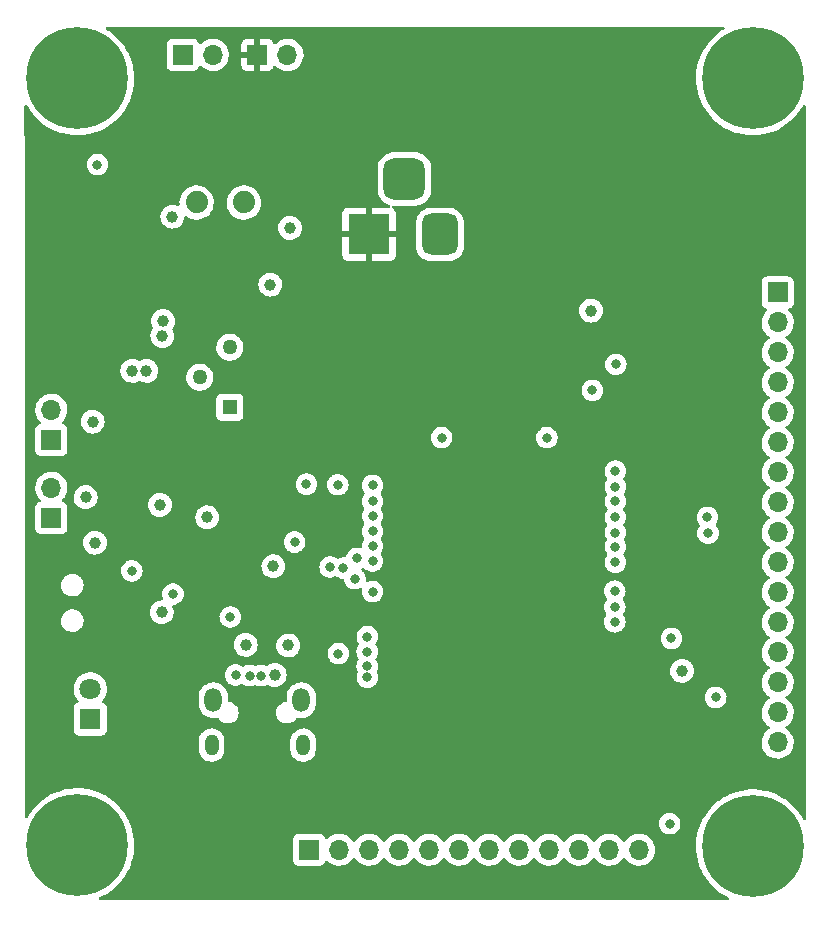
<source format=gbr>
%TF.GenerationSoftware,KiCad,Pcbnew,(6.0.1)*%
%TF.CreationDate,2022-03-22T21:47:25-04:00*%
%TF.ProjectId,Looking Glass,4c6f6f6b-696e-4672-9047-6c6173732e6b,rev?*%
%TF.SameCoordinates,Original*%
%TF.FileFunction,Copper,L3,Inr*%
%TF.FilePolarity,Positive*%
%FSLAX46Y46*%
G04 Gerber Fmt 4.6, Leading zero omitted, Abs format (unit mm)*
G04 Created by KiCad (PCBNEW (6.0.1)) date 2022-03-22 21:47:25*
%MOMM*%
%LPD*%
G01*
G04 APERTURE LIST*
G04 Aperture macros list*
%AMRoundRect*
0 Rectangle with rounded corners*
0 $1 Rounding radius*
0 $2 $3 $4 $5 $6 $7 $8 $9 X,Y pos of 4 corners*
0 Add a 4 corners polygon primitive as box body*
4,1,4,$2,$3,$4,$5,$6,$7,$8,$9,$2,$3,0*
0 Add four circle primitives for the rounded corners*
1,1,$1+$1,$2,$3*
1,1,$1+$1,$4,$5*
1,1,$1+$1,$6,$7*
1,1,$1+$1,$8,$9*
0 Add four rect primitives between the rounded corners*
20,1,$1+$1,$2,$3,$4,$5,0*
20,1,$1+$1,$4,$5,$6,$7,0*
20,1,$1+$1,$6,$7,$8,$9,0*
20,1,$1+$1,$8,$9,$2,$3,0*%
G04 Aperture macros list end*
%TA.AperFunction,ComponentPad*%
%ADD10R,3.500000X3.500000*%
%TD*%
%TA.AperFunction,ComponentPad*%
%ADD11RoundRect,0.750000X0.750000X1.000000X-0.750000X1.000000X-0.750000X-1.000000X0.750000X-1.000000X0*%
%TD*%
%TA.AperFunction,ComponentPad*%
%ADD12RoundRect,0.875000X0.875000X0.875000X-0.875000X0.875000X-0.875000X-0.875000X0.875000X-0.875000X0*%
%TD*%
%TA.AperFunction,ComponentPad*%
%ADD13R,1.700000X1.700000*%
%TD*%
%TA.AperFunction,ComponentPad*%
%ADD14O,1.700000X1.700000*%
%TD*%
%TA.AperFunction,ComponentPad*%
%ADD15O,1.450000X2.000000*%
%TD*%
%TA.AperFunction,ComponentPad*%
%ADD16O,1.150000X1.800000*%
%TD*%
%TA.AperFunction,ComponentPad*%
%ADD17R,1.270000X1.270000*%
%TD*%
%TA.AperFunction,ComponentPad*%
%ADD18C,1.270000*%
%TD*%
%TA.AperFunction,ComponentPad*%
%ADD19C,8.600000*%
%TD*%
%TA.AperFunction,ComponentPad*%
%ADD20C,0.900000*%
%TD*%
%TA.AperFunction,ComponentPad*%
%ADD21R,1.800000X1.800000*%
%TD*%
%TA.AperFunction,ComponentPad*%
%ADD22C,1.800000*%
%TD*%
%TA.AperFunction,ComponentPad*%
%ADD23C,1.879600*%
%TD*%
%TA.AperFunction,ViaPad*%
%ADD24C,1.000000*%
%TD*%
%TA.AperFunction,ViaPad*%
%ADD25C,0.800000*%
%TD*%
G04 APERTURE END LIST*
D10*
%TO.N,+12V*%
%TO.C,J8*%
X59500000Y-117700000D03*
D11*
%TO.N,GND*%
X65500000Y-117700000D03*
D12*
%TO.N,N/C*%
X62500000Y-113000000D03*
%TD*%
D13*
%TO.N,+5V*%
%TO.C,J4*%
X43725000Y-102500000D03*
D14*
%TO.N,GND*%
X46265000Y-102500000D03*
%TD*%
D13*
%TO.N,+3V3*%
%TO.C,J3*%
X32600000Y-141700000D03*
D14*
%TO.N,GND*%
X32600000Y-139160000D03*
%TD*%
D15*
%TO.N,unconnected-(J5-Pad6)*%
%TO.C,J5*%
X53770000Y-157145000D03*
D16*
X46170000Y-160945000D03*
D15*
X46320000Y-157145000D03*
D16*
X53920000Y-160945000D03*
%TD*%
D13*
%TO.N,SCI*%
%TO.C,J7*%
X54425000Y-169800000D03*
D14*
%TO.N,SDA*%
X56965000Y-169800000D03*
%TO.N,unconnected-(J7-Pad3)*%
X59505000Y-169800000D03*
%TO.N,IO15_A8*%
X62045000Y-169800000D03*
%TO.N,IO13_A12*%
X64585000Y-169800000D03*
%TO.N,IO12_A11*%
X67125000Y-169800000D03*
%TO.N,IO14_A6*%
X69665000Y-169800000D03*
%TO.N,IO27_A10*%
X72205000Y-169800000D03*
%TO.N,IO33_A9*%
X74745000Y-169800000D03*
%TO.N,IO32_A7*%
X77285000Y-169800000D03*
%TO.N,unconnected-(J7-Pad11)*%
X79825000Y-169800000D03*
%TO.N,unconnected-(J7-Pad12)*%
X82365000Y-169800000D03*
%TD*%
D17*
%TO.N,GND*%
%TO.C,U5*%
X47712700Y-132340000D03*
D18*
%TO.N,Net-(R5-Pad2)*%
X45172700Y-129800000D03*
%TO.N,+5V*%
X47712700Y-127260000D03*
%TD*%
D13*
%TO.N,+2V8*%
%TO.C,J2*%
X32600000Y-135100000D03*
D14*
%TO.N,GND*%
X32600000Y-132560000D03*
%TD*%
D13*
%TO.N,+12V*%
%TO.C,J1*%
X50050000Y-102500000D03*
D14*
%TO.N,GND*%
X52590000Y-102500000D03*
%TD*%
D19*
%TO.N,GND*%
%TO.C,H1*%
X34800000Y-104500000D03*
D20*
X37080419Y-102219581D03*
X34800000Y-107725000D03*
X37080419Y-106780419D03*
X31575000Y-104500000D03*
X32519581Y-102219581D03*
X38025000Y-104500000D03*
X34800000Y-101275000D03*
X32519581Y-106780419D03*
%TD*%
D13*
%TO.N,IO21*%
%TO.C,J6*%
X94100000Y-122620000D03*
D14*
%TO.N,MISO*%
X94100000Y-125160000D03*
%TO.N,MOSI*%
X94100000Y-127700000D03*
%TO.N,SCK*%
X94100000Y-130240000D03*
%TO.N,IO17*%
X94100000Y-132780000D03*
%TO.N,IO16*%
X94100000Y-135320000D03*
%TO.N,A5_IO4*%
X94100000Y-137860000D03*
%TO.N,A2_I34*%
X94100000Y-140400000D03*
%TO.N,A3_I39*%
X94100000Y-142940000D03*
%TO.N,A4_IO36*%
X94100000Y-145480000D03*
%TO.N,A0_DAC2*%
X94100000Y-148020000D03*
%TO.N,A1_DAC1*%
X94100000Y-150560000D03*
%TO.N,GND*%
X94100000Y-153100000D03*
%TO.N,unconnected-(J6-Pad14)*%
X94100000Y-155640000D03*
%TO.N,+3V3*%
X94100000Y-158180000D03*
%TO.N,RESET*%
X94100000Y-160720000D03*
%TD*%
D20*
%TO.N,GND*%
%TO.C,H2*%
X32519581Y-171680419D03*
X34800000Y-166175000D03*
X37080419Y-167119581D03*
X38025000Y-169400000D03*
X37080419Y-171680419D03*
X34800000Y-172625000D03*
X32519581Y-167119581D03*
D19*
X34800000Y-169400000D03*
D20*
X31575000Y-169400000D03*
%TD*%
%TO.N,GND*%
%TO.C,H3*%
X94280419Y-171780419D03*
D19*
X92000000Y-169500000D03*
D20*
X92000000Y-172725000D03*
X95225000Y-169500000D03*
X89719581Y-171780419D03*
X94280419Y-167219581D03*
X92000000Y-166275000D03*
X88775000Y-169500000D03*
X89719581Y-167219581D03*
%TD*%
%TO.N,GND*%
%TO.C,H4*%
X94280419Y-102219581D03*
X95225000Y-104500000D03*
X89719581Y-106780419D03*
X92000000Y-101275000D03*
X88775000Y-104500000D03*
X94280419Y-106780419D03*
X89719581Y-102219581D03*
D19*
X92000000Y-104500000D03*
D20*
X92000000Y-107725000D03*
%TD*%
D21*
%TO.N,GND*%
%TO.C,D1*%
X35900000Y-158725000D03*
D22*
%TO.N,Net-(D1-Pad2)*%
X35900000Y-156185000D03*
%TD*%
D23*
%TO.N,Net-(PHOTO1-Pad1)*%
%TO.C,PHOTO1*%
X48898980Y-115000000D03*
%TO.N,Net-(NT1-Pad1)*%
X44901020Y-115000000D03*
%TD*%
D24*
%TO.N,GND*%
X45800000Y-141650000D03*
D25*
X78400000Y-130900000D03*
D24*
X51400000Y-145800000D03*
X52800000Y-117150000D03*
X42000000Y-126300000D03*
X41950000Y-149700000D03*
X51150000Y-121950000D03*
X42050000Y-125050000D03*
X39450000Y-129250000D03*
X42850000Y-116200000D03*
X36100000Y-133550000D03*
D25*
X59350000Y-155200000D03*
D24*
X78300000Y-124150000D03*
X51500000Y-155000000D03*
X86000000Y-154650000D03*
X36300000Y-143800000D03*
X49050000Y-152450000D03*
X52650000Y-152500000D03*
X41800000Y-140600000D03*
X35500000Y-139950000D03*
D25*
X58300000Y-146850000D03*
D24*
X40650000Y-129250000D03*
D25*
%TO.N,+12V*%
X57900000Y-115000000D03*
D24*
X85750000Y-126150000D03*
D25*
X38100000Y-152300000D03*
X34700000Y-129450000D03*
X38850000Y-136200000D03*
%TO.N,+3V3*%
X39410000Y-146190000D03*
X88850000Y-156900000D03*
X48200000Y-155000000D03*
X47750000Y-150100000D03*
%TO.N,+5V*%
X36500000Y-111800000D03*
%TO.N,Net-(C5-Pad1)*%
X80400000Y-128700000D03*
X56850000Y-138900000D03*
%TO.N,RESET*%
X42900000Y-148150000D03*
X53200000Y-143750000D03*
X84950000Y-167600000D03*
X85100000Y-151900000D03*
%TO.N,Net-(J5-Pad2)*%
X49400000Y-155050000D03*
X56200000Y-145850000D03*
%TO.N,Net-(J5-Pad3)*%
X50350000Y-155050000D03*
X57300000Y-145950000D03*
%TO.N,IO21*%
X59800000Y-147950000D03*
%TO.N,IO17*%
X59800000Y-141550000D03*
%TO.N,IO16*%
X59800000Y-140300000D03*
%TO.N,MISO*%
X59800000Y-145350000D03*
%TO.N,MOSI*%
X59800000Y-144100000D03*
%TO.N,SCK*%
X59800000Y-142850000D03*
%TO.N,A5_IO4*%
X59800000Y-138950000D03*
%TO.N,A4_IO36*%
X80300000Y-150500000D03*
%TO.N,A3_I39*%
X80300000Y-149250000D03*
%TO.N,A2_I34*%
X80300000Y-147900000D03*
%TO.N,A1_DAC1*%
X80350000Y-142950000D03*
X88200000Y-143000000D03*
%TO.N,A0_DAC2*%
X88150000Y-141650000D03*
X80350000Y-141650000D03*
%TO.N,IO13_A12*%
X74550000Y-134900000D03*
%TO.N,IO12_A11*%
X80350000Y-137750000D03*
%TO.N,IO27_A10*%
X80350000Y-140300000D03*
%TO.N,IO33_A9*%
X80350000Y-144150000D03*
%TO.N,IO15_A8*%
X65650000Y-134900000D03*
%TO.N,IO32_A7*%
X80350000Y-145450000D03*
%TO.N,IO14_A6*%
X80350000Y-139050000D03*
%TO.N,SCI*%
X59335000Y-153035000D03*
%TO.N,SDA*%
X59335000Y-154285000D03*
%TO.N,DTR*%
X58459266Y-145140734D03*
X54200000Y-138850000D03*
%TO.N,RTS*%
X56900000Y-153200000D03*
X59350000Y-151750000D03*
%TD*%
%TA.AperFunction,Conductor*%
%TO.N,+12V*%
G36*
X89556297Y-100146067D02*
G01*
X89602790Y-100199723D01*
X89612894Y-100269997D01*
X89583400Y-100334577D01*
X89550891Y-100361348D01*
X89420880Y-100435957D01*
X89418577Y-100437566D01*
X89418570Y-100437571D01*
X89072129Y-100679701D01*
X89069820Y-100681315D01*
X88741961Y-100956909D01*
X88439899Y-101260557D01*
X88166025Y-101589855D01*
X88164431Y-101592162D01*
X88164429Y-101592164D01*
X88006152Y-101821172D01*
X87922508Y-101942194D01*
X87711276Y-102314786D01*
X87534002Y-102704680D01*
X87533080Y-102707306D01*
X87533075Y-102707318D01*
X87506519Y-102782939D01*
X87392089Y-103108790D01*
X87391398Y-103111510D01*
X87391397Y-103111514D01*
X87300345Y-103470032D01*
X87286661Y-103523914D01*
X87218552Y-103946768D01*
X87188302Y-104374001D01*
X87196151Y-104802233D01*
X87242036Y-105228071D01*
X87325594Y-105648144D01*
X87446163Y-106059127D01*
X87447190Y-106061740D01*
X87447190Y-106061741D01*
X87585651Y-106414145D01*
X87602789Y-106457765D01*
X87604044Y-106460276D01*
X87772161Y-106796731D01*
X87794231Y-106840901D01*
X88018974Y-107205502D01*
X88275239Y-107548682D01*
X88277100Y-107550760D01*
X88277101Y-107550761D01*
X88559127Y-107865637D01*
X88559133Y-107865643D01*
X88560995Y-107867722D01*
X88873981Y-108160098D01*
X89211719Y-108423493D01*
X89571533Y-108655822D01*
X89574012Y-108657126D01*
X89574015Y-108657128D01*
X89948077Y-108853932D01*
X89948083Y-108853935D01*
X89950577Y-108855247D01*
X89953175Y-108856331D01*
X89953179Y-108856333D01*
X90343263Y-109019109D01*
X90343268Y-109019111D01*
X90345847Y-109020187D01*
X90348512Y-109021030D01*
X90348518Y-109021032D01*
X90570561Y-109091254D01*
X90754214Y-109149336D01*
X91172446Y-109241673D01*
X91175220Y-109242031D01*
X91175221Y-109242031D01*
X91594460Y-109296109D01*
X91594467Y-109296110D01*
X91597230Y-109296466D01*
X91600017Y-109296576D01*
X91600023Y-109296576D01*
X91848238Y-109306328D01*
X92025203Y-109313281D01*
X92027995Y-109313142D01*
X92028000Y-109313142D01*
X92450172Y-109292125D01*
X92450181Y-109292124D01*
X92452976Y-109291985D01*
X92455753Y-109291597D01*
X92455755Y-109291597D01*
X92530066Y-109281219D01*
X92877163Y-109232747D01*
X93294404Y-109136036D01*
X93508307Y-109065915D01*
X93698744Y-109003487D01*
X93698750Y-109003485D01*
X93701397Y-109002617D01*
X94094918Y-108833547D01*
X94471852Y-108630164D01*
X94829214Y-108394080D01*
X95164175Y-108127162D01*
X95474082Y-107831525D01*
X95475919Y-107829431D01*
X95475927Y-107829422D01*
X95754635Y-107511616D01*
X95756482Y-107509510D01*
X96009139Y-107163666D01*
X96010585Y-107161265D01*
X96228601Y-106799142D01*
X96228606Y-106799133D01*
X96230052Y-106796731D01*
X96234638Y-106787307D01*
X96282431Y-106734806D01*
X96351021Y-106716479D01*
X96418632Y-106738143D01*
X96463796Y-106792922D01*
X96473935Y-106842441D01*
X96473935Y-167166383D01*
X96453933Y-167234504D01*
X96400277Y-167280997D01*
X96330003Y-167291101D01*
X96265423Y-167261607D01*
X96236735Y-167225633D01*
X96143050Y-167049807D01*
X95908840Y-166691214D01*
X95643680Y-166354860D01*
X95349670Y-166043409D01*
X95347579Y-166041556D01*
X95347571Y-166041548D01*
X95031237Y-165761188D01*
X95031235Y-165761186D01*
X95029137Y-165759327D01*
X94684621Y-165504863D01*
X94491733Y-165387355D01*
X94321237Y-165283487D01*
X94321230Y-165283483D01*
X94318848Y-165282032D01*
X94201514Y-165224169D01*
X94113556Y-165180793D01*
X93934714Y-165092598D01*
X93535262Y-164938062D01*
X93191171Y-164839070D01*
X93126335Y-164820417D01*
X93126329Y-164820415D01*
X93123654Y-164819646D01*
X93120917Y-164819117D01*
X93120911Y-164819115D01*
X92975828Y-164791046D01*
X92703148Y-164738289D01*
X92700374Y-164738005D01*
X92700362Y-164738003D01*
X92417111Y-164708982D01*
X92277076Y-164694634D01*
X92274286Y-164694597D01*
X92274278Y-164694597D01*
X92006825Y-164691096D01*
X91848809Y-164689028D01*
X91846009Y-164689241D01*
X91846008Y-164689241D01*
X91771364Y-164694919D01*
X91421740Y-164721514D01*
X90999249Y-164791836D01*
X90972684Y-164798731D01*
X90587400Y-164898731D01*
X90587389Y-164898734D01*
X90584682Y-164899437D01*
X90326602Y-164991589D01*
X90183964Y-165042520D01*
X90183959Y-165042522D01*
X90181321Y-165043464D01*
X90178781Y-165044635D01*
X90178776Y-165044637D01*
X90076930Y-165091589D01*
X89792361Y-165222777D01*
X89420880Y-165435957D01*
X89418577Y-165437566D01*
X89418570Y-165437571D01*
X89098618Y-165661188D01*
X89069820Y-165681315D01*
X88741961Y-165956909D01*
X88439899Y-166260557D01*
X88166025Y-166589855D01*
X88164431Y-166592162D01*
X88164429Y-166592164D01*
X87989935Y-166844636D01*
X87922508Y-166942194D01*
X87711276Y-167314786D01*
X87710117Y-167317335D01*
X87710115Y-167317339D01*
X87667952Y-167410072D01*
X87534002Y-167704680D01*
X87533080Y-167707306D01*
X87533075Y-167707318D01*
X87504065Y-167789928D01*
X87392089Y-168108790D01*
X87391398Y-168111510D01*
X87391397Y-168111514D01*
X87305876Y-168448255D01*
X87286661Y-168523914D01*
X87218552Y-168946768D01*
X87188302Y-169374001D01*
X87196151Y-169802233D01*
X87242036Y-170228071D01*
X87325594Y-170648144D01*
X87446163Y-171059127D01*
X87447190Y-171061740D01*
X87447190Y-171061741D01*
X87545365Y-171311611D01*
X87602789Y-171457765D01*
X87794231Y-171840901D01*
X88018974Y-172205502D01*
X88275239Y-172548682D01*
X88277100Y-172550760D01*
X88277101Y-172550761D01*
X88559127Y-172865637D01*
X88559133Y-172865643D01*
X88560995Y-172867722D01*
X88873981Y-173160098D01*
X89211719Y-173423493D01*
X89571533Y-173655822D01*
X89913272Y-173835620D01*
X89964244Y-173885038D01*
X89980407Y-173954170D01*
X89956628Y-174021067D01*
X89900457Y-174064487D01*
X89854555Y-174073127D01*
X36765249Y-174052373D01*
X36697136Y-174032344D01*
X36650664Y-173978670D01*
X36640588Y-173908393D01*
X36670106Y-173843823D01*
X36715559Y-173810606D01*
X36894918Y-173733547D01*
X37271852Y-173530164D01*
X37629214Y-173294080D01*
X37964175Y-173027162D01*
X38274082Y-172731525D01*
X38275919Y-172729431D01*
X38275927Y-172729422D01*
X38554635Y-172411616D01*
X38556482Y-172409510D01*
X38705521Y-172205502D01*
X38807490Y-172065923D01*
X38809139Y-172063666D01*
X38810585Y-172061265D01*
X39028601Y-171699142D01*
X39028606Y-171699133D01*
X39030052Y-171696731D01*
X39217471Y-171311611D01*
X39309240Y-171070661D01*
X39368918Y-170913971D01*
X39368920Y-170913964D01*
X39369914Y-170911355D01*
X39430049Y-170698134D01*
X53066500Y-170698134D01*
X53073255Y-170760316D01*
X53124385Y-170896705D01*
X53211739Y-171013261D01*
X53328295Y-171100615D01*
X53464684Y-171151745D01*
X53526866Y-171158500D01*
X55323134Y-171158500D01*
X55385316Y-171151745D01*
X55521705Y-171100615D01*
X55638261Y-171013261D01*
X55725615Y-170896705D01*
X55753233Y-170823035D01*
X55769598Y-170779382D01*
X55812240Y-170722618D01*
X55878802Y-170697918D01*
X55948150Y-170713126D01*
X55982817Y-170741114D01*
X56011250Y-170773938D01*
X56183126Y-170916632D01*
X56376000Y-171029338D01*
X56584692Y-171109030D01*
X56589760Y-171110061D01*
X56589763Y-171110062D01*
X56697017Y-171131883D01*
X56803597Y-171153567D01*
X56808772Y-171153757D01*
X56808774Y-171153757D01*
X57021673Y-171161564D01*
X57021677Y-171161564D01*
X57026837Y-171161753D01*
X57031957Y-171161097D01*
X57031959Y-171161097D01*
X57243288Y-171134025D01*
X57243289Y-171134025D01*
X57248416Y-171133368D01*
X57253366Y-171131883D01*
X57457429Y-171070661D01*
X57457434Y-171070659D01*
X57462384Y-171069174D01*
X57662994Y-170970896D01*
X57844860Y-170841173D01*
X57863062Y-170823035D01*
X57988616Y-170697918D01*
X58003096Y-170683489D01*
X58026560Y-170650836D01*
X58133453Y-170502077D01*
X58134776Y-170503028D01*
X58181645Y-170459857D01*
X58251580Y-170447625D01*
X58317026Y-170475144D01*
X58344875Y-170506994D01*
X58404987Y-170605088D01*
X58551250Y-170773938D01*
X58723126Y-170916632D01*
X58916000Y-171029338D01*
X59124692Y-171109030D01*
X59129760Y-171110061D01*
X59129763Y-171110062D01*
X59237017Y-171131883D01*
X59343597Y-171153567D01*
X59348772Y-171153757D01*
X59348774Y-171153757D01*
X59561673Y-171161564D01*
X59561677Y-171161564D01*
X59566837Y-171161753D01*
X59571957Y-171161097D01*
X59571959Y-171161097D01*
X59783288Y-171134025D01*
X59783289Y-171134025D01*
X59788416Y-171133368D01*
X59793366Y-171131883D01*
X59997429Y-171070661D01*
X59997434Y-171070659D01*
X60002384Y-171069174D01*
X60202994Y-170970896D01*
X60384860Y-170841173D01*
X60403062Y-170823035D01*
X60528616Y-170697918D01*
X60543096Y-170683489D01*
X60566560Y-170650836D01*
X60673453Y-170502077D01*
X60674776Y-170503028D01*
X60721645Y-170459857D01*
X60791580Y-170447625D01*
X60857026Y-170475144D01*
X60884875Y-170506994D01*
X60944987Y-170605088D01*
X61091250Y-170773938D01*
X61263126Y-170916632D01*
X61456000Y-171029338D01*
X61664692Y-171109030D01*
X61669760Y-171110061D01*
X61669763Y-171110062D01*
X61777017Y-171131883D01*
X61883597Y-171153567D01*
X61888772Y-171153757D01*
X61888774Y-171153757D01*
X62101673Y-171161564D01*
X62101677Y-171161564D01*
X62106837Y-171161753D01*
X62111957Y-171161097D01*
X62111959Y-171161097D01*
X62323288Y-171134025D01*
X62323289Y-171134025D01*
X62328416Y-171133368D01*
X62333366Y-171131883D01*
X62537429Y-171070661D01*
X62537434Y-171070659D01*
X62542384Y-171069174D01*
X62742994Y-170970896D01*
X62924860Y-170841173D01*
X62943062Y-170823035D01*
X63068616Y-170697918D01*
X63083096Y-170683489D01*
X63106560Y-170650836D01*
X63213453Y-170502077D01*
X63214776Y-170503028D01*
X63261645Y-170459857D01*
X63331580Y-170447625D01*
X63397026Y-170475144D01*
X63424875Y-170506994D01*
X63484987Y-170605088D01*
X63631250Y-170773938D01*
X63803126Y-170916632D01*
X63996000Y-171029338D01*
X64204692Y-171109030D01*
X64209760Y-171110061D01*
X64209763Y-171110062D01*
X64317017Y-171131883D01*
X64423597Y-171153567D01*
X64428772Y-171153757D01*
X64428774Y-171153757D01*
X64641673Y-171161564D01*
X64641677Y-171161564D01*
X64646837Y-171161753D01*
X64651957Y-171161097D01*
X64651959Y-171161097D01*
X64863288Y-171134025D01*
X64863289Y-171134025D01*
X64868416Y-171133368D01*
X64873366Y-171131883D01*
X65077429Y-171070661D01*
X65077434Y-171070659D01*
X65082384Y-171069174D01*
X65282994Y-170970896D01*
X65464860Y-170841173D01*
X65483062Y-170823035D01*
X65608616Y-170697918D01*
X65623096Y-170683489D01*
X65646560Y-170650836D01*
X65753453Y-170502077D01*
X65754776Y-170503028D01*
X65801645Y-170459857D01*
X65871580Y-170447625D01*
X65937026Y-170475144D01*
X65964875Y-170506994D01*
X66024987Y-170605088D01*
X66171250Y-170773938D01*
X66343126Y-170916632D01*
X66536000Y-171029338D01*
X66744692Y-171109030D01*
X66749760Y-171110061D01*
X66749763Y-171110062D01*
X66857017Y-171131883D01*
X66963597Y-171153567D01*
X66968772Y-171153757D01*
X66968774Y-171153757D01*
X67181673Y-171161564D01*
X67181677Y-171161564D01*
X67186837Y-171161753D01*
X67191957Y-171161097D01*
X67191959Y-171161097D01*
X67403288Y-171134025D01*
X67403289Y-171134025D01*
X67408416Y-171133368D01*
X67413366Y-171131883D01*
X67617429Y-171070661D01*
X67617434Y-171070659D01*
X67622384Y-171069174D01*
X67822994Y-170970896D01*
X68004860Y-170841173D01*
X68023062Y-170823035D01*
X68148616Y-170697918D01*
X68163096Y-170683489D01*
X68186560Y-170650836D01*
X68293453Y-170502077D01*
X68294776Y-170503028D01*
X68341645Y-170459857D01*
X68411580Y-170447625D01*
X68477026Y-170475144D01*
X68504875Y-170506994D01*
X68564987Y-170605088D01*
X68711250Y-170773938D01*
X68883126Y-170916632D01*
X69076000Y-171029338D01*
X69284692Y-171109030D01*
X69289760Y-171110061D01*
X69289763Y-171110062D01*
X69397017Y-171131883D01*
X69503597Y-171153567D01*
X69508772Y-171153757D01*
X69508774Y-171153757D01*
X69721673Y-171161564D01*
X69721677Y-171161564D01*
X69726837Y-171161753D01*
X69731957Y-171161097D01*
X69731959Y-171161097D01*
X69943288Y-171134025D01*
X69943289Y-171134025D01*
X69948416Y-171133368D01*
X69953366Y-171131883D01*
X70157429Y-171070661D01*
X70157434Y-171070659D01*
X70162384Y-171069174D01*
X70362994Y-170970896D01*
X70544860Y-170841173D01*
X70563062Y-170823035D01*
X70688616Y-170697918D01*
X70703096Y-170683489D01*
X70726560Y-170650836D01*
X70833453Y-170502077D01*
X70834776Y-170503028D01*
X70881645Y-170459857D01*
X70951580Y-170447625D01*
X71017026Y-170475144D01*
X71044875Y-170506994D01*
X71104987Y-170605088D01*
X71251250Y-170773938D01*
X71423126Y-170916632D01*
X71616000Y-171029338D01*
X71824692Y-171109030D01*
X71829760Y-171110061D01*
X71829763Y-171110062D01*
X71937017Y-171131883D01*
X72043597Y-171153567D01*
X72048772Y-171153757D01*
X72048774Y-171153757D01*
X72261673Y-171161564D01*
X72261677Y-171161564D01*
X72266837Y-171161753D01*
X72271957Y-171161097D01*
X72271959Y-171161097D01*
X72483288Y-171134025D01*
X72483289Y-171134025D01*
X72488416Y-171133368D01*
X72493366Y-171131883D01*
X72697429Y-171070661D01*
X72697434Y-171070659D01*
X72702384Y-171069174D01*
X72902994Y-170970896D01*
X73084860Y-170841173D01*
X73103062Y-170823035D01*
X73228616Y-170697918D01*
X73243096Y-170683489D01*
X73266560Y-170650836D01*
X73373453Y-170502077D01*
X73374776Y-170503028D01*
X73421645Y-170459857D01*
X73491580Y-170447625D01*
X73557026Y-170475144D01*
X73584875Y-170506994D01*
X73644987Y-170605088D01*
X73791250Y-170773938D01*
X73963126Y-170916632D01*
X74156000Y-171029338D01*
X74364692Y-171109030D01*
X74369760Y-171110061D01*
X74369763Y-171110062D01*
X74477017Y-171131883D01*
X74583597Y-171153567D01*
X74588772Y-171153757D01*
X74588774Y-171153757D01*
X74801673Y-171161564D01*
X74801677Y-171161564D01*
X74806837Y-171161753D01*
X74811957Y-171161097D01*
X74811959Y-171161097D01*
X75023288Y-171134025D01*
X75023289Y-171134025D01*
X75028416Y-171133368D01*
X75033366Y-171131883D01*
X75237429Y-171070661D01*
X75237434Y-171070659D01*
X75242384Y-171069174D01*
X75442994Y-170970896D01*
X75624860Y-170841173D01*
X75643062Y-170823035D01*
X75768616Y-170697918D01*
X75783096Y-170683489D01*
X75806560Y-170650836D01*
X75913453Y-170502077D01*
X75914776Y-170503028D01*
X75961645Y-170459857D01*
X76031580Y-170447625D01*
X76097026Y-170475144D01*
X76124875Y-170506994D01*
X76184987Y-170605088D01*
X76331250Y-170773938D01*
X76503126Y-170916632D01*
X76696000Y-171029338D01*
X76904692Y-171109030D01*
X76909760Y-171110061D01*
X76909763Y-171110062D01*
X77017017Y-171131883D01*
X77123597Y-171153567D01*
X77128772Y-171153757D01*
X77128774Y-171153757D01*
X77341673Y-171161564D01*
X77341677Y-171161564D01*
X77346837Y-171161753D01*
X77351957Y-171161097D01*
X77351959Y-171161097D01*
X77563288Y-171134025D01*
X77563289Y-171134025D01*
X77568416Y-171133368D01*
X77573366Y-171131883D01*
X77777429Y-171070661D01*
X77777434Y-171070659D01*
X77782384Y-171069174D01*
X77982994Y-170970896D01*
X78164860Y-170841173D01*
X78183062Y-170823035D01*
X78308616Y-170697918D01*
X78323096Y-170683489D01*
X78346560Y-170650836D01*
X78453453Y-170502077D01*
X78454776Y-170503028D01*
X78501645Y-170459857D01*
X78571580Y-170447625D01*
X78637026Y-170475144D01*
X78664875Y-170506994D01*
X78724987Y-170605088D01*
X78871250Y-170773938D01*
X79043126Y-170916632D01*
X79236000Y-171029338D01*
X79444692Y-171109030D01*
X79449760Y-171110061D01*
X79449763Y-171110062D01*
X79557017Y-171131883D01*
X79663597Y-171153567D01*
X79668772Y-171153757D01*
X79668774Y-171153757D01*
X79881673Y-171161564D01*
X79881677Y-171161564D01*
X79886837Y-171161753D01*
X79891957Y-171161097D01*
X79891959Y-171161097D01*
X80103288Y-171134025D01*
X80103289Y-171134025D01*
X80108416Y-171133368D01*
X80113366Y-171131883D01*
X80317429Y-171070661D01*
X80317434Y-171070659D01*
X80322384Y-171069174D01*
X80522994Y-170970896D01*
X80704860Y-170841173D01*
X80723062Y-170823035D01*
X80848616Y-170697918D01*
X80863096Y-170683489D01*
X80886560Y-170650836D01*
X80993453Y-170502077D01*
X80994776Y-170503028D01*
X81041645Y-170459857D01*
X81111580Y-170447625D01*
X81177026Y-170475144D01*
X81204875Y-170506994D01*
X81264987Y-170605088D01*
X81411250Y-170773938D01*
X81583126Y-170916632D01*
X81776000Y-171029338D01*
X81984692Y-171109030D01*
X81989760Y-171110061D01*
X81989763Y-171110062D01*
X82097017Y-171131883D01*
X82203597Y-171153567D01*
X82208772Y-171153757D01*
X82208774Y-171153757D01*
X82421673Y-171161564D01*
X82421677Y-171161564D01*
X82426837Y-171161753D01*
X82431957Y-171161097D01*
X82431959Y-171161097D01*
X82643288Y-171134025D01*
X82643289Y-171134025D01*
X82648416Y-171133368D01*
X82653366Y-171131883D01*
X82857429Y-171070661D01*
X82857434Y-171070659D01*
X82862384Y-171069174D01*
X83062994Y-170970896D01*
X83244860Y-170841173D01*
X83263062Y-170823035D01*
X83388616Y-170697918D01*
X83403096Y-170683489D01*
X83426560Y-170650836D01*
X83530435Y-170506277D01*
X83533453Y-170502077D01*
X83554320Y-170459857D01*
X83630136Y-170306453D01*
X83630137Y-170306451D01*
X83632430Y-170301811D01*
X83697370Y-170088069D01*
X83726529Y-169866590D01*
X83728156Y-169800000D01*
X83709852Y-169577361D01*
X83655431Y-169360702D01*
X83566354Y-169155840D01*
X83526906Y-169094862D01*
X83447822Y-168972617D01*
X83447820Y-168972614D01*
X83445014Y-168968277D01*
X83294670Y-168803051D01*
X83290619Y-168799852D01*
X83290615Y-168799848D01*
X83123414Y-168667800D01*
X83123410Y-168667798D01*
X83119359Y-168664598D01*
X82923789Y-168556638D01*
X82918920Y-168554914D01*
X82918916Y-168554912D01*
X82718087Y-168483795D01*
X82718083Y-168483794D01*
X82713212Y-168482069D01*
X82708119Y-168481162D01*
X82708116Y-168481161D01*
X82498373Y-168443800D01*
X82498367Y-168443799D01*
X82493284Y-168442894D01*
X82419452Y-168441992D01*
X82275081Y-168440228D01*
X82275079Y-168440228D01*
X82269911Y-168440165D01*
X82049091Y-168473955D01*
X81836756Y-168543357D01*
X81638607Y-168646507D01*
X81634474Y-168649610D01*
X81634471Y-168649612D01*
X81464100Y-168777530D01*
X81459965Y-168780635D01*
X81456393Y-168784373D01*
X81348729Y-168897037D01*
X81305629Y-168942138D01*
X81198201Y-169099621D01*
X81143293Y-169144621D01*
X81072768Y-169152792D01*
X81009021Y-169121538D01*
X80988324Y-169097054D01*
X80907822Y-168972617D01*
X80907820Y-168972614D01*
X80905014Y-168968277D01*
X80754670Y-168803051D01*
X80750619Y-168799852D01*
X80750615Y-168799848D01*
X80583414Y-168667800D01*
X80583410Y-168667798D01*
X80579359Y-168664598D01*
X80383789Y-168556638D01*
X80378920Y-168554914D01*
X80378916Y-168554912D01*
X80178087Y-168483795D01*
X80178083Y-168483794D01*
X80173212Y-168482069D01*
X80168119Y-168481162D01*
X80168116Y-168481161D01*
X79958373Y-168443800D01*
X79958367Y-168443799D01*
X79953284Y-168442894D01*
X79879452Y-168441992D01*
X79735081Y-168440228D01*
X79735079Y-168440228D01*
X79729911Y-168440165D01*
X79509091Y-168473955D01*
X79296756Y-168543357D01*
X79098607Y-168646507D01*
X79094474Y-168649610D01*
X79094471Y-168649612D01*
X78924100Y-168777530D01*
X78919965Y-168780635D01*
X78916393Y-168784373D01*
X78808729Y-168897037D01*
X78765629Y-168942138D01*
X78658201Y-169099621D01*
X78603293Y-169144621D01*
X78532768Y-169152792D01*
X78469021Y-169121538D01*
X78448324Y-169097054D01*
X78367822Y-168972617D01*
X78367820Y-168972614D01*
X78365014Y-168968277D01*
X78214670Y-168803051D01*
X78210619Y-168799852D01*
X78210615Y-168799848D01*
X78043414Y-168667800D01*
X78043410Y-168667798D01*
X78039359Y-168664598D01*
X77843789Y-168556638D01*
X77838920Y-168554914D01*
X77838916Y-168554912D01*
X77638087Y-168483795D01*
X77638083Y-168483794D01*
X77633212Y-168482069D01*
X77628119Y-168481162D01*
X77628116Y-168481161D01*
X77418373Y-168443800D01*
X77418367Y-168443799D01*
X77413284Y-168442894D01*
X77339452Y-168441992D01*
X77195081Y-168440228D01*
X77195079Y-168440228D01*
X77189911Y-168440165D01*
X76969091Y-168473955D01*
X76756756Y-168543357D01*
X76558607Y-168646507D01*
X76554474Y-168649610D01*
X76554471Y-168649612D01*
X76384100Y-168777530D01*
X76379965Y-168780635D01*
X76376393Y-168784373D01*
X76268729Y-168897037D01*
X76225629Y-168942138D01*
X76118201Y-169099621D01*
X76063293Y-169144621D01*
X75992768Y-169152792D01*
X75929021Y-169121538D01*
X75908324Y-169097054D01*
X75827822Y-168972617D01*
X75827820Y-168972614D01*
X75825014Y-168968277D01*
X75674670Y-168803051D01*
X75670619Y-168799852D01*
X75670615Y-168799848D01*
X75503414Y-168667800D01*
X75503410Y-168667798D01*
X75499359Y-168664598D01*
X75303789Y-168556638D01*
X75298920Y-168554914D01*
X75298916Y-168554912D01*
X75098087Y-168483795D01*
X75098083Y-168483794D01*
X75093212Y-168482069D01*
X75088119Y-168481162D01*
X75088116Y-168481161D01*
X74878373Y-168443800D01*
X74878367Y-168443799D01*
X74873284Y-168442894D01*
X74799452Y-168441992D01*
X74655081Y-168440228D01*
X74655079Y-168440228D01*
X74649911Y-168440165D01*
X74429091Y-168473955D01*
X74216756Y-168543357D01*
X74018607Y-168646507D01*
X74014474Y-168649610D01*
X74014471Y-168649612D01*
X73844100Y-168777530D01*
X73839965Y-168780635D01*
X73836393Y-168784373D01*
X73728729Y-168897037D01*
X73685629Y-168942138D01*
X73578201Y-169099621D01*
X73523293Y-169144621D01*
X73452768Y-169152792D01*
X73389021Y-169121538D01*
X73368324Y-169097054D01*
X73287822Y-168972617D01*
X73287820Y-168972614D01*
X73285014Y-168968277D01*
X73134670Y-168803051D01*
X73130619Y-168799852D01*
X73130615Y-168799848D01*
X72963414Y-168667800D01*
X72963410Y-168667798D01*
X72959359Y-168664598D01*
X72763789Y-168556638D01*
X72758920Y-168554914D01*
X72758916Y-168554912D01*
X72558087Y-168483795D01*
X72558083Y-168483794D01*
X72553212Y-168482069D01*
X72548119Y-168481162D01*
X72548116Y-168481161D01*
X72338373Y-168443800D01*
X72338367Y-168443799D01*
X72333284Y-168442894D01*
X72259452Y-168441992D01*
X72115081Y-168440228D01*
X72115079Y-168440228D01*
X72109911Y-168440165D01*
X71889091Y-168473955D01*
X71676756Y-168543357D01*
X71478607Y-168646507D01*
X71474474Y-168649610D01*
X71474471Y-168649612D01*
X71304100Y-168777530D01*
X71299965Y-168780635D01*
X71296393Y-168784373D01*
X71188729Y-168897037D01*
X71145629Y-168942138D01*
X71038201Y-169099621D01*
X70983293Y-169144621D01*
X70912768Y-169152792D01*
X70849021Y-169121538D01*
X70828324Y-169097054D01*
X70747822Y-168972617D01*
X70747820Y-168972614D01*
X70745014Y-168968277D01*
X70594670Y-168803051D01*
X70590619Y-168799852D01*
X70590615Y-168799848D01*
X70423414Y-168667800D01*
X70423410Y-168667798D01*
X70419359Y-168664598D01*
X70223789Y-168556638D01*
X70218920Y-168554914D01*
X70218916Y-168554912D01*
X70018087Y-168483795D01*
X70018083Y-168483794D01*
X70013212Y-168482069D01*
X70008119Y-168481162D01*
X70008116Y-168481161D01*
X69798373Y-168443800D01*
X69798367Y-168443799D01*
X69793284Y-168442894D01*
X69719452Y-168441992D01*
X69575081Y-168440228D01*
X69575079Y-168440228D01*
X69569911Y-168440165D01*
X69349091Y-168473955D01*
X69136756Y-168543357D01*
X68938607Y-168646507D01*
X68934474Y-168649610D01*
X68934471Y-168649612D01*
X68764100Y-168777530D01*
X68759965Y-168780635D01*
X68756393Y-168784373D01*
X68648729Y-168897037D01*
X68605629Y-168942138D01*
X68498201Y-169099621D01*
X68443293Y-169144621D01*
X68372768Y-169152792D01*
X68309021Y-169121538D01*
X68288324Y-169097054D01*
X68207822Y-168972617D01*
X68207820Y-168972614D01*
X68205014Y-168968277D01*
X68054670Y-168803051D01*
X68050619Y-168799852D01*
X68050615Y-168799848D01*
X67883414Y-168667800D01*
X67883410Y-168667798D01*
X67879359Y-168664598D01*
X67683789Y-168556638D01*
X67678920Y-168554914D01*
X67678916Y-168554912D01*
X67478087Y-168483795D01*
X67478083Y-168483794D01*
X67473212Y-168482069D01*
X67468119Y-168481162D01*
X67468116Y-168481161D01*
X67258373Y-168443800D01*
X67258367Y-168443799D01*
X67253284Y-168442894D01*
X67179452Y-168441992D01*
X67035081Y-168440228D01*
X67035079Y-168440228D01*
X67029911Y-168440165D01*
X66809091Y-168473955D01*
X66596756Y-168543357D01*
X66398607Y-168646507D01*
X66394474Y-168649610D01*
X66394471Y-168649612D01*
X66224100Y-168777530D01*
X66219965Y-168780635D01*
X66216393Y-168784373D01*
X66108729Y-168897037D01*
X66065629Y-168942138D01*
X65958201Y-169099621D01*
X65903293Y-169144621D01*
X65832768Y-169152792D01*
X65769021Y-169121538D01*
X65748324Y-169097054D01*
X65667822Y-168972617D01*
X65667820Y-168972614D01*
X65665014Y-168968277D01*
X65514670Y-168803051D01*
X65510619Y-168799852D01*
X65510615Y-168799848D01*
X65343414Y-168667800D01*
X65343410Y-168667798D01*
X65339359Y-168664598D01*
X65143789Y-168556638D01*
X65138920Y-168554914D01*
X65138916Y-168554912D01*
X64938087Y-168483795D01*
X64938083Y-168483794D01*
X64933212Y-168482069D01*
X64928119Y-168481162D01*
X64928116Y-168481161D01*
X64718373Y-168443800D01*
X64718367Y-168443799D01*
X64713284Y-168442894D01*
X64639452Y-168441992D01*
X64495081Y-168440228D01*
X64495079Y-168440228D01*
X64489911Y-168440165D01*
X64269091Y-168473955D01*
X64056756Y-168543357D01*
X63858607Y-168646507D01*
X63854474Y-168649610D01*
X63854471Y-168649612D01*
X63684100Y-168777530D01*
X63679965Y-168780635D01*
X63676393Y-168784373D01*
X63568729Y-168897037D01*
X63525629Y-168942138D01*
X63418201Y-169099621D01*
X63363293Y-169144621D01*
X63292768Y-169152792D01*
X63229021Y-169121538D01*
X63208324Y-169097054D01*
X63127822Y-168972617D01*
X63127820Y-168972614D01*
X63125014Y-168968277D01*
X62974670Y-168803051D01*
X62970619Y-168799852D01*
X62970615Y-168799848D01*
X62803414Y-168667800D01*
X62803410Y-168667798D01*
X62799359Y-168664598D01*
X62603789Y-168556638D01*
X62598920Y-168554914D01*
X62598916Y-168554912D01*
X62398087Y-168483795D01*
X62398083Y-168483794D01*
X62393212Y-168482069D01*
X62388119Y-168481162D01*
X62388116Y-168481161D01*
X62178373Y-168443800D01*
X62178367Y-168443799D01*
X62173284Y-168442894D01*
X62099452Y-168441992D01*
X61955081Y-168440228D01*
X61955079Y-168440228D01*
X61949911Y-168440165D01*
X61729091Y-168473955D01*
X61516756Y-168543357D01*
X61318607Y-168646507D01*
X61314474Y-168649610D01*
X61314471Y-168649612D01*
X61144100Y-168777530D01*
X61139965Y-168780635D01*
X61136393Y-168784373D01*
X61028729Y-168897037D01*
X60985629Y-168942138D01*
X60878201Y-169099621D01*
X60823293Y-169144621D01*
X60752768Y-169152792D01*
X60689021Y-169121538D01*
X60668324Y-169097054D01*
X60587822Y-168972617D01*
X60587820Y-168972614D01*
X60585014Y-168968277D01*
X60434670Y-168803051D01*
X60430619Y-168799852D01*
X60430615Y-168799848D01*
X60263414Y-168667800D01*
X60263410Y-168667798D01*
X60259359Y-168664598D01*
X60063789Y-168556638D01*
X60058920Y-168554914D01*
X60058916Y-168554912D01*
X59858087Y-168483795D01*
X59858083Y-168483794D01*
X59853212Y-168482069D01*
X59848119Y-168481162D01*
X59848116Y-168481161D01*
X59638373Y-168443800D01*
X59638367Y-168443799D01*
X59633284Y-168442894D01*
X59559452Y-168441992D01*
X59415081Y-168440228D01*
X59415079Y-168440228D01*
X59409911Y-168440165D01*
X59189091Y-168473955D01*
X58976756Y-168543357D01*
X58778607Y-168646507D01*
X58774474Y-168649610D01*
X58774471Y-168649612D01*
X58604100Y-168777530D01*
X58599965Y-168780635D01*
X58596393Y-168784373D01*
X58488729Y-168897037D01*
X58445629Y-168942138D01*
X58338201Y-169099621D01*
X58283293Y-169144621D01*
X58212768Y-169152792D01*
X58149021Y-169121538D01*
X58128324Y-169097054D01*
X58047822Y-168972617D01*
X58047820Y-168972614D01*
X58045014Y-168968277D01*
X57894670Y-168803051D01*
X57890619Y-168799852D01*
X57890615Y-168799848D01*
X57723414Y-168667800D01*
X57723410Y-168667798D01*
X57719359Y-168664598D01*
X57523789Y-168556638D01*
X57518920Y-168554914D01*
X57518916Y-168554912D01*
X57318087Y-168483795D01*
X57318083Y-168483794D01*
X57313212Y-168482069D01*
X57308119Y-168481162D01*
X57308116Y-168481161D01*
X57098373Y-168443800D01*
X57098367Y-168443799D01*
X57093284Y-168442894D01*
X57019452Y-168441992D01*
X56875081Y-168440228D01*
X56875079Y-168440228D01*
X56869911Y-168440165D01*
X56649091Y-168473955D01*
X56436756Y-168543357D01*
X56238607Y-168646507D01*
X56234474Y-168649610D01*
X56234471Y-168649612D01*
X56064100Y-168777530D01*
X56059965Y-168780635D01*
X56003537Y-168839684D01*
X55979283Y-168865064D01*
X55917759Y-168900494D01*
X55846846Y-168897037D01*
X55789060Y-168855791D01*
X55770207Y-168822243D01*
X55728767Y-168711703D01*
X55725615Y-168703295D01*
X55638261Y-168586739D01*
X55521705Y-168499385D01*
X55385316Y-168448255D01*
X55323134Y-168441500D01*
X53526866Y-168441500D01*
X53464684Y-168448255D01*
X53328295Y-168499385D01*
X53211739Y-168586739D01*
X53124385Y-168703295D01*
X53073255Y-168839684D01*
X53066500Y-168901866D01*
X53066500Y-170698134D01*
X39430049Y-170698134D01*
X39486173Y-170499132D01*
X39502066Y-170414616D01*
X39564811Y-170080954D01*
X39564813Y-170080942D01*
X39565327Y-170078207D01*
X39606750Y-169651911D01*
X39609816Y-169534830D01*
X39613289Y-169402234D01*
X39613289Y-169402220D01*
X39613347Y-169400000D01*
X39594291Y-168972121D01*
X39537275Y-168547630D01*
X39536309Y-168543357D01*
X39443368Y-168132618D01*
X39443368Y-168132617D01*
X39442750Y-168129887D01*
X39333273Y-167789928D01*
X39312318Y-167724856D01*
X39312316Y-167724849D01*
X39311463Y-167722202D01*
X39259717Y-167600000D01*
X84036496Y-167600000D01*
X84037186Y-167606565D01*
X84047231Y-167702134D01*
X84056458Y-167789928D01*
X84115473Y-167971556D01*
X84210960Y-168136944D01*
X84338747Y-168278866D01*
X84493248Y-168391118D01*
X84499276Y-168393802D01*
X84499278Y-168393803D01*
X84621580Y-168448255D01*
X84667712Y-168468794D01*
X84730166Y-168482069D01*
X84848056Y-168507128D01*
X84848061Y-168507128D01*
X84854513Y-168508500D01*
X85045487Y-168508500D01*
X85051939Y-168507128D01*
X85051944Y-168507128D01*
X85169834Y-168482069D01*
X85232288Y-168468794D01*
X85278420Y-168448255D01*
X85400722Y-168393803D01*
X85400724Y-168393802D01*
X85406752Y-168391118D01*
X85561253Y-168278866D01*
X85689040Y-168136944D01*
X85784527Y-167971556D01*
X85843542Y-167789928D01*
X85852770Y-167702134D01*
X85862814Y-167606565D01*
X85863504Y-167600000D01*
X85860831Y-167574565D01*
X85844232Y-167416635D01*
X85844232Y-167416633D01*
X85843542Y-167410072D01*
X85784527Y-167228444D01*
X85689040Y-167063056D01*
X85580216Y-166942194D01*
X85565675Y-166926045D01*
X85565674Y-166926044D01*
X85561253Y-166921134D01*
X85406752Y-166808882D01*
X85400724Y-166806198D01*
X85400722Y-166806197D01*
X85238319Y-166733891D01*
X85238318Y-166733891D01*
X85232288Y-166731206D01*
X85138888Y-166711353D01*
X85051944Y-166692872D01*
X85051939Y-166692872D01*
X85045487Y-166691500D01*
X84854513Y-166691500D01*
X84848061Y-166692872D01*
X84848056Y-166692872D01*
X84761112Y-166711353D01*
X84667712Y-166731206D01*
X84661682Y-166733891D01*
X84661681Y-166733891D01*
X84499278Y-166806197D01*
X84499276Y-166806198D01*
X84493248Y-166808882D01*
X84338747Y-166921134D01*
X84334326Y-166926044D01*
X84334325Y-166926045D01*
X84319785Y-166942194D01*
X84210960Y-167063056D01*
X84115473Y-167228444D01*
X84056458Y-167410072D01*
X84055768Y-167416633D01*
X84055768Y-167416635D01*
X84039169Y-167574565D01*
X84036496Y-167600000D01*
X39259717Y-167600000D01*
X39144456Y-167327801D01*
X38943050Y-166949807D01*
X38849253Y-166806197D01*
X38710381Y-166593573D01*
X38710378Y-166593569D01*
X38708840Y-166591214D01*
X38443680Y-166254860D01*
X38149670Y-165943409D01*
X38147579Y-165941556D01*
X38147571Y-165941548D01*
X37831237Y-165661188D01*
X37831235Y-165661186D01*
X37829137Y-165659327D01*
X37484621Y-165404863D01*
X37280962Y-165280793D01*
X37121237Y-165183487D01*
X37121230Y-165183483D01*
X37118848Y-165182032D01*
X37001514Y-165124169D01*
X36932555Y-165090163D01*
X36734714Y-164992598D01*
X36335262Y-164838062D01*
X35990309Y-164738822D01*
X35926335Y-164720417D01*
X35926329Y-164720415D01*
X35923654Y-164719646D01*
X35920917Y-164719117D01*
X35920911Y-164719115D01*
X35765400Y-164689028D01*
X35503148Y-164638289D01*
X35500374Y-164638005D01*
X35500362Y-164638003D01*
X35217111Y-164608982D01*
X35077076Y-164594634D01*
X35074286Y-164594597D01*
X35074278Y-164594597D01*
X34806825Y-164591096D01*
X34648809Y-164589028D01*
X34646009Y-164589241D01*
X34646008Y-164589241D01*
X34571364Y-164594919D01*
X34221740Y-164621514D01*
X33799249Y-164691836D01*
X33788469Y-164694634D01*
X33387400Y-164798731D01*
X33387389Y-164798734D01*
X33384682Y-164799437D01*
X33126575Y-164891599D01*
X32983964Y-164942520D01*
X32983959Y-164942522D01*
X32981321Y-164943464D01*
X32978781Y-164944635D01*
X32978776Y-164944637D01*
X32876930Y-164991589D01*
X32592361Y-165122777D01*
X32220880Y-165335957D01*
X32218577Y-165337566D01*
X32218570Y-165337571D01*
X31981294Y-165503405D01*
X31869820Y-165581315D01*
X31541961Y-165856909D01*
X31239899Y-166160557D01*
X30966025Y-166489855D01*
X30964431Y-166492162D01*
X30964429Y-166492164D01*
X30896911Y-166589855D01*
X30722508Y-166842194D01*
X30635466Y-166995727D01*
X30583116Y-167088067D01*
X30532119Y-167137462D01*
X30462513Y-167151446D01*
X30396397Y-167125577D01*
X30354762Y-167068070D01*
X30347505Y-167025969D01*
X30347477Y-166942194D01*
X30345544Y-161321651D01*
X45086500Y-161321651D01*
X45101209Y-161475817D01*
X45159410Y-161674207D01*
X45162154Y-161679534D01*
X45162154Y-161679535D01*
X45244408Y-161839241D01*
X45254076Y-161858013D01*
X45381791Y-162020601D01*
X45386321Y-162024532D01*
X45386322Y-162024533D01*
X45392694Y-162030062D01*
X45537947Y-162156106D01*
X45716908Y-162259638D01*
X45822971Y-162296469D01*
X45906554Y-162325494D01*
X45906556Y-162325494D01*
X45912219Y-162327461D01*
X45918154Y-162328322D01*
X45918156Y-162328322D01*
X46110891Y-162356268D01*
X46110894Y-162356268D01*
X46116831Y-162357129D01*
X46323361Y-162347569D01*
X46451537Y-162316679D01*
X46518524Y-162300535D01*
X46518526Y-162300534D01*
X46524357Y-162299129D01*
X46529815Y-162296647D01*
X46529819Y-162296646D01*
X46643832Y-162244807D01*
X46712568Y-162213555D01*
X46881201Y-162093935D01*
X46885339Y-162089612D01*
X46885344Y-162089608D01*
X47020025Y-161948918D01*
X47024173Y-161944585D01*
X47058840Y-161890896D01*
X47133068Y-161775935D01*
X47136323Y-161770894D01*
X47139033Y-161764171D01*
X47211362Y-161584699D01*
X47211363Y-161584696D01*
X47213606Y-161579130D01*
X47253233Y-161376212D01*
X47253500Y-161370753D01*
X47253500Y-161321651D01*
X52836500Y-161321651D01*
X52851209Y-161475817D01*
X52909410Y-161674207D01*
X52912154Y-161679534D01*
X52912154Y-161679535D01*
X52994408Y-161839241D01*
X53004076Y-161858013D01*
X53131791Y-162020601D01*
X53136321Y-162024532D01*
X53136322Y-162024533D01*
X53142694Y-162030062D01*
X53287947Y-162156106D01*
X53466908Y-162259638D01*
X53572971Y-162296469D01*
X53656554Y-162325494D01*
X53656556Y-162325494D01*
X53662219Y-162327461D01*
X53668154Y-162328322D01*
X53668156Y-162328322D01*
X53860891Y-162356268D01*
X53860894Y-162356268D01*
X53866831Y-162357129D01*
X54073361Y-162347569D01*
X54201537Y-162316679D01*
X54268524Y-162300535D01*
X54268526Y-162300534D01*
X54274357Y-162299129D01*
X54279815Y-162296647D01*
X54279819Y-162296646D01*
X54393832Y-162244807D01*
X54462568Y-162213555D01*
X54631201Y-162093935D01*
X54635339Y-162089612D01*
X54635344Y-162089608D01*
X54770025Y-161948918D01*
X54774173Y-161944585D01*
X54808840Y-161890896D01*
X54883068Y-161775935D01*
X54886323Y-161770894D01*
X54889033Y-161764171D01*
X54961362Y-161584699D01*
X54961363Y-161584696D01*
X54963606Y-161579130D01*
X55003233Y-161376212D01*
X55003500Y-161370753D01*
X55003500Y-160686695D01*
X92737251Y-160686695D01*
X92737548Y-160691848D01*
X92737548Y-160691851D01*
X92743011Y-160786590D01*
X92750110Y-160909715D01*
X92751247Y-160914761D01*
X92751248Y-160914767D01*
X92771119Y-161002939D01*
X92799222Y-161127639D01*
X92883266Y-161334616D01*
X92934019Y-161417438D01*
X92973322Y-161481574D01*
X92999987Y-161525088D01*
X93146250Y-161693938D01*
X93318126Y-161836632D01*
X93511000Y-161949338D01*
X93719692Y-162029030D01*
X93724760Y-162030061D01*
X93724763Y-162030062D01*
X93832017Y-162051883D01*
X93938597Y-162073567D01*
X93943772Y-162073757D01*
X93943774Y-162073757D01*
X94156673Y-162081564D01*
X94156677Y-162081564D01*
X94161837Y-162081753D01*
X94166957Y-162081097D01*
X94166959Y-162081097D01*
X94378288Y-162054025D01*
X94378289Y-162054025D01*
X94383416Y-162053368D01*
X94388366Y-162051883D01*
X94592429Y-161990661D01*
X94592434Y-161990659D01*
X94597384Y-161989174D01*
X94797994Y-161890896D01*
X94979860Y-161761173D01*
X95138096Y-161603489D01*
X95197594Y-161520689D01*
X95265435Y-161426277D01*
X95268453Y-161422077D01*
X95288924Y-161380658D01*
X95365136Y-161226453D01*
X95365137Y-161226451D01*
X95367430Y-161221811D01*
X95432370Y-161008069D01*
X95461529Y-160786590D01*
X95463156Y-160720000D01*
X95444852Y-160497361D01*
X95390431Y-160280702D01*
X95301354Y-160075840D01*
X95180014Y-159888277D01*
X95029670Y-159723051D01*
X95025619Y-159719852D01*
X95025615Y-159719848D01*
X94858414Y-159587800D01*
X94858410Y-159587798D01*
X94854359Y-159584598D01*
X94813053Y-159561796D01*
X94763084Y-159511364D01*
X94748312Y-159441921D01*
X94773428Y-159375516D01*
X94800780Y-159348909D01*
X94844603Y-159317650D01*
X94979860Y-159221173D01*
X95138096Y-159063489D01*
X95197594Y-158980689D01*
X95265435Y-158886277D01*
X95268453Y-158882077D01*
X95274939Y-158868955D01*
X95365136Y-158686453D01*
X95365137Y-158686451D01*
X95367430Y-158681811D01*
X95421060Y-158505294D01*
X95430865Y-158473023D01*
X95430865Y-158473021D01*
X95432370Y-158468069D01*
X95461529Y-158246590D01*
X95463156Y-158180000D01*
X95444852Y-157957361D01*
X95390431Y-157740702D01*
X95301354Y-157535840D01*
X95215987Y-157403882D01*
X95182822Y-157352617D01*
X95182820Y-157352614D01*
X95180014Y-157348277D01*
X95029670Y-157183051D01*
X95025619Y-157179852D01*
X95025615Y-157179848D01*
X94858414Y-157047800D01*
X94858410Y-157047798D01*
X94854359Y-157044598D01*
X94813053Y-157021796D01*
X94763084Y-156971364D01*
X94748312Y-156901921D01*
X94773428Y-156835516D01*
X94800780Y-156808909D01*
X94844603Y-156777650D01*
X94979860Y-156681173D01*
X95138096Y-156523489D01*
X95197594Y-156440689D01*
X95265435Y-156346277D01*
X95268453Y-156342077D01*
X95282849Y-156312950D01*
X95365136Y-156146453D01*
X95365137Y-156146451D01*
X95367430Y-156141811D01*
X95432370Y-155928069D01*
X95461529Y-155706590D01*
X95462112Y-155682749D01*
X95463074Y-155643365D01*
X95463074Y-155643361D01*
X95463156Y-155640000D01*
X95444852Y-155417361D01*
X95390431Y-155200702D01*
X95301354Y-154995840D01*
X95197127Y-154834729D01*
X95182822Y-154812617D01*
X95182820Y-154812614D01*
X95180014Y-154808277D01*
X95029670Y-154643051D01*
X95025619Y-154639852D01*
X95025615Y-154639848D01*
X94858414Y-154507800D01*
X94858410Y-154507798D01*
X94854359Y-154504598D01*
X94813053Y-154481796D01*
X94763084Y-154431364D01*
X94748312Y-154361921D01*
X94773428Y-154295516D01*
X94800780Y-154268909D01*
X94856495Y-154229168D01*
X94979860Y-154141173D01*
X94987168Y-154133891D01*
X95112355Y-154009140D01*
X95138096Y-153983489D01*
X95168834Y-153940713D01*
X95265435Y-153806277D01*
X95268453Y-153802077D01*
X95300400Y-153737438D01*
X95365136Y-153606453D01*
X95365137Y-153606451D01*
X95367430Y-153601811D01*
X95419470Y-153430528D01*
X95430865Y-153393023D01*
X95430865Y-153393021D01*
X95432370Y-153388069D01*
X95461529Y-153166590D01*
X95463156Y-153100000D01*
X95444852Y-152877361D01*
X95390431Y-152660702D01*
X95301354Y-152455840D01*
X95206554Y-152309301D01*
X95182822Y-152272617D01*
X95182820Y-152272614D01*
X95180014Y-152268277D01*
X95029670Y-152103051D01*
X95025619Y-152099852D01*
X95025615Y-152099848D01*
X94858414Y-151967800D01*
X94858410Y-151967798D01*
X94854359Y-151964598D01*
X94813053Y-151941796D01*
X94763084Y-151891364D01*
X94748312Y-151821921D01*
X94773428Y-151755516D01*
X94800780Y-151728909D01*
X94844603Y-151697650D01*
X94979860Y-151601173D01*
X95138096Y-151443489D01*
X95191770Y-151368794D01*
X95265435Y-151266277D01*
X95268453Y-151262077D01*
X95278865Y-151241011D01*
X95365136Y-151066453D01*
X95365137Y-151066451D01*
X95367430Y-151061811D01*
X95420470Y-150887237D01*
X95430865Y-150853023D01*
X95430865Y-150853021D01*
X95432370Y-150848069D01*
X95461529Y-150626590D01*
X95463156Y-150560000D01*
X95444852Y-150337361D01*
X95390431Y-150120702D01*
X95301354Y-149915840D01*
X95234280Y-149812160D01*
X95182822Y-149732617D01*
X95182820Y-149732614D01*
X95180014Y-149728277D01*
X95029670Y-149563051D01*
X95025619Y-149559852D01*
X95025615Y-149559848D01*
X94858414Y-149427800D01*
X94858410Y-149427798D01*
X94854359Y-149424598D01*
X94813053Y-149401796D01*
X94763084Y-149351364D01*
X94748312Y-149281921D01*
X94773428Y-149215516D01*
X94800780Y-149188909D01*
X94844603Y-149157650D01*
X94979860Y-149061173D01*
X95138096Y-148903489D01*
X95151577Y-148884729D01*
X95265435Y-148726277D01*
X95268453Y-148722077D01*
X95272912Y-148713056D01*
X95365136Y-148526453D01*
X95365137Y-148526451D01*
X95367430Y-148521811D01*
X95422105Y-148341856D01*
X95430865Y-148313023D01*
X95430865Y-148313021D01*
X95432370Y-148308069D01*
X95461529Y-148086590D01*
X95463156Y-148020000D01*
X95444852Y-147797361D01*
X95390431Y-147580702D01*
X95301354Y-147375840D01*
X95261906Y-147314862D01*
X95182822Y-147192617D01*
X95182820Y-147192614D01*
X95180014Y-147188277D01*
X95029670Y-147023051D01*
X95025619Y-147019852D01*
X95025615Y-147019848D01*
X94858414Y-146887800D01*
X94858410Y-146887798D01*
X94854359Y-146884598D01*
X94813053Y-146861796D01*
X94763084Y-146811364D01*
X94748312Y-146741921D01*
X94773428Y-146675516D01*
X94800780Y-146648909D01*
X94861249Y-146605777D01*
X94979860Y-146521173D01*
X94986592Y-146514465D01*
X95134435Y-146367137D01*
X95138096Y-146363489D01*
X95145071Y-146353783D01*
X95265435Y-146186277D01*
X95268453Y-146182077D01*
X95272915Y-146173050D01*
X95365136Y-145986453D01*
X95365137Y-145986451D01*
X95367430Y-145981811D01*
X95422669Y-145800000D01*
X95430865Y-145773023D01*
X95430865Y-145773021D01*
X95432370Y-145768069D01*
X95461529Y-145546590D01*
X95462490Y-145507251D01*
X95463074Y-145483365D01*
X95463074Y-145483361D01*
X95463156Y-145480000D01*
X95444852Y-145257361D01*
X95390431Y-145040702D01*
X95301354Y-144835840D01*
X95229648Y-144725000D01*
X95182822Y-144652617D01*
X95182820Y-144652614D01*
X95180014Y-144648277D01*
X95029670Y-144483051D01*
X95025619Y-144479852D01*
X95025615Y-144479848D01*
X94858414Y-144347800D01*
X94858410Y-144347798D01*
X94854359Y-144344598D01*
X94813053Y-144321796D01*
X94763084Y-144271364D01*
X94748312Y-144201921D01*
X94773428Y-144135516D01*
X94800780Y-144108909D01*
X94844603Y-144077650D01*
X94979860Y-143981173D01*
X94984256Y-143976793D01*
X95134435Y-143827137D01*
X95138096Y-143823489D01*
X95154975Y-143800000D01*
X95265435Y-143646277D01*
X95268453Y-143642077D01*
X95282818Y-143613013D01*
X95365136Y-143446453D01*
X95365137Y-143446451D01*
X95367430Y-143441811D01*
X95432370Y-143228069D01*
X95461529Y-143006590D01*
X95461807Y-142995229D01*
X95463074Y-142943365D01*
X95463074Y-142943361D01*
X95463156Y-142940000D01*
X95444852Y-142717361D01*
X95390431Y-142500702D01*
X95301354Y-142295840D01*
X95180014Y-142108277D01*
X95029670Y-141943051D01*
X95025619Y-141939852D01*
X95025615Y-141939848D01*
X94858414Y-141807800D01*
X94858410Y-141807798D01*
X94854359Y-141804598D01*
X94813053Y-141781796D01*
X94763084Y-141731364D01*
X94748312Y-141661921D01*
X94773428Y-141595516D01*
X94800780Y-141568909D01*
X94854588Y-141530528D01*
X94979860Y-141441173D01*
X95138096Y-141283489D01*
X95197594Y-141200689D01*
X95265435Y-141106277D01*
X95268453Y-141102077D01*
X95280613Y-141077474D01*
X95365136Y-140906453D01*
X95365137Y-140906451D01*
X95367430Y-140901811D01*
X95405003Y-140778143D01*
X95430865Y-140693023D01*
X95430865Y-140693021D01*
X95432370Y-140688069D01*
X95461529Y-140466590D01*
X95462929Y-140409301D01*
X95463074Y-140403365D01*
X95463074Y-140403361D01*
X95463156Y-140400000D01*
X95444852Y-140177361D01*
X95390431Y-139960702D01*
X95301354Y-139755840D01*
X95235921Y-139654696D01*
X95182822Y-139572617D01*
X95182820Y-139572614D01*
X95180014Y-139568277D01*
X95029670Y-139403051D01*
X95025619Y-139399852D01*
X95025615Y-139399848D01*
X94858414Y-139267800D01*
X94858410Y-139267798D01*
X94854359Y-139264598D01*
X94813053Y-139241796D01*
X94763084Y-139191364D01*
X94748312Y-139121921D01*
X94773428Y-139055516D01*
X94800780Y-139028909D01*
X94844603Y-138997650D01*
X94979860Y-138901173D01*
X95138096Y-138743489D01*
X95157393Y-138716635D01*
X95265435Y-138566277D01*
X95268453Y-138562077D01*
X95285076Y-138528444D01*
X95365136Y-138366453D01*
X95365137Y-138366451D01*
X95367430Y-138361811D01*
X95432370Y-138148069D01*
X95461529Y-137926590D01*
X95463156Y-137860000D01*
X95444852Y-137637361D01*
X95390431Y-137420702D01*
X95301354Y-137215840D01*
X95210917Y-137076045D01*
X95182822Y-137032617D01*
X95182820Y-137032614D01*
X95180014Y-137028277D01*
X95029670Y-136863051D01*
X95025619Y-136859852D01*
X95025615Y-136859848D01*
X94858414Y-136727800D01*
X94858410Y-136727798D01*
X94854359Y-136724598D01*
X94813053Y-136701796D01*
X94763084Y-136651364D01*
X94748312Y-136581921D01*
X94773428Y-136515516D01*
X94800780Y-136488909D01*
X94856771Y-136448971D01*
X94979860Y-136361173D01*
X95138096Y-136203489D01*
X95149013Y-136188297D01*
X95265435Y-136026277D01*
X95268453Y-136022077D01*
X95278608Y-136001531D01*
X95365136Y-135826453D01*
X95365137Y-135826451D01*
X95367430Y-135821811D01*
X95432370Y-135608069D01*
X95461529Y-135386590D01*
X95463156Y-135320000D01*
X95444852Y-135097361D01*
X95390431Y-134880702D01*
X95301354Y-134675840D01*
X95228457Y-134563158D01*
X95182822Y-134492617D01*
X95182820Y-134492614D01*
X95180014Y-134488277D01*
X95029670Y-134323051D01*
X95025619Y-134319852D01*
X95025615Y-134319848D01*
X94858414Y-134187800D01*
X94858410Y-134187798D01*
X94854359Y-134184598D01*
X94813053Y-134161796D01*
X94763084Y-134111364D01*
X94748312Y-134041921D01*
X94773428Y-133975516D01*
X94800780Y-133948909D01*
X94845342Y-133917123D01*
X94979860Y-133821173D01*
X94996320Y-133804771D01*
X95134435Y-133667137D01*
X95138096Y-133663489D01*
X95150839Y-133645756D01*
X95265435Y-133486277D01*
X95268453Y-133482077D01*
X95285722Y-133447137D01*
X95365136Y-133286453D01*
X95365137Y-133286451D01*
X95367430Y-133281811D01*
X95432370Y-133068069D01*
X95461529Y-132846590D01*
X95461885Y-132832009D01*
X95463074Y-132783365D01*
X95463074Y-132783361D01*
X95463156Y-132780000D01*
X95444852Y-132557361D01*
X95390431Y-132340702D01*
X95301354Y-132135840D01*
X95180014Y-131948277D01*
X95029670Y-131783051D01*
X95025619Y-131779852D01*
X95025615Y-131779848D01*
X94858414Y-131647800D01*
X94858410Y-131647798D01*
X94854359Y-131644598D01*
X94813053Y-131621796D01*
X94763084Y-131571364D01*
X94748312Y-131501921D01*
X94773428Y-131435516D01*
X94800780Y-131408909D01*
X94844603Y-131377650D01*
X94979860Y-131281173D01*
X95138096Y-131123489D01*
X95197594Y-131040689D01*
X95265435Y-130946277D01*
X95268453Y-130942077D01*
X95270815Y-130937299D01*
X95365136Y-130746453D01*
X95365137Y-130746451D01*
X95367430Y-130741811D01*
X95432370Y-130528069D01*
X95461529Y-130306590D01*
X95462628Y-130261624D01*
X95463074Y-130243365D01*
X95463074Y-130243361D01*
X95463156Y-130240000D01*
X95444852Y-130017361D01*
X95390431Y-129800702D01*
X95301354Y-129595840D01*
X95199798Y-129438858D01*
X95182822Y-129412617D01*
X95182820Y-129412614D01*
X95180014Y-129408277D01*
X95029670Y-129243051D01*
X95025619Y-129239852D01*
X95025615Y-129239848D01*
X94858414Y-129107800D01*
X94858410Y-129107798D01*
X94854359Y-129104598D01*
X94813053Y-129081796D01*
X94763084Y-129031364D01*
X94748312Y-128961921D01*
X94773428Y-128895516D01*
X94800780Y-128868909D01*
X94844603Y-128837650D01*
X94979860Y-128741173D01*
X95138096Y-128583489D01*
X95168834Y-128540713D01*
X95265435Y-128406277D01*
X95268453Y-128402077D01*
X95270815Y-128397299D01*
X95365136Y-128206453D01*
X95365137Y-128206451D01*
X95367430Y-128201811D01*
X95432370Y-127988069D01*
X95461529Y-127766590D01*
X95463156Y-127700000D01*
X95444852Y-127477361D01*
X95390431Y-127260702D01*
X95301354Y-127055840D01*
X95261906Y-126994862D01*
X95182822Y-126872617D01*
X95182820Y-126872614D01*
X95180014Y-126868277D01*
X95029670Y-126703051D01*
X95025619Y-126699852D01*
X95025615Y-126699848D01*
X94858414Y-126567800D01*
X94858410Y-126567798D01*
X94854359Y-126564598D01*
X94813053Y-126541796D01*
X94763084Y-126491364D01*
X94748312Y-126421921D01*
X94773428Y-126355516D01*
X94800780Y-126328909D01*
X94846223Y-126296495D01*
X94979860Y-126201173D01*
X95138096Y-126043489D01*
X95197594Y-125960689D01*
X95265435Y-125866277D01*
X95268453Y-125862077D01*
X95337309Y-125722758D01*
X95365136Y-125666453D01*
X95365137Y-125666451D01*
X95367430Y-125661811D01*
X95432370Y-125448069D01*
X95461529Y-125226590D01*
X95463156Y-125160000D01*
X95444852Y-124937361D01*
X95390431Y-124720702D01*
X95301354Y-124515840D01*
X95213711Y-124380365D01*
X95182822Y-124332617D01*
X95182820Y-124332614D01*
X95180014Y-124328277D01*
X95174397Y-124322104D01*
X95032798Y-124166488D01*
X95001746Y-124102642D01*
X95010141Y-124032143D01*
X95055317Y-123977375D01*
X95081761Y-123963706D01*
X95188297Y-123923767D01*
X95196705Y-123920615D01*
X95313261Y-123833261D01*
X95400615Y-123716705D01*
X95451745Y-123580316D01*
X95458500Y-123518134D01*
X95458500Y-121721866D01*
X95451745Y-121659684D01*
X95400615Y-121523295D01*
X95313261Y-121406739D01*
X95196705Y-121319385D01*
X95060316Y-121268255D01*
X94998134Y-121261500D01*
X93201866Y-121261500D01*
X93139684Y-121268255D01*
X93003295Y-121319385D01*
X92886739Y-121406739D01*
X92799385Y-121523295D01*
X92748255Y-121659684D01*
X92741500Y-121721866D01*
X92741500Y-123518134D01*
X92748255Y-123580316D01*
X92799385Y-123716705D01*
X92886739Y-123833261D01*
X93003295Y-123920615D01*
X93011704Y-123923767D01*
X93011705Y-123923768D01*
X93120451Y-123964535D01*
X93177216Y-124007176D01*
X93201916Y-124073738D01*
X93186709Y-124143087D01*
X93167316Y-124169568D01*
X93040629Y-124302138D01*
X93037715Y-124306410D01*
X93037714Y-124306411D01*
X93022798Y-124328277D01*
X92914743Y-124486680D01*
X92900612Y-124517123D01*
X92832513Y-124663831D01*
X92820688Y-124689305D01*
X92760989Y-124904570D01*
X92737251Y-125126695D01*
X92737548Y-125131848D01*
X92737548Y-125131851D01*
X92743718Y-125238858D01*
X92750110Y-125349715D01*
X92751247Y-125354761D01*
X92751248Y-125354767D01*
X92765301Y-125417123D01*
X92799222Y-125567639D01*
X92883266Y-125774616D01*
X92999987Y-125965088D01*
X93146250Y-126133938D01*
X93318126Y-126276632D01*
X93344417Y-126291995D01*
X93391445Y-126319476D01*
X93440169Y-126371114D01*
X93453240Y-126440897D01*
X93426509Y-126506669D01*
X93386055Y-126540027D01*
X93373607Y-126546507D01*
X93369474Y-126549610D01*
X93369471Y-126549612D01*
X93215597Y-126665144D01*
X93194965Y-126680635D01*
X93040629Y-126842138D01*
X93037715Y-126846410D01*
X93037714Y-126846411D01*
X93035978Y-126848956D01*
X92914743Y-127026680D01*
X92899003Y-127060590D01*
X92823057Y-127224202D01*
X92820688Y-127229305D01*
X92760989Y-127444570D01*
X92737251Y-127666695D01*
X92737548Y-127671848D01*
X92737548Y-127671851D01*
X92746657Y-127829834D01*
X92750110Y-127889715D01*
X92751247Y-127894761D01*
X92751248Y-127894767D01*
X92754785Y-127910460D01*
X92799222Y-128107639D01*
X92851867Y-128237289D01*
X92880852Y-128308670D01*
X92883266Y-128314616D01*
X92885965Y-128319020D01*
X92941638Y-128409870D01*
X92999987Y-128505088D01*
X93146250Y-128673938D01*
X93318126Y-128816632D01*
X93367343Y-128845392D01*
X93391445Y-128859476D01*
X93440169Y-128911114D01*
X93453240Y-128980897D01*
X93426509Y-129046669D01*
X93386055Y-129080027D01*
X93373607Y-129086507D01*
X93369474Y-129089610D01*
X93369471Y-129089612D01*
X93215597Y-129205144D01*
X93194965Y-129220635D01*
X93040629Y-129382138D01*
X93037715Y-129386410D01*
X93037714Y-129386411D01*
X93032527Y-129394015D01*
X92914743Y-129566680D01*
X92899003Y-129600590D01*
X92823057Y-129764202D01*
X92820688Y-129769305D01*
X92760989Y-129984570D01*
X92737251Y-130206695D01*
X92737548Y-130211848D01*
X92737548Y-130211851D01*
X92746909Y-130374199D01*
X92750110Y-130429715D01*
X92751247Y-130434761D01*
X92751248Y-130434767D01*
X92754785Y-130450460D01*
X92799222Y-130647639D01*
X92860673Y-130798976D01*
X92879886Y-130846291D01*
X92883266Y-130854616D01*
X92999987Y-131045088D01*
X93146250Y-131213938D01*
X93318126Y-131356632D01*
X93388595Y-131397811D01*
X93391445Y-131399476D01*
X93440169Y-131451114D01*
X93453240Y-131520897D01*
X93426509Y-131586669D01*
X93386055Y-131620027D01*
X93373607Y-131626507D01*
X93369474Y-131629610D01*
X93369471Y-131629612D01*
X93199100Y-131757530D01*
X93194965Y-131760635D01*
X93191393Y-131764373D01*
X93046648Y-131915840D01*
X93040629Y-131922138D01*
X92914743Y-132106680D01*
X92820688Y-132309305D01*
X92760989Y-132524570D01*
X92737251Y-132746695D01*
X92737548Y-132751848D01*
X92737548Y-132751851D01*
X92743011Y-132846590D01*
X92750110Y-132969715D01*
X92751247Y-132974761D01*
X92751248Y-132974767D01*
X92770865Y-133061811D01*
X92799222Y-133187639D01*
X92883266Y-133394616D01*
X92913215Y-133443489D01*
X92993665Y-133574771D01*
X92999987Y-133585088D01*
X93146250Y-133753938D01*
X93318126Y-133896632D01*
X93363335Y-133923050D01*
X93391445Y-133939476D01*
X93440169Y-133991114D01*
X93453240Y-134060897D01*
X93426509Y-134126669D01*
X93386055Y-134160027D01*
X93373607Y-134166507D01*
X93369474Y-134169610D01*
X93369471Y-134169612D01*
X93199100Y-134297530D01*
X93194965Y-134300635D01*
X93040629Y-134462138D01*
X93037715Y-134466410D01*
X93037714Y-134466411D01*
X92987195Y-134540469D01*
X92914743Y-134646680D01*
X92820688Y-134849305D01*
X92760989Y-135064570D01*
X92737251Y-135286695D01*
X92737548Y-135291848D01*
X92737548Y-135291851D01*
X92743011Y-135386590D01*
X92750110Y-135509715D01*
X92751247Y-135514761D01*
X92751248Y-135514767D01*
X92764587Y-135573955D01*
X92799222Y-135727639D01*
X92883266Y-135934616D01*
X92999987Y-136125088D01*
X93146250Y-136293938D01*
X93318126Y-136436632D01*
X93355549Y-136458500D01*
X93391445Y-136479476D01*
X93440169Y-136531114D01*
X93453240Y-136600897D01*
X93426509Y-136666669D01*
X93386055Y-136700027D01*
X93373607Y-136706507D01*
X93369474Y-136709610D01*
X93369471Y-136709612D01*
X93345247Y-136727800D01*
X93194965Y-136840635D01*
X93040629Y-137002138D01*
X92914743Y-137186680D01*
X92820688Y-137389305D01*
X92760989Y-137604570D01*
X92737251Y-137826695D01*
X92737548Y-137831848D01*
X92737548Y-137831851D01*
X92747481Y-138004118D01*
X92750110Y-138049715D01*
X92751247Y-138054761D01*
X92751248Y-138054767D01*
X92764884Y-138115271D01*
X92799222Y-138267639D01*
X92883266Y-138474616D01*
X92999987Y-138665088D01*
X93146250Y-138833938D01*
X93318126Y-138976632D01*
X93372953Y-139008670D01*
X93391445Y-139019476D01*
X93440169Y-139071114D01*
X93453240Y-139140897D01*
X93426509Y-139206669D01*
X93386055Y-139240027D01*
X93373607Y-139246507D01*
X93369474Y-139249610D01*
X93369471Y-139249612D01*
X93199175Y-139377474D01*
X93194965Y-139380635D01*
X93040629Y-139542138D01*
X93037715Y-139546410D01*
X93037714Y-139546411D01*
X92996166Y-139607318D01*
X92914743Y-139726680D01*
X92876764Y-139808500D01*
X92849945Y-139866277D01*
X92820688Y-139929305D01*
X92760989Y-140144570D01*
X92737251Y-140366695D01*
X92737548Y-140371848D01*
X92737548Y-140371851D01*
X92744718Y-140496206D01*
X92750110Y-140589715D01*
X92751247Y-140594761D01*
X92751248Y-140594767D01*
X92768554Y-140671556D01*
X92799222Y-140807639D01*
X92883266Y-141014616D01*
X92918889Y-141072747D01*
X92990014Y-141188813D01*
X92999987Y-141205088D01*
X93146250Y-141373938D01*
X93318126Y-141516632D01*
X93363994Y-141543435D01*
X93391445Y-141559476D01*
X93440169Y-141611114D01*
X93453240Y-141680897D01*
X93426509Y-141746669D01*
X93386055Y-141780027D01*
X93373607Y-141786507D01*
X93369474Y-141789610D01*
X93369471Y-141789612D01*
X93202109Y-141915271D01*
X93194965Y-141920635D01*
X93191393Y-141924373D01*
X93065296Y-142056326D01*
X93040629Y-142082138D01*
X93037715Y-142086410D01*
X93037714Y-142086411D01*
X93025404Y-142104457D01*
X92914743Y-142266680D01*
X92885877Y-142328866D01*
X92823589Y-142463056D01*
X92820688Y-142469305D01*
X92760989Y-142684570D01*
X92737251Y-142906695D01*
X92737548Y-142911848D01*
X92737548Y-142911851D01*
X92746004Y-143058500D01*
X92750110Y-143129715D01*
X92751247Y-143134761D01*
X92751248Y-143134767D01*
X92771076Y-143222747D01*
X92799222Y-143347639D01*
X92883266Y-143554616D01*
X92888438Y-143563056D01*
X92989788Y-143728444D01*
X92999987Y-143745088D01*
X93146250Y-143913938D01*
X93318126Y-144056632D01*
X93381107Y-144093435D01*
X93391445Y-144099476D01*
X93440169Y-144151114D01*
X93453240Y-144220897D01*
X93426509Y-144286669D01*
X93386055Y-144320027D01*
X93373607Y-144326507D01*
X93369474Y-144329610D01*
X93369471Y-144329612D01*
X93199100Y-144457530D01*
X93194965Y-144460635D01*
X93191393Y-144464373D01*
X93052699Y-144609508D01*
X93040629Y-144622138D01*
X93037715Y-144626410D01*
X93037714Y-144626411D01*
X93004671Y-144674851D01*
X92914743Y-144806680D01*
X92888477Y-144863265D01*
X92832096Y-144984729D01*
X92820688Y-145009305D01*
X92760989Y-145224570D01*
X92737251Y-145446695D01*
X92737548Y-145451848D01*
X92737548Y-145451851D01*
X92748866Y-145648148D01*
X92750110Y-145669715D01*
X92751247Y-145674761D01*
X92751248Y-145674767D01*
X92761793Y-145721556D01*
X92799222Y-145887639D01*
X92883266Y-146094616D01*
X92906634Y-146132749D01*
X92974688Y-146243803D01*
X92999987Y-146285088D01*
X93146250Y-146453938D01*
X93318126Y-146596632D01*
X93361915Y-146622220D01*
X93391445Y-146639476D01*
X93440169Y-146691114D01*
X93453240Y-146760897D01*
X93426509Y-146826669D01*
X93386055Y-146860027D01*
X93373607Y-146866507D01*
X93369474Y-146869610D01*
X93369471Y-146869612D01*
X93205304Y-146992872D01*
X93194965Y-147000635D01*
X93154602Y-147042872D01*
X93056164Y-147145882D01*
X93040629Y-147162138D01*
X92914743Y-147346680D01*
X92881278Y-147418774D01*
X92824537Y-147541014D01*
X92820688Y-147549305D01*
X92760989Y-147764570D01*
X92737251Y-147986695D01*
X92737548Y-147991848D01*
X92737548Y-147991851D01*
X92742825Y-148083365D01*
X92750110Y-148209715D01*
X92751247Y-148214761D01*
X92751248Y-148214767D01*
X92775304Y-148321508D01*
X92799222Y-148427639D01*
X92850815Y-148554697D01*
X92879423Y-148625151D01*
X92883266Y-148634616D01*
X92911829Y-148681226D01*
X92994485Y-148816109D01*
X92999987Y-148825088D01*
X93146250Y-148993938D01*
X93318126Y-149136632D01*
X93382272Y-149174116D01*
X93391445Y-149179476D01*
X93440169Y-149231114D01*
X93453240Y-149300897D01*
X93426509Y-149366669D01*
X93386055Y-149400027D01*
X93373607Y-149406507D01*
X93369474Y-149409610D01*
X93369471Y-149409612D01*
X93199100Y-149537530D01*
X93194965Y-149540635D01*
X93176605Y-149559848D01*
X93046022Y-149696495D01*
X93040629Y-149702138D01*
X93037715Y-149706410D01*
X93037714Y-149706411D01*
X93020396Y-149731799D01*
X92914743Y-149886680D01*
X92894465Y-149930365D01*
X92832355Y-150064171D01*
X92820688Y-150089305D01*
X92760989Y-150304570D01*
X92737251Y-150526695D01*
X92737548Y-150531848D01*
X92737548Y-150531851D01*
X92747960Y-150712429D01*
X92750110Y-150749715D01*
X92751247Y-150754761D01*
X92751248Y-150754767D01*
X92765129Y-150816360D01*
X92799222Y-150967639D01*
X92841247Y-151071134D01*
X92866362Y-151132985D01*
X92883266Y-151174616D01*
X92906822Y-151213056D01*
X92995745Y-151358165D01*
X92999987Y-151365088D01*
X93146250Y-151533938D01*
X93318126Y-151676632D01*
X93375352Y-151710072D01*
X93391445Y-151719476D01*
X93440169Y-151771114D01*
X93453240Y-151840897D01*
X93426509Y-151906669D01*
X93386055Y-151940027D01*
X93373607Y-151946507D01*
X93369474Y-151949610D01*
X93369471Y-151949612D01*
X93199100Y-152077530D01*
X93194965Y-152080635D01*
X93040629Y-152242138D01*
X93037715Y-152246410D01*
X93037714Y-152246411D01*
X92989890Y-152316518D01*
X92914743Y-152426680D01*
X92867715Y-152527993D01*
X92846381Y-152573955D01*
X92820688Y-152629305D01*
X92760989Y-152844570D01*
X92737251Y-153066695D01*
X92737548Y-153071848D01*
X92737548Y-153071851D01*
X92747108Y-153237655D01*
X92750110Y-153289715D01*
X92751247Y-153294761D01*
X92751248Y-153294767D01*
X92765590Y-153358404D01*
X92799222Y-153507639D01*
X92851867Y-153637289D01*
X92880852Y-153708670D01*
X92883266Y-153714616D01*
X92885965Y-153719020D01*
X92986298Y-153882749D01*
X92999987Y-153905088D01*
X93146250Y-154073938D01*
X93318126Y-154216632D01*
X93367343Y-154245392D01*
X93391445Y-154259476D01*
X93440169Y-154311114D01*
X93453240Y-154380897D01*
X93426509Y-154446669D01*
X93386055Y-154480027D01*
X93373607Y-154486507D01*
X93369474Y-154489610D01*
X93369471Y-154489612D01*
X93345247Y-154507800D01*
X93194965Y-154620635D01*
X93160638Y-154656556D01*
X93090922Y-154729510D01*
X93040629Y-154782138D01*
X93037715Y-154786410D01*
X93037714Y-154786411D01*
X93020424Y-154811757D01*
X92914743Y-154966680D01*
X92886031Y-155028535D01*
X92829019Y-155151358D01*
X92820688Y-155169305D01*
X92760989Y-155384570D01*
X92737251Y-155606695D01*
X92737548Y-155611848D01*
X92737548Y-155611851D01*
X92747932Y-155791948D01*
X92750110Y-155829715D01*
X92751247Y-155834761D01*
X92751248Y-155834767D01*
X92773392Y-155933023D01*
X92799222Y-156047639D01*
X92860673Y-156198976D01*
X92871665Y-156226045D01*
X92883266Y-156254616D01*
X92999987Y-156445088D01*
X93146250Y-156613938D01*
X93318126Y-156756632D01*
X93361037Y-156781707D01*
X93391445Y-156799476D01*
X93440169Y-156851114D01*
X93453240Y-156920897D01*
X93426509Y-156986669D01*
X93386055Y-157020027D01*
X93373607Y-157026507D01*
X93369474Y-157029610D01*
X93369471Y-157029612D01*
X93199100Y-157157530D01*
X93194965Y-157160635D01*
X93040629Y-157322138D01*
X93037715Y-157326410D01*
X93037714Y-157326411D01*
X93001314Y-157379771D01*
X92914743Y-157506680D01*
X92899003Y-157540590D01*
X92827884Y-157693803D01*
X92820688Y-157709305D01*
X92760989Y-157924570D01*
X92737251Y-158146695D01*
X92737548Y-158151848D01*
X92737548Y-158151851D01*
X92743011Y-158246590D01*
X92750110Y-158369715D01*
X92751247Y-158374761D01*
X92751248Y-158374767D01*
X92754953Y-158391206D01*
X92799222Y-158587639D01*
X92883266Y-158794616D01*
X92999987Y-158985088D01*
X93146250Y-159153938D01*
X93318126Y-159296632D01*
X93388595Y-159337811D01*
X93391445Y-159339476D01*
X93440169Y-159391114D01*
X93453240Y-159460897D01*
X93426509Y-159526669D01*
X93386055Y-159560027D01*
X93373607Y-159566507D01*
X93369474Y-159569610D01*
X93369471Y-159569612D01*
X93222565Y-159679912D01*
X93194965Y-159700635D01*
X93040629Y-159862138D01*
X92914743Y-160046680D01*
X92899849Y-160078767D01*
X92833576Y-160221541D01*
X92820688Y-160249305D01*
X92760989Y-160464570D01*
X92737251Y-160686695D01*
X55003500Y-160686695D01*
X55003500Y-160568349D01*
X54988791Y-160414183D01*
X54930590Y-160215793D01*
X54927846Y-160210465D01*
X54838670Y-160037318D01*
X54838668Y-160037315D01*
X54835924Y-160031987D01*
X54708209Y-159869399D01*
X54699842Y-159862138D01*
X54556584Y-159737826D01*
X54552053Y-159733894D01*
X54373092Y-159630362D01*
X54234123Y-159582104D01*
X54183446Y-159564506D01*
X54183444Y-159564506D01*
X54177781Y-159562539D01*
X54171846Y-159561678D01*
X54171844Y-159561678D01*
X53979109Y-159533732D01*
X53979106Y-159533732D01*
X53973169Y-159532871D01*
X53766639Y-159542431D01*
X53666739Y-159566507D01*
X53571476Y-159589465D01*
X53571474Y-159589466D01*
X53565643Y-159590871D01*
X53560185Y-159593353D01*
X53560181Y-159593354D01*
X53472175Y-159633368D01*
X53377432Y-159676445D01*
X53208799Y-159796065D01*
X53204661Y-159800388D01*
X53204656Y-159800392D01*
X53120525Y-159888277D01*
X53065827Y-159945415D01*
X53062573Y-159950454D01*
X53062571Y-159950457D01*
X52997410Y-160051375D01*
X52953677Y-160119106D01*
X52951435Y-160124669D01*
X52951433Y-160124673D01*
X52878638Y-160305301D01*
X52876394Y-160310870D01*
X52875244Y-160316760D01*
X52846379Y-160464570D01*
X52836767Y-160513788D01*
X52836500Y-160519247D01*
X52836500Y-161321651D01*
X47253500Y-161321651D01*
X47253500Y-160568349D01*
X47238791Y-160414183D01*
X47180590Y-160215793D01*
X47177846Y-160210465D01*
X47088670Y-160037318D01*
X47088668Y-160037315D01*
X47085924Y-160031987D01*
X46958209Y-159869399D01*
X46949842Y-159862138D01*
X46806584Y-159737826D01*
X46802053Y-159733894D01*
X46623092Y-159630362D01*
X46484123Y-159582104D01*
X46433446Y-159564506D01*
X46433444Y-159564506D01*
X46427781Y-159562539D01*
X46421846Y-159561678D01*
X46421844Y-159561678D01*
X46229109Y-159533732D01*
X46229106Y-159533732D01*
X46223169Y-159532871D01*
X46016639Y-159542431D01*
X45916739Y-159566507D01*
X45821476Y-159589465D01*
X45821474Y-159589466D01*
X45815643Y-159590871D01*
X45810185Y-159593353D01*
X45810181Y-159593354D01*
X45722175Y-159633368D01*
X45627432Y-159676445D01*
X45458799Y-159796065D01*
X45454661Y-159800388D01*
X45454656Y-159800392D01*
X45370525Y-159888277D01*
X45315827Y-159945415D01*
X45312573Y-159950454D01*
X45312571Y-159950457D01*
X45247410Y-160051375D01*
X45203677Y-160119106D01*
X45201435Y-160124669D01*
X45201433Y-160124673D01*
X45128638Y-160305301D01*
X45126394Y-160310870D01*
X45125244Y-160316760D01*
X45096379Y-160464570D01*
X45086767Y-160513788D01*
X45086500Y-160519247D01*
X45086500Y-161321651D01*
X30345544Y-161321651D01*
X30343766Y-156150469D01*
X34487095Y-156150469D01*
X34487392Y-156155622D01*
X34487392Y-156155625D01*
X34493067Y-156254041D01*
X34500427Y-156381697D01*
X34501564Y-156386743D01*
X34501565Y-156386749D01*
X34528627Y-156506832D01*
X34551346Y-156607642D01*
X34553288Y-156612424D01*
X34553289Y-156612428D01*
X34635194Y-156814134D01*
X34638484Y-156822237D01*
X34759501Y-157019719D01*
X34781052Y-157044598D01*
X34871304Y-157148788D01*
X34900786Y-157213373D01*
X34890671Y-157283646D01*
X34844170Y-157337294D01*
X34820296Y-157349267D01*
X34764515Y-157370179D01*
X34753295Y-157374385D01*
X34636739Y-157461739D01*
X34549385Y-157578295D01*
X34498255Y-157714684D01*
X34491500Y-157776866D01*
X34491500Y-159673134D01*
X34498255Y-159735316D01*
X34549385Y-159871705D01*
X34636739Y-159988261D01*
X34753295Y-160075615D01*
X34889684Y-160126745D01*
X34951866Y-160133500D01*
X36848134Y-160133500D01*
X36910316Y-160126745D01*
X37046705Y-160075615D01*
X37163261Y-159988261D01*
X37250615Y-159871705D01*
X37301745Y-159735316D01*
X37308500Y-159673134D01*
X37308500Y-157776866D01*
X37301745Y-157714684D01*
X37250615Y-157578295D01*
X37173849Y-157475866D01*
X45086500Y-157475866D01*
X45086749Y-157478653D01*
X45086749Y-157478659D01*
X45095693Y-157578866D01*
X45101088Y-157639317D01*
X45159189Y-157851702D01*
X45161605Y-157856767D01*
X45161606Y-157856770D01*
X45229349Y-157998794D01*
X45253983Y-158050441D01*
X45382472Y-158229252D01*
X45540596Y-158382484D01*
X45545260Y-158385618D01*
X45718695Y-158502163D01*
X45718698Y-158502165D01*
X45723355Y-158505294D01*
X45924973Y-158593798D01*
X45930424Y-158595107D01*
X45930428Y-158595108D01*
X46133621Y-158643890D01*
X46139078Y-158645200D01*
X46223996Y-158650096D01*
X46353295Y-158657552D01*
X46353298Y-158657552D01*
X46358902Y-158657875D01*
X46577496Y-158631422D01*
X46582854Y-158629774D01*
X46582862Y-158629772D01*
X46626254Y-158616423D01*
X46697245Y-158615511D01*
X46757459Y-158653125D01*
X46772421Y-158673853D01*
X46777016Y-158681811D01*
X46805960Y-158731944D01*
X46933747Y-158873866D01*
X47032843Y-158945864D01*
X47080776Y-158980689D01*
X47088248Y-158986118D01*
X47094276Y-158988802D01*
X47094278Y-158988803D01*
X47252600Y-159059292D01*
X47262712Y-159063794D01*
X47356113Y-159083647D01*
X47443056Y-159102128D01*
X47443061Y-159102128D01*
X47449513Y-159103500D01*
X47640487Y-159103500D01*
X47646939Y-159102128D01*
X47646944Y-159102128D01*
X47733887Y-159083647D01*
X47827288Y-159063794D01*
X47837400Y-159059292D01*
X47995722Y-158988803D01*
X47995724Y-158988802D01*
X48001752Y-158986118D01*
X48009225Y-158980689D01*
X48057157Y-158945864D01*
X48156253Y-158873866D01*
X48284040Y-158731944D01*
X48354158Y-158610496D01*
X48376223Y-158572279D01*
X48376224Y-158572278D01*
X48379527Y-158566556D01*
X48438542Y-158384928D01*
X48444579Y-158327494D01*
X48457814Y-158201565D01*
X48458504Y-158195000D01*
X51631496Y-158195000D01*
X51632186Y-158201565D01*
X51645422Y-158327494D01*
X51651458Y-158384928D01*
X51710473Y-158566556D01*
X51713776Y-158572278D01*
X51713777Y-158572279D01*
X51735842Y-158610496D01*
X51805960Y-158731944D01*
X51933747Y-158873866D01*
X52032843Y-158945864D01*
X52080776Y-158980689D01*
X52088248Y-158986118D01*
X52094276Y-158988802D01*
X52094278Y-158988803D01*
X52252600Y-159059292D01*
X52262712Y-159063794D01*
X52356113Y-159083647D01*
X52443056Y-159102128D01*
X52443061Y-159102128D01*
X52449513Y-159103500D01*
X52640487Y-159103500D01*
X52646939Y-159102128D01*
X52646944Y-159102128D01*
X52733887Y-159083647D01*
X52827288Y-159063794D01*
X52837400Y-159059292D01*
X52995722Y-158988803D01*
X52995724Y-158988802D01*
X53001752Y-158986118D01*
X53009225Y-158980689D01*
X53057157Y-158945864D01*
X53156253Y-158873866D01*
X53284040Y-158731944D01*
X53318116Y-158672923D01*
X53369498Y-158623931D01*
X53439212Y-158610496D01*
X53456642Y-158613405D01*
X53589078Y-158645200D01*
X53673996Y-158650096D01*
X53803295Y-158657552D01*
X53803298Y-158657552D01*
X53808902Y-158657875D01*
X54027496Y-158631422D01*
X54237951Y-158566678D01*
X54433614Y-158465688D01*
X54608301Y-158331646D01*
X54756491Y-158168788D01*
X54873499Y-157982261D01*
X54885527Y-157952342D01*
X54953534Y-157783168D01*
X54955627Y-157777962D01*
X54957242Y-157770166D01*
X54996857Y-157578866D01*
X55000278Y-157562348D01*
X55001533Y-157540590D01*
X55003395Y-157508293D01*
X55003395Y-157508289D01*
X55003500Y-157506470D01*
X55003500Y-156900000D01*
X87936496Y-156900000D01*
X87937186Y-156906565D01*
X87951432Y-157042104D01*
X87956458Y-157089928D01*
X88015473Y-157271556D01*
X88110960Y-157436944D01*
X88115378Y-157441851D01*
X88115379Y-157441852D01*
X88234325Y-157573955D01*
X88238747Y-157578866D01*
X88393248Y-157691118D01*
X88399276Y-157693802D01*
X88399278Y-157693803D01*
X88561681Y-157766109D01*
X88567712Y-157768794D01*
X88661113Y-157788647D01*
X88748056Y-157807128D01*
X88748061Y-157807128D01*
X88754513Y-157808500D01*
X88945487Y-157808500D01*
X88951939Y-157807128D01*
X88951944Y-157807128D01*
X89038887Y-157788647D01*
X89132288Y-157768794D01*
X89138319Y-157766109D01*
X89300722Y-157693803D01*
X89300724Y-157693802D01*
X89306752Y-157691118D01*
X89461253Y-157578866D01*
X89465675Y-157573955D01*
X89584621Y-157441852D01*
X89584622Y-157441851D01*
X89589040Y-157436944D01*
X89684527Y-157271556D01*
X89743542Y-157089928D01*
X89748569Y-157042104D01*
X89762814Y-156906565D01*
X89763504Y-156900000D01*
X89743542Y-156710072D01*
X89684527Y-156528444D01*
X89589040Y-156363056D01*
X89570151Y-156342077D01*
X89465675Y-156226045D01*
X89465674Y-156226044D01*
X89461253Y-156221134D01*
X89306752Y-156108882D01*
X89300724Y-156106198D01*
X89300722Y-156106197D01*
X89138319Y-156033891D01*
X89138318Y-156033891D01*
X89132288Y-156031206D01*
X89038888Y-156011353D01*
X88951944Y-155992872D01*
X88951939Y-155992872D01*
X88945487Y-155991500D01*
X88754513Y-155991500D01*
X88748061Y-155992872D01*
X88748056Y-155992872D01*
X88661112Y-156011353D01*
X88567712Y-156031206D01*
X88561682Y-156033891D01*
X88561681Y-156033891D01*
X88399278Y-156106197D01*
X88399276Y-156106198D01*
X88393248Y-156108882D01*
X88238747Y-156221134D01*
X88234326Y-156226044D01*
X88234325Y-156226045D01*
X88129850Y-156342077D01*
X88110960Y-156363056D01*
X88015473Y-156528444D01*
X87956458Y-156710072D01*
X87936496Y-156900000D01*
X55003500Y-156900000D01*
X55003500Y-156814134D01*
X55002192Y-156799476D01*
X54989411Y-156656270D01*
X54989410Y-156656266D01*
X54988912Y-156650683D01*
X54930811Y-156438298D01*
X54928394Y-156433230D01*
X54838429Y-156244615D01*
X54838427Y-156244611D01*
X54836017Y-156239559D01*
X54741841Y-156108500D01*
X54710805Y-156065308D01*
X54710803Y-156065306D01*
X54707528Y-156060748D01*
X54549404Y-155907516D01*
X54491780Y-155868794D01*
X54371305Y-155787837D01*
X54371302Y-155787835D01*
X54366645Y-155784706D01*
X54165027Y-155696202D01*
X54159576Y-155694893D01*
X54159572Y-155694892D01*
X53956379Y-155646110D01*
X53956378Y-155646110D01*
X53950922Y-155644800D01*
X53863166Y-155639740D01*
X53736705Y-155632448D01*
X53736702Y-155632448D01*
X53731098Y-155632125D01*
X53512504Y-155658578D01*
X53302049Y-155723322D01*
X53106386Y-155824312D01*
X53101939Y-155827725D01*
X53101938Y-155827725D01*
X53092761Y-155834767D01*
X52931699Y-155958354D01*
X52783509Y-156121212D01*
X52666501Y-156307739D01*
X52584373Y-156512038D01*
X52583236Y-156517529D01*
X52583235Y-156517532D01*
X52579674Y-156534729D01*
X52539722Y-156727652D01*
X52539456Y-156732265D01*
X52538242Y-156753327D01*
X52536500Y-156783530D01*
X52536500Y-157165977D01*
X52516498Y-157234098D01*
X52462842Y-157280591D01*
X52436697Y-157289224D01*
X52399172Y-157297200D01*
X52262712Y-157326206D01*
X52256682Y-157328891D01*
X52256681Y-157328891D01*
X52094278Y-157401197D01*
X52094276Y-157401198D01*
X52088248Y-157403882D01*
X51933747Y-157516134D01*
X51929326Y-157521044D01*
X51929325Y-157521045D01*
X51817960Y-157644729D01*
X51805960Y-157658056D01*
X51710473Y-157823444D01*
X51651458Y-158005072D01*
X51650768Y-158011633D01*
X51650768Y-158011635D01*
X51646211Y-158054995D01*
X51631496Y-158195000D01*
X48458504Y-158195000D01*
X48443789Y-158054995D01*
X48439232Y-158011635D01*
X48439232Y-158011633D01*
X48438542Y-158005072D01*
X48379527Y-157823444D01*
X48284040Y-157658056D01*
X48272041Y-157644729D01*
X48160675Y-157521045D01*
X48160674Y-157521044D01*
X48156253Y-157516134D01*
X48001752Y-157403882D01*
X47995724Y-157401198D01*
X47995722Y-157401197D01*
X47833319Y-157328891D01*
X47833318Y-157328891D01*
X47827288Y-157326206D01*
X47690828Y-157297200D01*
X47653303Y-157289224D01*
X47590829Y-157255495D01*
X47556508Y-157193346D01*
X47553500Y-157165977D01*
X47553500Y-156814134D01*
X47552192Y-156799476D01*
X47539411Y-156656270D01*
X47539410Y-156656266D01*
X47538912Y-156650683D01*
X47480811Y-156438298D01*
X47478394Y-156433230D01*
X47388429Y-156244615D01*
X47388427Y-156244611D01*
X47386017Y-156239559D01*
X47291841Y-156108500D01*
X47260805Y-156065308D01*
X47260803Y-156065306D01*
X47257528Y-156060748D01*
X47099404Y-155907516D01*
X47041780Y-155868794D01*
X46921305Y-155787837D01*
X46921302Y-155787835D01*
X46916645Y-155784706D01*
X46715027Y-155696202D01*
X46709576Y-155694893D01*
X46709572Y-155694892D01*
X46506379Y-155646110D01*
X46506378Y-155646110D01*
X46500922Y-155644800D01*
X46413166Y-155639740D01*
X46286705Y-155632448D01*
X46286702Y-155632448D01*
X46281098Y-155632125D01*
X46062504Y-155658578D01*
X45852049Y-155723322D01*
X45656386Y-155824312D01*
X45651939Y-155827725D01*
X45651938Y-155827725D01*
X45642761Y-155834767D01*
X45481699Y-155958354D01*
X45333509Y-156121212D01*
X45216501Y-156307739D01*
X45134373Y-156512038D01*
X45133236Y-156517529D01*
X45133235Y-156517532D01*
X45129674Y-156534729D01*
X45089722Y-156727652D01*
X45089456Y-156732265D01*
X45088242Y-156753327D01*
X45086500Y-156783530D01*
X45086500Y-157475866D01*
X37173849Y-157475866D01*
X37163261Y-157461739D01*
X37046705Y-157374385D01*
X37038296Y-157371233D01*
X37038295Y-157371232D01*
X36979804Y-157349305D01*
X36923039Y-157306664D01*
X36898339Y-157240103D01*
X36913546Y-157170754D01*
X36935093Y-157142073D01*
X36972636Y-157104660D01*
X36972640Y-157104655D01*
X36976303Y-157101005D01*
X36979752Y-157096206D01*
X37014535Y-157047800D01*
X37111458Y-156912917D01*
X37114598Y-156906565D01*
X37211784Y-156709922D01*
X37211785Y-156709920D01*
X37214078Y-156705280D01*
X37281408Y-156483671D01*
X37311640Y-156254041D01*
X37313327Y-156185000D01*
X37303552Y-156066109D01*
X37294773Y-155959318D01*
X37294772Y-155959312D01*
X37294349Y-155954167D01*
X37261732Y-155824312D01*
X37239184Y-155734544D01*
X37239183Y-155734540D01*
X37237925Y-155729533D01*
X37235866Y-155724797D01*
X37147630Y-155521868D01*
X37147628Y-155521865D01*
X37145570Y-155517131D01*
X37019764Y-155322665D01*
X36863887Y-155151358D01*
X36859836Y-155148159D01*
X36859832Y-155148155D01*
X36686177Y-155011011D01*
X36686172Y-155011008D01*
X36682123Y-155007810D01*
X36677607Y-155005317D01*
X36677604Y-155005315D01*
X36667976Y-155000000D01*
X47286496Y-155000000D01*
X47287186Y-155006565D01*
X47302068Y-155148155D01*
X47306458Y-155189928D01*
X47365473Y-155371556D01*
X47368776Y-155377278D01*
X47368777Y-155377279D01*
X47388927Y-155412179D01*
X47460960Y-155536944D01*
X47465378Y-155541851D01*
X47465379Y-155541852D01*
X47571965Y-155660228D01*
X47588747Y-155678866D01*
X47675632Y-155741992D01*
X47734423Y-155784706D01*
X47743248Y-155791118D01*
X47749276Y-155793802D01*
X47749278Y-155793803D01*
X47911681Y-155866109D01*
X47917712Y-155868794D01*
X47983365Y-155882749D01*
X48098056Y-155907128D01*
X48098061Y-155907128D01*
X48104513Y-155908500D01*
X48295487Y-155908500D01*
X48301939Y-155907128D01*
X48301944Y-155907128D01*
X48416635Y-155882749D01*
X48482288Y-155868794D01*
X48488319Y-155866109D01*
X48650722Y-155793803D01*
X48650724Y-155793802D01*
X48656752Y-155791118D01*
X48662090Y-155787240D01*
X48662093Y-155787238D01*
X48691531Y-155765850D01*
X48758399Y-155741992D01*
X48827551Y-155758074D01*
X48839652Y-155765851D01*
X48934507Y-155834767D01*
X48943248Y-155841118D01*
X48949276Y-155843802D01*
X48949278Y-155843803D01*
X49109633Y-155915197D01*
X49117712Y-155918794D01*
X49211112Y-155938647D01*
X49298056Y-155957128D01*
X49298061Y-155957128D01*
X49304513Y-155958500D01*
X49495487Y-155958500D01*
X49501939Y-155957128D01*
X49501944Y-155957128D01*
X49588888Y-155938647D01*
X49682288Y-155918794D01*
X49708491Y-155907128D01*
X49823751Y-155855811D01*
X49894118Y-155846377D01*
X49926249Y-155855811D01*
X50041510Y-155907128D01*
X50067712Y-155918794D01*
X50161112Y-155938647D01*
X50248056Y-155957128D01*
X50248061Y-155957128D01*
X50254513Y-155958500D01*
X50445487Y-155958500D01*
X50451939Y-155957128D01*
X50451944Y-155957128D01*
X50538888Y-155938647D01*
X50632288Y-155918794D01*
X50658491Y-155907128D01*
X50800719Y-155843804D01*
X50800721Y-155843803D01*
X50806752Y-155841118D01*
X50809594Y-155839053D01*
X50877472Y-155822583D01*
X50932953Y-155838453D01*
X51094294Y-155928624D01*
X51282392Y-155989740D01*
X51478777Y-156013158D01*
X51484912Y-156012686D01*
X51484914Y-156012686D01*
X51669830Y-155998457D01*
X51669834Y-155998456D01*
X51675972Y-155997984D01*
X51866463Y-155944798D01*
X51871967Y-155942018D01*
X51871969Y-155942017D01*
X52037495Y-155858404D01*
X52037497Y-155858403D01*
X52042996Y-155855625D01*
X52198847Y-155733861D01*
X52304163Y-155611851D01*
X52324049Y-155588813D01*
X52324050Y-155588811D01*
X52328078Y-155584145D01*
X52425769Y-155412179D01*
X52488197Y-155224513D01*
X52512985Y-155028295D01*
X52513380Y-155000000D01*
X52494080Y-154803167D01*
X52479686Y-154755490D01*
X52438697Y-154619731D01*
X52436916Y-154613831D01*
X52344066Y-154439204D01*
X52251776Y-154326045D01*
X52222960Y-154290713D01*
X52222957Y-154290710D01*
X52219065Y-154285938D01*
X52217931Y-154285000D01*
X58421496Y-154285000D01*
X58422186Y-154291565D01*
X58439816Y-154459301D01*
X58441458Y-154474928D01*
X58500473Y-154656556D01*
X58521221Y-154692492D01*
X58537958Y-154761484D01*
X58521220Y-154818490D01*
X58515473Y-154828444D01*
X58456458Y-155010072D01*
X58455768Y-155016633D01*
X58455768Y-155016635D01*
X58450981Y-155062179D01*
X58436496Y-155200000D01*
X58437186Y-155206565D01*
X58455129Y-155377279D01*
X58456458Y-155389928D01*
X58515473Y-155571556D01*
X58518776Y-155577278D01*
X58518777Y-155577279D01*
X58538737Y-155611851D01*
X58610960Y-155736944D01*
X58615378Y-155741851D01*
X58615379Y-155741852D01*
X58729678Y-155868794D01*
X58738747Y-155878866D01*
X58837843Y-155950864D01*
X58842390Y-155954167D01*
X58893248Y-155991118D01*
X58899276Y-155993802D01*
X58899278Y-155993803D01*
X59030946Y-156052425D01*
X59067712Y-156068794D01*
X59161112Y-156088647D01*
X59248056Y-156107128D01*
X59248061Y-156107128D01*
X59254513Y-156108500D01*
X59445487Y-156108500D01*
X59451939Y-156107128D01*
X59451944Y-156107128D01*
X59538888Y-156088647D01*
X59632288Y-156068794D01*
X59669054Y-156052425D01*
X59800722Y-155993803D01*
X59800724Y-155993802D01*
X59806752Y-155991118D01*
X59857611Y-155954167D01*
X59862157Y-155950864D01*
X59961253Y-155878866D01*
X59970322Y-155868794D01*
X60084621Y-155741852D01*
X60084622Y-155741851D01*
X60089040Y-155736944D01*
X60161263Y-155611851D01*
X60181223Y-155577279D01*
X60181224Y-155577278D01*
X60184527Y-155571556D01*
X60243542Y-155389928D01*
X60244872Y-155377279D01*
X60262814Y-155206565D01*
X60263504Y-155200000D01*
X60249019Y-155062179D01*
X60244232Y-155016635D01*
X60244232Y-155016633D01*
X60243542Y-155010072D01*
X60184527Y-154828444D01*
X60163779Y-154792508D01*
X60147042Y-154723516D01*
X60163780Y-154666510D01*
X60166223Y-154662279D01*
X60166224Y-154662278D01*
X60169527Y-154656556D01*
X60176255Y-154635851D01*
X84986719Y-154635851D01*
X84987235Y-154641995D01*
X85001490Y-154811757D01*
X85003268Y-154832934D01*
X85021316Y-154895876D01*
X85055944Y-155016635D01*
X85057783Y-155023050D01*
X85060602Y-155028535D01*
X85145350Y-155193435D01*
X85148187Y-155198956D01*
X85271035Y-155353953D01*
X85275728Y-155357947D01*
X85275729Y-155357948D01*
X85351604Y-155422522D01*
X85421650Y-155482136D01*
X85594294Y-155578624D01*
X85782392Y-155639740D01*
X85978777Y-155663158D01*
X85984912Y-155662686D01*
X85984914Y-155662686D01*
X86169830Y-155648457D01*
X86169834Y-155648456D01*
X86175972Y-155647984D01*
X86366463Y-155594798D01*
X86371967Y-155592018D01*
X86371969Y-155592017D01*
X86537495Y-155508404D01*
X86537497Y-155508403D01*
X86542996Y-155505625D01*
X86691082Y-155389928D01*
X86693991Y-155387655D01*
X86698847Y-155383861D01*
X86828078Y-155234145D01*
X86925769Y-155062179D01*
X86988197Y-154874513D01*
X87012985Y-154678295D01*
X87013209Y-154662274D01*
X87013331Y-154653523D01*
X87013331Y-154653520D01*
X87013380Y-154650000D01*
X86994080Y-154453167D01*
X86989865Y-154439204D01*
X86956694Y-154329338D01*
X86936916Y-154263831D01*
X86844066Y-154089204D01*
X86754424Y-153979292D01*
X86722960Y-153940713D01*
X86722957Y-153940710D01*
X86719065Y-153935938D01*
X86712724Y-153930692D01*
X86571425Y-153813799D01*
X86571421Y-153813797D01*
X86566675Y-153809870D01*
X86392701Y-153715802D01*
X86203768Y-153657318D01*
X86197643Y-153656674D01*
X86197642Y-153656674D01*
X86013204Y-153637289D01*
X86013202Y-153637289D01*
X86007075Y-153636645D01*
X85924576Y-153644153D01*
X85816251Y-153654011D01*
X85816248Y-153654012D01*
X85810112Y-153654570D01*
X85804206Y-153656308D01*
X85804202Y-153656309D01*
X85722674Y-153680304D01*
X85620381Y-153710410D01*
X85614923Y-153713263D01*
X85614919Y-153713265D01*
X85560238Y-153741852D01*
X85445110Y-153802040D01*
X85290975Y-153925968D01*
X85163846Y-154077474D01*
X85160879Y-154082872D01*
X85160875Y-154082877D01*
X85107573Y-154179834D01*
X85068567Y-154250787D01*
X85066706Y-154256654D01*
X85066705Y-154256656D01*
X85026513Y-154383357D01*
X85008765Y-154439306D01*
X84986719Y-154635851D01*
X60176255Y-154635851D01*
X60228542Y-154474928D01*
X60230185Y-154459301D01*
X60247814Y-154291565D01*
X60248504Y-154285000D01*
X60246167Y-154262762D01*
X60229232Y-154101635D01*
X60229232Y-154101633D01*
X60228542Y-154095072D01*
X60169527Y-153913444D01*
X60074040Y-153748056D01*
X60069620Y-153743148D01*
X60065741Y-153737808D01*
X60067080Y-153736835D01*
X60039950Y-153680304D01*
X60048713Y-153609851D01*
X60066250Y-153582562D01*
X60065741Y-153582192D01*
X60069620Y-153576852D01*
X60074040Y-153571944D01*
X60145335Y-153448457D01*
X60166223Y-153412279D01*
X60166224Y-153412278D01*
X60169527Y-153406556D01*
X60228542Y-153224928D01*
X60233349Y-153179197D01*
X60247814Y-153041565D01*
X60248504Y-153035000D01*
X60228542Y-152845072D01*
X60169527Y-152663444D01*
X60148367Y-152626793D01*
X60077343Y-152503777D01*
X60077341Y-152503774D01*
X60074040Y-152498056D01*
X60062411Y-152485140D01*
X60031693Y-152421134D01*
X60040456Y-152350680D01*
X60062410Y-152316520D01*
X60081404Y-152295425D01*
X60084621Y-152291852D01*
X60084622Y-152291851D01*
X60089040Y-152286944D01*
X60184527Y-152121556D01*
X60243542Y-151939928D01*
X60247739Y-151900000D01*
X84186496Y-151900000D01*
X84206458Y-152089928D01*
X84265473Y-152271556D01*
X84268776Y-152277278D01*
X84268777Y-152277279D01*
X84281814Y-152299859D01*
X84360960Y-152436944D01*
X84365378Y-152441851D01*
X84365379Y-152441852D01*
X84433269Y-152517251D01*
X84488747Y-152578866D01*
X84551708Y-152624610D01*
X84631984Y-152682934D01*
X84643248Y-152691118D01*
X84649276Y-152693802D01*
X84649278Y-152693803D01*
X84811681Y-152766109D01*
X84817712Y-152768794D01*
X84911112Y-152788647D01*
X84998056Y-152807128D01*
X84998061Y-152807128D01*
X85004513Y-152808500D01*
X85195487Y-152808500D01*
X85201939Y-152807128D01*
X85201944Y-152807128D01*
X85288888Y-152788647D01*
X85382288Y-152768794D01*
X85388319Y-152766109D01*
X85550722Y-152693803D01*
X85550724Y-152693802D01*
X85556752Y-152691118D01*
X85568017Y-152682934D01*
X85648292Y-152624610D01*
X85711253Y-152578866D01*
X85766731Y-152517251D01*
X85834621Y-152441852D01*
X85834622Y-152441851D01*
X85839040Y-152436944D01*
X85918186Y-152299859D01*
X85931223Y-152277279D01*
X85931224Y-152277278D01*
X85934527Y-152271556D01*
X85993542Y-152089928D01*
X86013504Y-151900000D01*
X86001103Y-151782009D01*
X85994232Y-151716635D01*
X85994232Y-151716633D01*
X85993542Y-151710072D01*
X85934527Y-151528444D01*
X85925764Y-151513265D01*
X85883055Y-151439292D01*
X85839040Y-151363056D01*
X85819952Y-151341856D01*
X85715675Y-151226045D01*
X85715674Y-151226044D01*
X85711253Y-151221134D01*
X85556752Y-151108882D01*
X85550724Y-151106198D01*
X85550722Y-151106197D01*
X85388319Y-151033891D01*
X85388318Y-151033891D01*
X85382288Y-151031206D01*
X85288887Y-151011353D01*
X85201944Y-150992872D01*
X85201939Y-150992872D01*
X85195487Y-150991500D01*
X85004513Y-150991500D01*
X84998061Y-150992872D01*
X84998056Y-150992872D01*
X84911113Y-151011353D01*
X84817712Y-151031206D01*
X84811682Y-151033891D01*
X84811681Y-151033891D01*
X84649278Y-151106197D01*
X84649276Y-151106198D01*
X84643248Y-151108882D01*
X84488747Y-151221134D01*
X84484326Y-151226044D01*
X84484325Y-151226045D01*
X84380049Y-151341856D01*
X84360960Y-151363056D01*
X84316945Y-151439292D01*
X84274237Y-151513265D01*
X84265473Y-151528444D01*
X84206458Y-151710072D01*
X84205768Y-151716633D01*
X84205768Y-151716635D01*
X84198897Y-151782009D01*
X84186496Y-151900000D01*
X60247739Y-151900000D01*
X60248302Y-151894645D01*
X60262814Y-151756565D01*
X60263504Y-151750000D01*
X60255793Y-151676632D01*
X60244232Y-151566635D01*
X60244232Y-151566633D01*
X60243542Y-151560072D01*
X60184527Y-151378444D01*
X60177406Y-151366109D01*
X60131988Y-151287444D01*
X60089040Y-151213056D01*
X60061752Y-151182749D01*
X59965675Y-151076045D01*
X59965674Y-151076044D01*
X59961253Y-151071134D01*
X59846609Y-150987840D01*
X59812094Y-150962763D01*
X59812093Y-150962762D01*
X59806752Y-150958882D01*
X59800724Y-150956198D01*
X59800722Y-150956197D01*
X59638319Y-150883891D01*
X59638318Y-150883891D01*
X59632288Y-150881206D01*
X59538888Y-150861353D01*
X59451944Y-150842872D01*
X59451939Y-150842872D01*
X59445487Y-150841500D01*
X59254513Y-150841500D01*
X59248061Y-150842872D01*
X59248056Y-150842872D01*
X59161112Y-150861353D01*
X59067712Y-150881206D01*
X59061682Y-150883891D01*
X59061681Y-150883891D01*
X58899278Y-150956197D01*
X58899276Y-150956198D01*
X58893248Y-150958882D01*
X58887907Y-150962762D01*
X58887906Y-150962763D01*
X58853391Y-150987840D01*
X58738747Y-151071134D01*
X58734326Y-151076044D01*
X58734325Y-151076045D01*
X58638249Y-151182749D01*
X58610960Y-151213056D01*
X58568012Y-151287444D01*
X58522595Y-151366109D01*
X58515473Y-151378444D01*
X58456458Y-151560072D01*
X58455768Y-151566633D01*
X58455768Y-151566635D01*
X58444207Y-151676632D01*
X58436496Y-151750000D01*
X58437186Y-151756565D01*
X58451699Y-151894645D01*
X58456458Y-151939928D01*
X58515473Y-152121556D01*
X58610960Y-152286944D01*
X58615378Y-152291851D01*
X58615379Y-152291852D01*
X58622589Y-152299859D01*
X58653307Y-152363866D01*
X58644544Y-152434320D01*
X58622590Y-152468480D01*
X58595960Y-152498056D01*
X58552140Y-152573955D01*
X58521634Y-152626793D01*
X58500473Y-152663444D01*
X58441458Y-152845072D01*
X58421496Y-153035000D01*
X58422186Y-153041565D01*
X58436652Y-153179197D01*
X58441458Y-153224928D01*
X58500473Y-153406556D01*
X58503776Y-153412278D01*
X58503777Y-153412279D01*
X58524665Y-153448457D01*
X58595960Y-153571944D01*
X58600380Y-153576852D01*
X58604259Y-153582192D01*
X58602920Y-153583165D01*
X58630050Y-153639696D01*
X58621287Y-153710149D01*
X58603750Y-153737438D01*
X58604259Y-153737808D01*
X58600380Y-153743148D01*
X58595960Y-153748056D01*
X58500473Y-153913444D01*
X58441458Y-154095072D01*
X58440768Y-154101633D01*
X58440768Y-154101635D01*
X58423833Y-154262762D01*
X58421496Y-154285000D01*
X52217931Y-154285000D01*
X52214316Y-154282009D01*
X52071425Y-154163799D01*
X52071421Y-154163797D01*
X52066675Y-154159870D01*
X51892701Y-154065802D01*
X51703768Y-154007318D01*
X51697643Y-154006674D01*
X51697642Y-154006674D01*
X51513204Y-153987289D01*
X51513202Y-153987289D01*
X51507075Y-153986645D01*
X51428422Y-153993803D01*
X51316251Y-154004011D01*
X51316248Y-154004012D01*
X51310112Y-154004570D01*
X51304206Y-154006308D01*
X51304202Y-154006309D01*
X51199076Y-154037249D01*
X51120381Y-154060410D01*
X51114923Y-154063263D01*
X51114919Y-154063265D01*
X51058287Y-154092872D01*
X50945110Y-154152040D01*
X50940312Y-154155898D01*
X50940310Y-154155899D01*
X50870214Y-154212258D01*
X50804592Y-154239354D01*
X50740013Y-154229168D01*
X50638319Y-154183891D01*
X50638318Y-154183891D01*
X50632288Y-154181206D01*
X50531911Y-154159870D01*
X50451944Y-154142872D01*
X50451939Y-154142872D01*
X50445487Y-154141500D01*
X50254513Y-154141500D01*
X50248061Y-154142872D01*
X50248056Y-154142872D01*
X50168089Y-154159870D01*
X50067712Y-154181206D01*
X50061682Y-154183891D01*
X50061681Y-154183891D01*
X49926249Y-154244189D01*
X49855882Y-154253623D01*
X49823751Y-154244189D01*
X49688319Y-154183891D01*
X49688318Y-154183891D01*
X49682288Y-154181206D01*
X49581911Y-154159870D01*
X49501944Y-154142872D01*
X49501939Y-154142872D01*
X49495487Y-154141500D01*
X49304513Y-154141500D01*
X49298061Y-154142872D01*
X49298056Y-154142872D01*
X49218089Y-154159870D01*
X49117712Y-154181206D01*
X49111682Y-154183891D01*
X49111681Y-154183891D01*
X48949278Y-154256197D01*
X48949276Y-154256198D01*
X48943248Y-154258882D01*
X48937910Y-154262760D01*
X48937907Y-154262762D01*
X48908469Y-154284150D01*
X48841601Y-154308008D01*
X48772449Y-154291926D01*
X48760348Y-154284149D01*
X48662094Y-154212763D01*
X48662093Y-154212762D01*
X48656752Y-154208882D01*
X48650724Y-154206198D01*
X48650722Y-154206197D01*
X48488319Y-154133891D01*
X48488318Y-154133891D01*
X48482288Y-154131206D01*
X48388887Y-154111353D01*
X48301944Y-154092872D01*
X48301939Y-154092872D01*
X48295487Y-154091500D01*
X48104513Y-154091500D01*
X48098061Y-154092872D01*
X48098056Y-154092872D01*
X48011113Y-154111353D01*
X47917712Y-154131206D01*
X47911682Y-154133891D01*
X47911681Y-154133891D01*
X47749278Y-154206197D01*
X47749276Y-154206198D01*
X47743248Y-154208882D01*
X47588747Y-154321134D01*
X47584326Y-154326044D01*
X47584325Y-154326045D01*
X47482345Y-154439306D01*
X47460960Y-154463056D01*
X47457659Y-154468774D01*
X47369982Y-154620635D01*
X47365473Y-154628444D01*
X47306458Y-154810072D01*
X47305768Y-154816633D01*
X47305768Y-154816635D01*
X47300328Y-154868393D01*
X47286496Y-155000000D01*
X36667976Y-155000000D01*
X36483879Y-154898373D01*
X36483875Y-154898371D01*
X36479355Y-154895876D01*
X36474486Y-154894152D01*
X36474482Y-154894150D01*
X36265903Y-154820288D01*
X36265899Y-154820287D01*
X36261028Y-154818562D01*
X36255935Y-154817655D01*
X36255932Y-154817654D01*
X36038095Y-154778851D01*
X36038089Y-154778850D01*
X36033006Y-154777945D01*
X35960096Y-154777054D01*
X35806581Y-154775179D01*
X35806579Y-154775179D01*
X35801411Y-154775116D01*
X35572464Y-154810150D01*
X35352314Y-154882106D01*
X35347726Y-154884494D01*
X35347722Y-154884496D01*
X35321065Y-154898373D01*
X35146872Y-154989052D01*
X35142739Y-154992155D01*
X35142736Y-154992157D01*
X35049476Y-155062179D01*
X34961655Y-155128117D01*
X34801639Y-155295564D01*
X34798725Y-155299836D01*
X34798724Y-155299837D01*
X34783152Y-155322665D01*
X34671119Y-155486899D01*
X34573602Y-155696981D01*
X34511707Y-155920169D01*
X34487095Y-156150469D01*
X30343766Y-156150469D01*
X30342489Y-152435851D01*
X48036719Y-152435851D01*
X48038796Y-152460590D01*
X48048316Y-152573955D01*
X48053268Y-152632934D01*
X48066869Y-152680365D01*
X48103611Y-152808500D01*
X48107783Y-152823050D01*
X48198187Y-152998956D01*
X48321035Y-153153953D01*
X48325728Y-153157947D01*
X48325729Y-153157948D01*
X48404431Y-153224928D01*
X48471650Y-153282136D01*
X48644294Y-153378624D01*
X48832392Y-153439740D01*
X49028777Y-153463158D01*
X49034912Y-153462686D01*
X49034914Y-153462686D01*
X49219830Y-153448457D01*
X49219834Y-153448456D01*
X49225972Y-153447984D01*
X49416463Y-153394798D01*
X49421967Y-153392018D01*
X49421969Y-153392017D01*
X49587495Y-153308404D01*
X49587497Y-153308403D01*
X49592996Y-153305625D01*
X49748847Y-153183861D01*
X49870023Y-153043477D01*
X49874049Y-153038813D01*
X49874050Y-153038811D01*
X49878078Y-153034145D01*
X49975769Y-152862179D01*
X50038197Y-152674513D01*
X50062030Y-152485851D01*
X51636719Y-152485851D01*
X51637235Y-152491995D01*
X51651823Y-152665720D01*
X51653268Y-152682934D01*
X51654967Y-152688858D01*
X51704666Y-152862179D01*
X51707783Y-152873050D01*
X51710602Y-152878535D01*
X51794389Y-153041565D01*
X51798187Y-153048956D01*
X51921035Y-153203953D01*
X51925728Y-153207947D01*
X51925729Y-153207948D01*
X52040500Y-153305625D01*
X52071650Y-153332136D01*
X52244294Y-153428624D01*
X52432392Y-153489740D01*
X52628777Y-153513158D01*
X52634912Y-153512686D01*
X52634914Y-153512686D01*
X52819830Y-153498457D01*
X52819834Y-153498456D01*
X52825972Y-153497984D01*
X53016463Y-153444798D01*
X53021967Y-153442018D01*
X53021969Y-153442017D01*
X53187495Y-153358404D01*
X53187497Y-153358403D01*
X53192996Y-153355625D01*
X53348847Y-153233861D01*
X53378075Y-153200000D01*
X55986496Y-153200000D01*
X55987186Y-153206565D01*
X56002853Y-153355625D01*
X56006458Y-153389928D01*
X56065473Y-153571556D01*
X56068776Y-153577278D01*
X56068777Y-153577279D01*
X56082941Y-153601811D01*
X56160960Y-153736944D01*
X56165378Y-153741851D01*
X56165379Y-153741852D01*
X56223984Y-153806939D01*
X56288747Y-153878866D01*
X56344990Y-153919729D01*
X56437769Y-153987137D01*
X56443248Y-153991118D01*
X56449276Y-153993802D01*
X56449278Y-153993803D01*
X56611681Y-154066109D01*
X56617712Y-154068794D01*
X56691264Y-154084428D01*
X56798056Y-154107128D01*
X56798061Y-154107128D01*
X56804513Y-154108500D01*
X56995487Y-154108500D01*
X57001939Y-154107128D01*
X57001944Y-154107128D01*
X57108736Y-154084428D01*
X57182288Y-154068794D01*
X57188319Y-154066109D01*
X57350722Y-153993803D01*
X57350724Y-153993802D01*
X57356752Y-153991118D01*
X57362232Y-153987137D01*
X57455010Y-153919729D01*
X57511253Y-153878866D01*
X57576016Y-153806939D01*
X57634621Y-153741852D01*
X57634622Y-153741851D01*
X57639040Y-153736944D01*
X57717059Y-153601811D01*
X57731223Y-153577279D01*
X57731224Y-153577278D01*
X57734527Y-153571556D01*
X57793542Y-153389928D01*
X57797148Y-153355625D01*
X57812814Y-153206565D01*
X57813504Y-153200000D01*
X57793542Y-153010072D01*
X57734527Y-152828444D01*
X57639040Y-152663056D01*
X57634237Y-152657721D01*
X57515675Y-152526045D01*
X57515674Y-152526044D01*
X57511253Y-152521134D01*
X57395376Y-152436944D01*
X57362094Y-152412763D01*
X57362093Y-152412762D01*
X57356752Y-152408882D01*
X57350724Y-152406198D01*
X57350722Y-152406197D01*
X57188319Y-152333891D01*
X57188318Y-152333891D01*
X57182288Y-152331206D01*
X57079234Y-152309301D01*
X57001944Y-152292872D01*
X57001939Y-152292872D01*
X56995487Y-152291500D01*
X56804513Y-152291500D01*
X56798061Y-152292872D01*
X56798056Y-152292872D01*
X56720766Y-152309301D01*
X56617712Y-152331206D01*
X56611682Y-152333891D01*
X56611681Y-152333891D01*
X56449278Y-152406197D01*
X56449276Y-152406198D01*
X56443248Y-152408882D01*
X56437907Y-152412762D01*
X56437906Y-152412763D01*
X56404624Y-152436944D01*
X56288747Y-152521134D01*
X56284326Y-152526044D01*
X56284325Y-152526045D01*
X56165764Y-152657721D01*
X56160960Y-152663056D01*
X56065473Y-152828444D01*
X56006458Y-153010072D01*
X55986496Y-153200000D01*
X53378075Y-153200000D01*
X53461488Y-153103365D01*
X53474049Y-153088813D01*
X53474050Y-153088811D01*
X53478078Y-153084145D01*
X53575769Y-152912179D01*
X53638197Y-152724513D01*
X53662985Y-152528295D01*
X53663380Y-152500000D01*
X53644080Y-152303167D01*
X53634857Y-152272617D01*
X53588697Y-152119731D01*
X53586916Y-152113831D01*
X53494066Y-151939204D01*
X53398412Y-151821921D01*
X53372960Y-151790713D01*
X53372957Y-151790710D01*
X53369065Y-151785938D01*
X53362724Y-151780692D01*
X53221425Y-151663799D01*
X53221421Y-151663797D01*
X53216675Y-151659870D01*
X53042701Y-151565802D01*
X52853768Y-151507318D01*
X52847643Y-151506674D01*
X52847642Y-151506674D01*
X52663204Y-151487289D01*
X52663202Y-151487289D01*
X52657075Y-151486645D01*
X52574576Y-151494153D01*
X52466251Y-151504011D01*
X52466248Y-151504012D01*
X52460112Y-151504570D01*
X52454206Y-151506308D01*
X52454202Y-151506309D01*
X52357639Y-151534729D01*
X52270381Y-151560410D01*
X52264923Y-151563263D01*
X52264919Y-151563265D01*
X52186674Y-151604171D01*
X52095110Y-151652040D01*
X51940975Y-151775968D01*
X51813846Y-151927474D01*
X51810879Y-151932872D01*
X51810875Y-151932877D01*
X51742828Y-152056656D01*
X51718567Y-152100787D01*
X51716706Y-152106654D01*
X51716705Y-152106656D01*
X51670229Y-152253167D01*
X51658765Y-152289306D01*
X51636719Y-152485851D01*
X50062030Y-152485851D01*
X50062985Y-152478295D01*
X50063232Y-152460590D01*
X50063331Y-152453523D01*
X50063331Y-152453520D01*
X50063380Y-152450000D01*
X50044080Y-152253167D01*
X49986916Y-152063831D01*
X49894066Y-151889204D01*
X49801713Y-151775968D01*
X49772960Y-151740713D01*
X49772957Y-151740710D01*
X49769065Y-151735938D01*
X49764316Y-151732009D01*
X49621425Y-151613799D01*
X49621421Y-151613797D01*
X49616675Y-151609870D01*
X49442701Y-151515802D01*
X49253768Y-151457318D01*
X49247643Y-151456674D01*
X49247642Y-151456674D01*
X49063204Y-151437289D01*
X49063202Y-151437289D01*
X49057075Y-151436645D01*
X48981872Y-151443489D01*
X48866251Y-151454011D01*
X48866248Y-151454012D01*
X48860112Y-151454570D01*
X48854206Y-151456308D01*
X48854202Y-151456309D01*
X48751129Y-151486645D01*
X48670381Y-151510410D01*
X48664923Y-151513263D01*
X48664919Y-151513265D01*
X48578069Y-151558670D01*
X48495110Y-151602040D01*
X48340975Y-151725968D01*
X48213846Y-151877474D01*
X48210879Y-151882872D01*
X48210875Y-151882877D01*
X48165949Y-151964598D01*
X48118567Y-152050787D01*
X48116706Y-152056654D01*
X48116705Y-152056656D01*
X48094302Y-152127279D01*
X48058765Y-152239306D01*
X48036719Y-152435851D01*
X30342489Y-152435851D01*
X30341805Y-150447064D01*
X33407707Y-150447064D01*
X33436825Y-150639599D01*
X33439028Y-150645585D01*
X33439029Y-150645591D01*
X33501860Y-150816360D01*
X33501862Y-150816365D01*
X33504063Y-150822346D01*
X33507425Y-150827768D01*
X33595716Y-150970166D01*
X33606674Y-150987840D01*
X33740466Y-151129322D01*
X33899975Y-151241011D01*
X33905838Y-151243548D01*
X34072825Y-151315810D01*
X34072829Y-151315811D01*
X34078684Y-151318345D01*
X34084931Y-151319650D01*
X34084934Y-151319651D01*
X34264557Y-151357176D01*
X34264562Y-151357177D01*
X34269293Y-151358165D01*
X34275685Y-151358500D01*
X34418663Y-151358500D01*
X34487951Y-151351462D01*
X34557378Y-151344410D01*
X34557379Y-151344410D01*
X34563727Y-151343765D01*
X34644843Y-151318345D01*
X34743451Y-151287444D01*
X34743456Y-151287442D01*
X34749541Y-151285535D01*
X34836475Y-151237346D01*
X34914271Y-151194223D01*
X34914274Y-151194221D01*
X34919850Y-151191130D01*
X34924691Y-151186981D01*
X34924695Y-151186978D01*
X35062855Y-151068560D01*
X35067698Y-151064409D01*
X35093438Y-151031226D01*
X35183131Y-150915594D01*
X35187046Y-150910547D01*
X35195286Y-150893803D01*
X35270200Y-150741556D01*
X35273018Y-150735829D01*
X35274628Y-150729649D01*
X35320492Y-150553575D01*
X35320492Y-150553572D01*
X35322102Y-150547393D01*
X35329410Y-150407948D01*
X35331959Y-150359317D01*
X35331959Y-150359313D01*
X35332293Y-150352936D01*
X35303175Y-150160401D01*
X35300972Y-150154415D01*
X35300971Y-150154409D01*
X35238140Y-149983640D01*
X35238138Y-149983635D01*
X35235937Y-149977654D01*
X35133326Y-149812160D01*
X35119522Y-149797562D01*
X35013882Y-149685851D01*
X40936719Y-149685851D01*
X40940283Y-149728295D01*
X40952602Y-149875000D01*
X40953268Y-149882934D01*
X40956779Y-149895179D01*
X41003595Y-150058444D01*
X41007783Y-150073050D01*
X41098187Y-150248956D01*
X41221035Y-150403953D01*
X41225728Y-150407947D01*
X41225729Y-150407948D01*
X41359226Y-150521562D01*
X41371650Y-150532136D01*
X41544294Y-150628624D01*
X41732392Y-150689740D01*
X41928777Y-150713158D01*
X41934912Y-150712686D01*
X41934914Y-150712686D01*
X42119830Y-150698457D01*
X42119834Y-150698456D01*
X42125972Y-150697984D01*
X42316463Y-150644798D01*
X42321967Y-150642018D01*
X42321969Y-150642017D01*
X42487495Y-150558404D01*
X42487497Y-150558403D01*
X42492996Y-150555625D01*
X42648847Y-150433861D01*
X42742489Y-150325376D01*
X42774049Y-150288813D01*
X42774050Y-150288811D01*
X42778078Y-150284145D01*
X42875769Y-150112179D01*
X42879820Y-150100000D01*
X46836496Y-150100000D01*
X46837186Y-150106565D01*
X46842215Y-150154409D01*
X46856458Y-150289928D01*
X46915473Y-150471556D01*
X47010960Y-150636944D01*
X47015378Y-150641851D01*
X47015379Y-150641852D01*
X47066346Y-150698457D01*
X47138747Y-150778866D01*
X47293248Y-150891118D01*
X47299276Y-150893802D01*
X47299278Y-150893803D01*
X47445449Y-150958882D01*
X47467712Y-150968794D01*
X47531808Y-150982418D01*
X47648056Y-151007128D01*
X47648061Y-151007128D01*
X47654513Y-151008500D01*
X47845487Y-151008500D01*
X47851939Y-151007128D01*
X47851944Y-151007128D01*
X47968192Y-150982418D01*
X48032288Y-150968794D01*
X48054551Y-150958882D01*
X48200722Y-150893803D01*
X48200724Y-150893802D01*
X48206752Y-150891118D01*
X48361253Y-150778866D01*
X48433654Y-150698457D01*
X48484621Y-150641852D01*
X48484622Y-150641851D01*
X48489040Y-150636944D01*
X48568105Y-150500000D01*
X79386496Y-150500000D01*
X79406458Y-150689928D01*
X79465473Y-150871556D01*
X79468776Y-150877278D01*
X79468777Y-150877279D01*
X79490898Y-150915594D01*
X79560960Y-151036944D01*
X79565378Y-151041851D01*
X79565379Y-151041852D01*
X79680610Y-151169829D01*
X79688747Y-151178866D01*
X79774282Y-151241011D01*
X79835564Y-151285535D01*
X79843248Y-151291118D01*
X79849276Y-151293802D01*
X79849278Y-151293803D01*
X80004824Y-151363056D01*
X80017712Y-151368794D01*
X80092680Y-151384729D01*
X80198056Y-151407128D01*
X80198061Y-151407128D01*
X80204513Y-151408500D01*
X80395487Y-151408500D01*
X80401939Y-151407128D01*
X80401944Y-151407128D01*
X80507320Y-151384729D01*
X80582288Y-151368794D01*
X80595176Y-151363056D01*
X80750722Y-151293803D01*
X80750724Y-151293802D01*
X80756752Y-151291118D01*
X80764437Y-151285535D01*
X80825718Y-151241011D01*
X80911253Y-151178866D01*
X80919390Y-151169829D01*
X81034621Y-151041852D01*
X81034622Y-151041851D01*
X81039040Y-151036944D01*
X81109102Y-150915594D01*
X81131223Y-150877279D01*
X81131224Y-150877278D01*
X81134527Y-150871556D01*
X81193542Y-150689928D01*
X81213504Y-150500000D01*
X81193542Y-150310072D01*
X81134527Y-150128444D01*
X81125137Y-150112179D01*
X81047468Y-149977654D01*
X81039040Y-149963056D01*
X81034620Y-149958148D01*
X81030741Y-149952808D01*
X81032080Y-149951835D01*
X81004950Y-149895304D01*
X81013713Y-149824851D01*
X81031250Y-149797562D01*
X81030741Y-149797192D01*
X81034620Y-149791852D01*
X81039040Y-149786944D01*
X81134527Y-149621556D01*
X81193542Y-149439928D01*
X81195416Y-149422104D01*
X81212814Y-149256565D01*
X81213504Y-149250000D01*
X81211519Y-149231114D01*
X81194232Y-149066635D01*
X81194232Y-149066633D01*
X81193542Y-149060072D01*
X81134527Y-148878444D01*
X81117636Y-148849187D01*
X81056792Y-148743803D01*
X81039040Y-148713056D01*
X81033874Y-148707318D01*
X80990647Y-148659310D01*
X80959929Y-148595303D01*
X80968694Y-148524849D01*
X80990647Y-148490690D01*
X81034621Y-148441852D01*
X81034622Y-148441851D01*
X81039040Y-148436944D01*
X81134527Y-148271556D01*
X81193542Y-148089928D01*
X81206501Y-147966635D01*
X81212814Y-147906565D01*
X81213504Y-147900000D01*
X81201389Y-147784729D01*
X81194232Y-147716635D01*
X81194232Y-147716633D01*
X81193542Y-147710072D01*
X81134527Y-147528444D01*
X81039040Y-147363056D01*
X81028523Y-147351375D01*
X80915675Y-147226045D01*
X80915674Y-147226044D01*
X80911253Y-147221134D01*
X80807678Y-147145882D01*
X80762094Y-147112763D01*
X80762093Y-147112762D01*
X80756752Y-147108882D01*
X80750724Y-147106198D01*
X80750722Y-147106197D01*
X80588319Y-147033891D01*
X80588318Y-147033891D01*
X80582288Y-147031206D01*
X80488887Y-147011353D01*
X80401944Y-146992872D01*
X80401939Y-146992872D01*
X80395487Y-146991500D01*
X80204513Y-146991500D01*
X80198061Y-146992872D01*
X80198056Y-146992872D01*
X80111113Y-147011353D01*
X80017712Y-147031206D01*
X80011682Y-147033891D01*
X80011681Y-147033891D01*
X79849278Y-147106197D01*
X79849276Y-147106198D01*
X79843248Y-147108882D01*
X79837907Y-147112762D01*
X79837906Y-147112763D01*
X79792322Y-147145882D01*
X79688747Y-147221134D01*
X79684326Y-147226044D01*
X79684325Y-147226045D01*
X79571478Y-147351375D01*
X79560960Y-147363056D01*
X79465473Y-147528444D01*
X79406458Y-147710072D01*
X79405768Y-147716633D01*
X79405768Y-147716635D01*
X79398611Y-147784729D01*
X79386496Y-147900000D01*
X79387186Y-147906565D01*
X79393500Y-147966635D01*
X79406458Y-148089928D01*
X79465473Y-148271556D01*
X79560960Y-148436944D01*
X79565378Y-148441851D01*
X79565379Y-148441852D01*
X79609353Y-148490690D01*
X79640071Y-148554697D01*
X79631306Y-148625151D01*
X79609353Y-148659310D01*
X79566127Y-148707318D01*
X79560960Y-148713056D01*
X79543208Y-148743803D01*
X79482365Y-148849187D01*
X79465473Y-148878444D01*
X79406458Y-149060072D01*
X79405768Y-149066633D01*
X79405768Y-149066635D01*
X79388481Y-149231114D01*
X79386496Y-149250000D01*
X79387186Y-149256565D01*
X79404585Y-149422104D01*
X79406458Y-149439928D01*
X79465473Y-149621556D01*
X79560960Y-149786944D01*
X79565380Y-149791852D01*
X79569259Y-149797192D01*
X79567920Y-149798165D01*
X79595050Y-149854696D01*
X79586287Y-149925149D01*
X79568750Y-149952438D01*
X79569259Y-149952808D01*
X79565380Y-149958148D01*
X79560960Y-149963056D01*
X79552532Y-149977654D01*
X79474864Y-150112179D01*
X79465473Y-150128444D01*
X79406458Y-150310072D01*
X79386496Y-150500000D01*
X48568105Y-150500000D01*
X48584527Y-150471556D01*
X48643542Y-150289928D01*
X48657786Y-150154409D01*
X48662814Y-150106565D01*
X48663504Y-150100000D01*
X48647995Y-149952438D01*
X48644232Y-149916635D01*
X48644232Y-149916633D01*
X48643542Y-149910072D01*
X48584527Y-149728444D01*
X48489040Y-149563056D01*
X48448074Y-149517558D01*
X48365675Y-149426045D01*
X48365674Y-149426044D01*
X48361253Y-149421134D01*
X48262157Y-149349136D01*
X48212094Y-149312763D01*
X48212093Y-149312762D01*
X48206752Y-149308882D01*
X48200724Y-149306198D01*
X48200722Y-149306197D01*
X48038319Y-149233891D01*
X48038318Y-149233891D01*
X48032288Y-149231206D01*
X47938888Y-149211353D01*
X47851944Y-149192872D01*
X47851939Y-149192872D01*
X47845487Y-149191500D01*
X47654513Y-149191500D01*
X47648061Y-149192872D01*
X47648056Y-149192872D01*
X47561112Y-149211353D01*
X47467712Y-149231206D01*
X47461682Y-149233891D01*
X47461681Y-149233891D01*
X47299278Y-149306197D01*
X47299276Y-149306198D01*
X47293248Y-149308882D01*
X47287907Y-149312762D01*
X47287906Y-149312763D01*
X47237843Y-149349136D01*
X47138747Y-149421134D01*
X47134326Y-149426044D01*
X47134325Y-149426045D01*
X47051927Y-149517558D01*
X47010960Y-149563056D01*
X46915473Y-149728444D01*
X46856458Y-149910072D01*
X46855768Y-149916633D01*
X46855768Y-149916635D01*
X46852005Y-149952438D01*
X46836496Y-150100000D01*
X42879820Y-150100000D01*
X42938197Y-149924513D01*
X42962985Y-149728295D01*
X42963380Y-149700000D01*
X42944080Y-149503167D01*
X42938351Y-149484190D01*
X42914175Y-149404118D01*
X42886916Y-149313831D01*
X42849602Y-149243653D01*
X42835283Y-149174116D01*
X42860831Y-149107875D01*
X42918136Y-149065962D01*
X42960854Y-149058500D01*
X42995487Y-149058500D01*
X43001939Y-149057128D01*
X43001944Y-149057128D01*
X43088888Y-149038647D01*
X43182288Y-149018794D01*
X43188319Y-149016109D01*
X43350722Y-148943803D01*
X43350724Y-148943802D01*
X43356752Y-148941118D01*
X43511253Y-148828866D01*
X43520322Y-148818794D01*
X43634621Y-148691852D01*
X43634622Y-148691851D01*
X43639040Y-148686944D01*
X43734527Y-148521556D01*
X43793542Y-148339928D01*
X43794872Y-148327279D01*
X43812814Y-148156565D01*
X43813504Y-148150000D01*
X43806839Y-148086590D01*
X43794232Y-147966635D01*
X43794232Y-147966633D01*
X43793542Y-147960072D01*
X43734527Y-147778444D01*
X43723641Y-147759588D01*
X43656792Y-147643803D01*
X43639040Y-147613056D01*
X43609909Y-147580702D01*
X43515675Y-147476045D01*
X43515674Y-147476044D01*
X43511253Y-147471134D01*
X43387506Y-147381226D01*
X43362094Y-147362763D01*
X43362093Y-147362762D01*
X43356752Y-147358882D01*
X43350724Y-147356198D01*
X43350722Y-147356197D01*
X43188319Y-147283891D01*
X43188318Y-147283891D01*
X43182288Y-147281206D01*
X43077752Y-147258986D01*
X43001944Y-147242872D01*
X43001939Y-147242872D01*
X42995487Y-147241500D01*
X42804513Y-147241500D01*
X42798061Y-147242872D01*
X42798056Y-147242872D01*
X42722248Y-147258986D01*
X42617712Y-147281206D01*
X42611682Y-147283891D01*
X42611681Y-147283891D01*
X42449278Y-147356197D01*
X42449276Y-147356198D01*
X42443248Y-147358882D01*
X42437907Y-147362762D01*
X42437906Y-147362763D01*
X42412494Y-147381226D01*
X42288747Y-147471134D01*
X42284326Y-147476044D01*
X42284325Y-147476045D01*
X42190092Y-147580702D01*
X42160960Y-147613056D01*
X42143208Y-147643803D01*
X42076360Y-147759588D01*
X42065473Y-147778444D01*
X42006458Y-147960072D01*
X42005768Y-147966633D01*
X42005768Y-147966635D01*
X41993161Y-148086590D01*
X41986496Y-148150000D01*
X41987186Y-148156565D01*
X42005129Y-148327279D01*
X42006458Y-148339928D01*
X42033319Y-148422596D01*
X42065473Y-148521556D01*
X42062729Y-148522448D01*
X42070479Y-148580297D01*
X42040366Y-148644591D01*
X41980273Y-148682398D01*
X41956975Y-148685550D01*
X41957075Y-148686645D01*
X41766251Y-148704011D01*
X41766248Y-148704012D01*
X41760112Y-148704570D01*
X41754206Y-148706308D01*
X41754202Y-148706309D01*
X41649117Y-148737237D01*
X41570381Y-148760410D01*
X41564923Y-148763263D01*
X41564919Y-148763265D01*
X41474147Y-148810720D01*
X41395110Y-148852040D01*
X41240975Y-148975968D01*
X41113846Y-149127474D01*
X41110879Y-149132872D01*
X41110875Y-149132877D01*
X41077893Y-149192872D01*
X41018567Y-149300787D01*
X41016706Y-149306654D01*
X41016705Y-149306656D01*
X40973824Y-149441835D01*
X40958765Y-149489306D01*
X40936719Y-149685851D01*
X35013882Y-149685851D01*
X35003919Y-149675315D01*
X34999534Y-149670678D01*
X34840025Y-149558989D01*
X34790436Y-149537530D01*
X34667175Y-149484190D01*
X34667171Y-149484189D01*
X34661316Y-149481655D01*
X34655069Y-149480350D01*
X34655066Y-149480349D01*
X34475443Y-149442824D01*
X34475438Y-149442823D01*
X34470707Y-149441835D01*
X34464315Y-149441500D01*
X34321337Y-149441500D01*
X34275007Y-149446206D01*
X34182622Y-149455590D01*
X34182621Y-149455590D01*
X34176273Y-149456235D01*
X34119939Y-149473889D01*
X33996549Y-149512556D01*
X33996544Y-149512558D01*
X33990459Y-149514465D01*
X33914713Y-149556452D01*
X33825729Y-149605777D01*
X33825726Y-149605779D01*
X33820150Y-149608870D01*
X33815309Y-149613019D01*
X33815305Y-149613022D01*
X33677145Y-149731440D01*
X33672302Y-149735591D01*
X33552954Y-149889453D01*
X33550138Y-149895176D01*
X33550136Y-149895179D01*
X33506608Y-149983640D01*
X33466982Y-150064171D01*
X33465373Y-150070349D01*
X33465372Y-150070351D01*
X33443477Y-150154409D01*
X33417898Y-150252607D01*
X33407707Y-150447064D01*
X30341805Y-150447064D01*
X30340773Y-147447064D01*
X33407707Y-147447064D01*
X33426711Y-147572721D01*
X33433676Y-147618774D01*
X33436825Y-147639599D01*
X33439028Y-147645585D01*
X33439029Y-147645591D01*
X33501860Y-147816360D01*
X33501862Y-147816365D01*
X33504063Y-147822346D01*
X33507425Y-147827768D01*
X33587283Y-147956565D01*
X33606674Y-147987840D01*
X33740466Y-148129322D01*
X33745696Y-148132984D01*
X33745697Y-148132985D01*
X33764579Y-148146206D01*
X33899975Y-148241011D01*
X33905838Y-148243548D01*
X34072825Y-148315810D01*
X34072829Y-148315811D01*
X34078684Y-148318345D01*
X34084931Y-148319650D01*
X34084934Y-148319651D01*
X34264557Y-148357176D01*
X34264562Y-148357177D01*
X34269293Y-148358165D01*
X34275685Y-148358500D01*
X34418663Y-148358500D01*
X34539696Y-148346206D01*
X34557378Y-148344410D01*
X34557379Y-148344410D01*
X34563727Y-148343765D01*
X34644843Y-148318345D01*
X34743451Y-148287444D01*
X34743456Y-148287442D01*
X34749541Y-148285535D01*
X34836475Y-148237346D01*
X34914271Y-148194223D01*
X34914274Y-148194221D01*
X34919850Y-148191130D01*
X34924691Y-148186981D01*
X34924695Y-148186978D01*
X35062855Y-148068560D01*
X35067698Y-148064409D01*
X35187046Y-147910547D01*
X35195467Y-147893435D01*
X35270200Y-147741556D01*
X35273018Y-147735829D01*
X35277098Y-147720166D01*
X35320492Y-147553575D01*
X35320492Y-147553572D01*
X35322102Y-147547393D01*
X35329142Y-147413056D01*
X35331959Y-147359317D01*
X35331959Y-147359313D01*
X35332293Y-147352936D01*
X35303175Y-147160401D01*
X35300972Y-147154415D01*
X35300971Y-147154409D01*
X35238140Y-146983640D01*
X35238138Y-146983635D01*
X35235937Y-146977654D01*
X35167023Y-146866507D01*
X35136688Y-146817582D01*
X35136687Y-146817581D01*
X35133326Y-146812160D01*
X35073764Y-146749174D01*
X35003919Y-146675315D01*
X34999534Y-146670678D01*
X34980313Y-146657219D01*
X34845259Y-146562654D01*
X34840025Y-146558989D01*
X34779388Y-146532749D01*
X34667175Y-146484190D01*
X34667171Y-146484189D01*
X34661316Y-146481655D01*
X34655069Y-146480350D01*
X34655066Y-146480349D01*
X34475443Y-146442824D01*
X34475438Y-146442823D01*
X34470707Y-146441835D01*
X34464315Y-146441500D01*
X34321337Y-146441500D01*
X34252049Y-146448538D01*
X34182622Y-146455590D01*
X34182621Y-146455590D01*
X34176273Y-146456235D01*
X34123666Y-146472721D01*
X33996549Y-146512556D01*
X33996544Y-146512558D01*
X33990459Y-146514465D01*
X33948624Y-146537655D01*
X33825729Y-146605777D01*
X33825726Y-146605779D01*
X33820150Y-146608870D01*
X33815309Y-146613019D01*
X33815305Y-146613022D01*
X33678209Y-146730528D01*
X33672302Y-146735591D01*
X33668391Y-146740633D01*
X33668390Y-146740634D01*
X33629734Y-146790469D01*
X33552954Y-146889453D01*
X33550138Y-146895176D01*
X33550136Y-146895179D01*
X33477462Y-147042872D01*
X33466982Y-147064171D01*
X33465373Y-147070349D01*
X33465372Y-147070351D01*
X33420434Y-147242872D01*
X33417898Y-147252607D01*
X33413496Y-147336597D01*
X33409190Y-147418774D01*
X33407707Y-147447064D01*
X30340773Y-147447064D01*
X30340341Y-146190000D01*
X38496496Y-146190000D01*
X38497186Y-146196565D01*
X38515114Y-146367137D01*
X38516458Y-146379928D01*
X38575473Y-146561556D01*
X38670960Y-146726944D01*
X38675378Y-146731851D01*
X38675379Y-146731852D01*
X38743516Y-146807526D01*
X38798747Y-146868866D01*
X38834964Y-146895179D01*
X38941018Y-146972232D01*
X38953248Y-146981118D01*
X38959276Y-146983802D01*
X38959278Y-146983803D01*
X39091950Y-147042872D01*
X39127712Y-147058794D01*
X39221113Y-147078647D01*
X39308056Y-147097128D01*
X39308061Y-147097128D01*
X39314513Y-147098500D01*
X39505487Y-147098500D01*
X39511939Y-147097128D01*
X39511944Y-147097128D01*
X39598887Y-147078647D01*
X39692288Y-147058794D01*
X39728050Y-147042872D01*
X39860722Y-146983803D01*
X39860724Y-146983802D01*
X39866752Y-146981118D01*
X39878983Y-146972232D01*
X39985036Y-146895179D01*
X40021253Y-146868866D01*
X40076484Y-146807526D01*
X40144621Y-146731852D01*
X40144622Y-146731851D01*
X40149040Y-146726944D01*
X40244527Y-146561556D01*
X40303542Y-146379928D01*
X40304887Y-146367137D01*
X40322814Y-146196565D01*
X40323504Y-146190000D01*
X40318366Y-146141118D01*
X40304232Y-146006635D01*
X40304232Y-146006633D01*
X40303542Y-146000072D01*
X40244527Y-145818444D01*
X40225709Y-145785851D01*
X50386719Y-145785851D01*
X50387235Y-145791995D01*
X50401562Y-145962613D01*
X50403268Y-145982934D01*
X50410064Y-146006635D01*
X50449397Y-146143803D01*
X50457783Y-146173050D01*
X50482712Y-146221556D01*
X50500994Y-146257128D01*
X50548187Y-146348956D01*
X50671035Y-146503953D01*
X50675728Y-146507947D01*
X50675729Y-146507948D01*
X50809999Y-146622220D01*
X50821650Y-146632136D01*
X50994294Y-146728624D01*
X51182392Y-146789740D01*
X51378777Y-146813158D01*
X51384912Y-146812686D01*
X51384914Y-146812686D01*
X51569830Y-146798457D01*
X51569834Y-146798456D01*
X51575972Y-146797984D01*
X51766463Y-146744798D01*
X51771967Y-146742018D01*
X51771969Y-146742017D01*
X51937495Y-146658404D01*
X51937497Y-146658403D01*
X51942996Y-146655625D01*
X52098847Y-146533861D01*
X52228078Y-146384145D01*
X52325769Y-146212179D01*
X52388197Y-146024513D01*
X52410243Y-145850000D01*
X55286496Y-145850000D01*
X55287186Y-145856565D01*
X55304780Y-146023959D01*
X55306458Y-146039928D01*
X55365473Y-146221556D01*
X55368776Y-146227278D01*
X55368777Y-146227279D01*
X55386803Y-146258500D01*
X55460960Y-146386944D01*
X55465378Y-146391851D01*
X55465379Y-146391852D01*
X55549006Y-146484729D01*
X55588747Y-146528866D01*
X55626716Y-146556452D01*
X55726385Y-146628866D01*
X55743248Y-146641118D01*
X55749276Y-146643802D01*
X55749278Y-146643803D01*
X55855541Y-146691114D01*
X55917712Y-146718794D01*
X56004479Y-146737237D01*
X56098056Y-146757128D01*
X56098061Y-146757128D01*
X56104513Y-146758500D01*
X56295487Y-146758500D01*
X56301939Y-146757128D01*
X56301944Y-146757128D01*
X56395521Y-146737237D01*
X56482288Y-146718794D01*
X56488315Y-146716111D01*
X56488323Y-146716108D01*
X56620590Y-146657219D01*
X56690957Y-146647785D01*
X56745899Y-146670390D01*
X56837906Y-146737237D01*
X56843248Y-146741118D01*
X56849276Y-146743802D01*
X56849278Y-146743803D01*
X57003416Y-146812429D01*
X57017712Y-146818794D01*
X57111113Y-146838647D01*
X57198056Y-146857128D01*
X57198061Y-146857128D01*
X57204513Y-146858500D01*
X57273938Y-146858500D01*
X57342059Y-146878502D01*
X57388552Y-146932158D01*
X57399248Y-146971329D01*
X57405086Y-147026870D01*
X57406458Y-147039928D01*
X57408498Y-147046205D01*
X57408498Y-147046207D01*
X57425489Y-147098500D01*
X57465473Y-147221556D01*
X57560960Y-147386944D01*
X57688747Y-147528866D01*
X57843248Y-147641118D01*
X57849276Y-147643802D01*
X57849278Y-147643803D01*
X57984021Y-147703794D01*
X58017712Y-147718794D01*
X58093386Y-147734879D01*
X58198056Y-147757128D01*
X58198061Y-147757128D01*
X58204513Y-147758500D01*
X58395487Y-147758500D01*
X58401939Y-147757128D01*
X58401944Y-147757128D01*
X58506614Y-147734879D01*
X58582288Y-147718794D01*
X58727554Y-147654118D01*
X58797920Y-147644684D01*
X58862217Y-147674790D01*
X58900031Y-147734879D01*
X58904112Y-147782394D01*
X58886496Y-147950000D01*
X58906458Y-148139928D01*
X58965473Y-148321556D01*
X59060960Y-148486944D01*
X59188747Y-148628866D01*
X59287843Y-148700864D01*
X59311812Y-148718278D01*
X59343248Y-148741118D01*
X59349276Y-148743802D01*
X59349278Y-148743803D01*
X59392991Y-148763265D01*
X59517712Y-148818794D01*
X59583365Y-148832749D01*
X59698056Y-148857128D01*
X59698061Y-148857128D01*
X59704513Y-148858500D01*
X59895487Y-148858500D01*
X59901939Y-148857128D01*
X59901944Y-148857128D01*
X60016635Y-148832749D01*
X60082288Y-148818794D01*
X60207009Y-148763265D01*
X60250722Y-148743803D01*
X60250724Y-148743802D01*
X60256752Y-148741118D01*
X60288189Y-148718278D01*
X60312157Y-148700864D01*
X60411253Y-148628866D01*
X60539040Y-148486944D01*
X60634527Y-148321556D01*
X60693542Y-148139928D01*
X60713504Y-147950000D01*
X60696134Y-147784729D01*
X60694232Y-147766635D01*
X60694232Y-147766633D01*
X60693542Y-147760072D01*
X60634527Y-147578444D01*
X60539040Y-147413056D01*
X60499169Y-147368774D01*
X60415675Y-147276045D01*
X60415674Y-147276044D01*
X60411253Y-147271134D01*
X60256752Y-147158882D01*
X60250724Y-147156198D01*
X60250722Y-147156197D01*
X60088319Y-147083891D01*
X60088318Y-147083891D01*
X60082288Y-147081206D01*
X59983303Y-147060166D01*
X59901944Y-147042872D01*
X59901939Y-147042872D01*
X59895487Y-147041500D01*
X59704513Y-147041500D01*
X59698061Y-147042872D01*
X59698056Y-147042872D01*
X59616697Y-147060166D01*
X59517712Y-147081206D01*
X59511682Y-147083891D01*
X59511681Y-147083891D01*
X59372447Y-147145882D01*
X59302080Y-147155316D01*
X59237783Y-147125210D01*
X59199969Y-147065121D01*
X59195888Y-147017604D01*
X59198488Y-146992872D01*
X59213504Y-146850000D01*
X59207247Y-146790469D01*
X59194232Y-146666635D01*
X59194232Y-146666633D01*
X59193542Y-146660072D01*
X59134527Y-146478444D01*
X59120379Y-146453938D01*
X59070264Y-146367137D01*
X59039040Y-146313056D01*
X58976685Y-146243803D01*
X58915675Y-146176045D01*
X58915674Y-146176044D01*
X58911253Y-146171134D01*
X58905733Y-146167123D01*
X58885417Y-146152363D01*
X58842063Y-146096141D01*
X58835988Y-146025404D01*
X58869119Y-145962613D01*
X58904366Y-145938016D01*
X58904265Y-145937841D01*
X58906303Y-145936664D01*
X58908228Y-145935321D01*
X58909983Y-145934540D01*
X58909991Y-145934535D01*
X58916018Y-145931852D01*
X58936302Y-145917115D01*
X59003167Y-145893258D01*
X59072318Y-145909337D01*
X59103995Y-145934740D01*
X59188747Y-146028866D01*
X59272655Y-146089829D01*
X59326385Y-146128866D01*
X59343248Y-146141118D01*
X59349276Y-146143802D01*
X59349278Y-146143803D01*
X59489708Y-146206326D01*
X59517712Y-146218794D01*
X59604479Y-146237237D01*
X59698056Y-146257128D01*
X59698061Y-146257128D01*
X59704513Y-146258500D01*
X59895487Y-146258500D01*
X59901939Y-146257128D01*
X59901944Y-146257128D01*
X59995521Y-146237237D01*
X60082288Y-146218794D01*
X60110292Y-146206326D01*
X60250722Y-146143803D01*
X60250724Y-146143802D01*
X60256752Y-146141118D01*
X60273616Y-146128866D01*
X60327345Y-146089829D01*
X60411253Y-146028866D01*
X60452610Y-145982934D01*
X60534621Y-145891852D01*
X60534622Y-145891851D01*
X60539040Y-145886944D01*
X60607673Y-145768069D01*
X60631223Y-145727279D01*
X60631224Y-145727278D01*
X60634527Y-145721556D01*
X60693542Y-145539928D01*
X60696569Y-145511134D01*
X60702994Y-145450000D01*
X79436496Y-145450000D01*
X79437186Y-145456565D01*
X79451781Y-145595425D01*
X79456458Y-145639928D01*
X79515473Y-145821556D01*
X79518776Y-145827278D01*
X79518777Y-145827279D01*
X79531895Y-145850000D01*
X79610960Y-145986944D01*
X79615378Y-145991851D01*
X79615379Y-145991852D01*
X79734325Y-146123955D01*
X79738747Y-146128866D01*
X79817766Y-146186277D01*
X79860799Y-146217542D01*
X79893248Y-146241118D01*
X79899276Y-146243802D01*
X79899278Y-146243803D01*
X80054824Y-146313056D01*
X80067712Y-146318794D01*
X80161112Y-146338647D01*
X80248056Y-146357128D01*
X80248061Y-146357128D01*
X80254513Y-146358500D01*
X80445487Y-146358500D01*
X80451939Y-146357128D01*
X80451944Y-146357128D01*
X80538888Y-146338647D01*
X80632288Y-146318794D01*
X80645176Y-146313056D01*
X80800722Y-146243803D01*
X80800724Y-146243802D01*
X80806752Y-146241118D01*
X80839202Y-146217542D01*
X80882234Y-146186277D01*
X80961253Y-146128866D01*
X80965675Y-146123955D01*
X81084621Y-145991852D01*
X81084622Y-145991851D01*
X81089040Y-145986944D01*
X81168105Y-145850000D01*
X81181223Y-145827279D01*
X81181224Y-145827278D01*
X81184527Y-145821556D01*
X81243542Y-145639928D01*
X81248220Y-145595425D01*
X81262814Y-145456565D01*
X81263504Y-145450000D01*
X81250250Y-145323891D01*
X81244232Y-145266635D01*
X81244232Y-145266633D01*
X81243542Y-145260072D01*
X81184527Y-145078444D01*
X81163990Y-145042872D01*
X81141899Y-145004610D01*
X81089040Y-144913056D01*
X81063157Y-144884310D01*
X81032439Y-144820303D01*
X81041204Y-144749849D01*
X81063157Y-144715690D01*
X81084621Y-144691852D01*
X81084622Y-144691851D01*
X81089040Y-144686944D01*
X81177423Y-144533861D01*
X81181223Y-144527279D01*
X81181224Y-144527278D01*
X81184527Y-144521556D01*
X81243542Y-144339928D01*
X81250753Y-144271324D01*
X81262814Y-144156565D01*
X81263504Y-144150000D01*
X81249672Y-144018393D01*
X81244232Y-143966635D01*
X81244232Y-143966633D01*
X81243542Y-143960072D01*
X81184527Y-143778444D01*
X81155660Y-143728444D01*
X81089040Y-143613056D01*
X81091777Y-143611476D01*
X81072351Y-143557653D01*
X81088178Y-143488443D01*
X81089114Y-143486987D01*
X81089040Y-143486944D01*
X81181223Y-143327279D01*
X81181224Y-143327278D01*
X81184527Y-143321556D01*
X81243542Y-143139928D01*
X81244616Y-143129715D01*
X81262814Y-142956565D01*
X81263504Y-142950000D01*
X81256129Y-142879834D01*
X81244232Y-142766635D01*
X81244232Y-142766633D01*
X81243542Y-142760072D01*
X81184527Y-142578444D01*
X81089040Y-142413056D01*
X81063157Y-142384310D01*
X81032439Y-142320303D01*
X81041204Y-142249849D01*
X81063157Y-142215690D01*
X81084621Y-142191852D01*
X81084625Y-142191847D01*
X81089040Y-142186944D01*
X81161073Y-142062179D01*
X81181223Y-142027279D01*
X81181224Y-142027278D01*
X81184527Y-142021556D01*
X81243542Y-141839928D01*
X81247518Y-141802104D01*
X81262814Y-141656565D01*
X81263504Y-141650000D01*
X87236496Y-141650000D01*
X87237186Y-141656565D01*
X87252483Y-141802104D01*
X87256458Y-141839928D01*
X87315473Y-142021556D01*
X87318776Y-142027278D01*
X87318777Y-142027279D01*
X87338927Y-142062179D01*
X87410960Y-142186944D01*
X87484354Y-142268457D01*
X87515070Y-142332462D01*
X87506306Y-142402916D01*
X87484352Y-142437076D01*
X87465383Y-142458143D01*
X87465380Y-142458147D01*
X87460960Y-142463056D01*
X87452076Y-142478444D01*
X87382973Y-142598134D01*
X87365473Y-142628444D01*
X87306458Y-142810072D01*
X87305768Y-142816633D01*
X87305768Y-142816635D01*
X87292441Y-142943435D01*
X87286496Y-143000000D01*
X87287186Y-143006565D01*
X87294489Y-143076045D01*
X87306458Y-143189928D01*
X87365473Y-143371556D01*
X87368776Y-143377278D01*
X87368777Y-143377279D01*
X87393287Y-143419731D01*
X87460960Y-143536944D01*
X87465378Y-143541851D01*
X87465379Y-143541852D01*
X87508107Y-143589306D01*
X87588747Y-143678866D01*
X87649108Y-143722721D01*
X87735999Y-143785851D01*
X87743248Y-143791118D01*
X87749276Y-143793802D01*
X87749278Y-143793803D01*
X87818834Y-143824771D01*
X87917712Y-143868794D01*
X88011112Y-143888647D01*
X88098056Y-143907128D01*
X88098061Y-143907128D01*
X88104513Y-143908500D01*
X88295487Y-143908500D01*
X88301939Y-143907128D01*
X88301944Y-143907128D01*
X88388888Y-143888647D01*
X88482288Y-143868794D01*
X88581166Y-143824771D01*
X88650722Y-143793803D01*
X88650724Y-143793802D01*
X88656752Y-143791118D01*
X88664002Y-143785851D01*
X88750892Y-143722721D01*
X88811253Y-143678866D01*
X88891893Y-143589306D01*
X88934621Y-143541852D01*
X88934622Y-143541851D01*
X88939040Y-143536944D01*
X89006713Y-143419731D01*
X89031223Y-143377279D01*
X89031224Y-143377278D01*
X89034527Y-143371556D01*
X89093542Y-143189928D01*
X89105512Y-143076045D01*
X89112814Y-143006565D01*
X89113504Y-143000000D01*
X89107559Y-142943435D01*
X89094232Y-142816635D01*
X89094232Y-142816633D01*
X89093542Y-142810072D01*
X89034527Y-142628444D01*
X89017028Y-142598134D01*
X88963617Y-142505625D01*
X88939040Y-142463056D01*
X88865646Y-142381543D01*
X88834930Y-142317538D01*
X88843694Y-142247084D01*
X88865648Y-142212924D01*
X88884617Y-142191857D01*
X88884621Y-142191852D01*
X88889040Y-142186944D01*
X88949550Y-142082138D01*
X88981223Y-142027279D01*
X88981224Y-142027278D01*
X88984527Y-142021556D01*
X89043542Y-141839928D01*
X89047518Y-141802104D01*
X89062814Y-141656565D01*
X89063504Y-141650000D01*
X89057247Y-141590469D01*
X89044232Y-141466635D01*
X89044232Y-141466633D01*
X89043542Y-141460072D01*
X88984527Y-141278444D01*
X88889040Y-141113056D01*
X88879155Y-141102077D01*
X88765675Y-140976045D01*
X88765674Y-140976044D01*
X88761253Y-140971134D01*
X88636545Y-140880528D01*
X88612094Y-140862763D01*
X88612093Y-140862762D01*
X88606752Y-140858882D01*
X88600724Y-140856198D01*
X88600722Y-140856197D01*
X88438319Y-140783891D01*
X88438318Y-140783891D01*
X88432288Y-140781206D01*
X88338888Y-140761353D01*
X88251944Y-140742872D01*
X88251939Y-140742872D01*
X88245487Y-140741500D01*
X88054513Y-140741500D01*
X88048061Y-140742872D01*
X88048056Y-140742872D01*
X87961112Y-140761353D01*
X87867712Y-140781206D01*
X87861682Y-140783891D01*
X87861681Y-140783891D01*
X87699278Y-140856197D01*
X87699276Y-140856198D01*
X87693248Y-140858882D01*
X87687907Y-140862762D01*
X87687906Y-140862763D01*
X87663455Y-140880528D01*
X87538747Y-140971134D01*
X87534326Y-140976044D01*
X87534325Y-140976045D01*
X87420846Y-141102077D01*
X87410960Y-141113056D01*
X87315473Y-141278444D01*
X87256458Y-141460072D01*
X87255768Y-141466633D01*
X87255768Y-141466635D01*
X87242753Y-141590469D01*
X87236496Y-141650000D01*
X81263504Y-141650000D01*
X81257247Y-141590469D01*
X81244232Y-141466635D01*
X81244232Y-141466633D01*
X81243542Y-141460072D01*
X81184527Y-141278444D01*
X81089040Y-141113056D01*
X81079155Y-141102077D01*
X81040647Y-141059310D01*
X81009929Y-140995303D01*
X81018694Y-140924849D01*
X81040647Y-140890690D01*
X81084621Y-140841852D01*
X81084622Y-140841851D01*
X81089040Y-140836944D01*
X81158982Y-140715802D01*
X81181223Y-140677279D01*
X81181224Y-140677278D01*
X81184527Y-140671556D01*
X81243542Y-140489928D01*
X81257607Y-140356112D01*
X81262814Y-140306565D01*
X81263504Y-140300000D01*
X81261048Y-140276632D01*
X81244232Y-140116635D01*
X81244232Y-140116633D01*
X81243542Y-140110072D01*
X81184527Y-139928444D01*
X81089040Y-139763056D01*
X81084620Y-139758148D01*
X81080741Y-139752808D01*
X81082080Y-139751835D01*
X81054950Y-139695304D01*
X81063713Y-139624851D01*
X81081250Y-139597562D01*
X81080741Y-139597192D01*
X81084620Y-139591852D01*
X81089040Y-139586944D01*
X81150076Y-139481226D01*
X81181223Y-139427279D01*
X81181224Y-139427278D01*
X81184527Y-139421556D01*
X81243542Y-139239928D01*
X81244375Y-139232009D01*
X81262814Y-139056565D01*
X81263504Y-139050000D01*
X81255793Y-138976632D01*
X81244232Y-138866635D01*
X81244232Y-138866633D01*
X81243542Y-138860072D01*
X81184527Y-138678444D01*
X81089040Y-138513056D01*
X81063157Y-138484310D01*
X81032439Y-138420303D01*
X81041204Y-138349849D01*
X81063157Y-138315690D01*
X81084621Y-138291852D01*
X81084622Y-138291851D01*
X81089040Y-138286944D01*
X81164527Y-138156197D01*
X81181223Y-138127279D01*
X81181224Y-138127278D01*
X81184527Y-138121556D01*
X81243542Y-137939928D01*
X81257850Y-137803800D01*
X81262814Y-137756565D01*
X81263504Y-137750000D01*
X81243542Y-137560072D01*
X81184527Y-137378444D01*
X81089040Y-137213056D01*
X81069519Y-137191375D01*
X80965675Y-137076045D01*
X80965674Y-137076044D01*
X80961253Y-137071134D01*
X80806752Y-136958882D01*
X80800724Y-136956198D01*
X80800722Y-136956197D01*
X80638319Y-136883891D01*
X80638318Y-136883891D01*
X80632288Y-136881206D01*
X80531807Y-136859848D01*
X80451944Y-136842872D01*
X80451939Y-136842872D01*
X80445487Y-136841500D01*
X80254513Y-136841500D01*
X80248061Y-136842872D01*
X80248056Y-136842872D01*
X80168193Y-136859848D01*
X80067712Y-136881206D01*
X80061682Y-136883891D01*
X80061681Y-136883891D01*
X79899278Y-136956197D01*
X79899276Y-136956198D01*
X79893248Y-136958882D01*
X79738747Y-137071134D01*
X79734326Y-137076044D01*
X79734325Y-137076045D01*
X79630482Y-137191375D01*
X79610960Y-137213056D01*
X79515473Y-137378444D01*
X79456458Y-137560072D01*
X79436496Y-137750000D01*
X79437186Y-137756565D01*
X79442151Y-137803800D01*
X79456458Y-137939928D01*
X79515473Y-138121556D01*
X79518776Y-138127278D01*
X79518777Y-138127279D01*
X79535473Y-138156197D01*
X79610960Y-138286944D01*
X79615378Y-138291851D01*
X79615379Y-138291852D01*
X79636843Y-138315690D01*
X79667561Y-138379697D01*
X79658796Y-138450151D01*
X79636843Y-138484310D01*
X79610960Y-138513056D01*
X79515473Y-138678444D01*
X79456458Y-138860072D01*
X79455768Y-138866633D01*
X79455768Y-138866635D01*
X79444207Y-138976632D01*
X79436496Y-139050000D01*
X79437186Y-139056565D01*
X79455626Y-139232009D01*
X79456458Y-139239928D01*
X79515473Y-139421556D01*
X79518776Y-139427278D01*
X79518777Y-139427279D01*
X79549924Y-139481226D01*
X79610960Y-139586944D01*
X79615380Y-139591852D01*
X79619259Y-139597192D01*
X79617920Y-139598165D01*
X79645050Y-139654696D01*
X79636287Y-139725149D01*
X79618750Y-139752438D01*
X79619259Y-139752808D01*
X79615380Y-139758148D01*
X79610960Y-139763056D01*
X79515473Y-139928444D01*
X79456458Y-140110072D01*
X79455768Y-140116633D01*
X79455768Y-140116635D01*
X79438952Y-140276632D01*
X79436496Y-140300000D01*
X79437186Y-140306565D01*
X79442394Y-140356112D01*
X79456458Y-140489928D01*
X79515473Y-140671556D01*
X79518776Y-140677278D01*
X79518777Y-140677279D01*
X79541018Y-140715802D01*
X79610960Y-140836944D01*
X79615378Y-140841851D01*
X79615379Y-140841852D01*
X79659353Y-140890690D01*
X79690071Y-140954697D01*
X79681306Y-141025151D01*
X79659353Y-141059310D01*
X79620846Y-141102077D01*
X79610960Y-141113056D01*
X79515473Y-141278444D01*
X79456458Y-141460072D01*
X79455768Y-141466633D01*
X79455768Y-141466635D01*
X79442753Y-141590469D01*
X79436496Y-141650000D01*
X79437186Y-141656565D01*
X79452483Y-141802104D01*
X79456458Y-141839928D01*
X79515473Y-142021556D01*
X79518776Y-142027278D01*
X79518777Y-142027279D01*
X79538927Y-142062179D01*
X79610960Y-142186944D01*
X79615375Y-142191847D01*
X79615379Y-142191852D01*
X79636843Y-142215690D01*
X79667561Y-142279697D01*
X79658796Y-142350151D01*
X79636843Y-142384310D01*
X79610960Y-142413056D01*
X79515473Y-142578444D01*
X79456458Y-142760072D01*
X79455768Y-142766633D01*
X79455768Y-142766635D01*
X79443871Y-142879834D01*
X79436496Y-142950000D01*
X79437186Y-142956565D01*
X79455385Y-143129715D01*
X79456458Y-143139928D01*
X79515473Y-143321556D01*
X79518776Y-143327278D01*
X79518777Y-143327279D01*
X79610960Y-143486944D01*
X79608223Y-143488524D01*
X79627649Y-143542347D01*
X79611822Y-143611557D01*
X79610886Y-143613013D01*
X79610960Y-143613056D01*
X79544341Y-143728444D01*
X79515473Y-143778444D01*
X79456458Y-143960072D01*
X79455768Y-143966633D01*
X79455768Y-143966635D01*
X79450328Y-144018393D01*
X79436496Y-144150000D01*
X79437186Y-144156565D01*
X79449248Y-144271324D01*
X79456458Y-144339928D01*
X79515473Y-144521556D01*
X79518776Y-144527278D01*
X79518777Y-144527279D01*
X79522577Y-144533861D01*
X79610960Y-144686944D01*
X79615378Y-144691851D01*
X79615379Y-144691852D01*
X79636843Y-144715690D01*
X79667561Y-144779697D01*
X79658796Y-144850151D01*
X79636843Y-144884310D01*
X79610960Y-144913056D01*
X79558101Y-145004610D01*
X79536011Y-145042872D01*
X79515473Y-145078444D01*
X79456458Y-145260072D01*
X79455768Y-145266633D01*
X79455768Y-145266635D01*
X79449750Y-145323891D01*
X79436496Y-145450000D01*
X60702994Y-145450000D01*
X60712814Y-145356565D01*
X60713504Y-145350000D01*
X60706449Y-145282872D01*
X60694232Y-145166635D01*
X60694232Y-145166633D01*
X60693542Y-145160072D01*
X60634527Y-144978444D01*
X60617636Y-144949187D01*
X60596775Y-144913056D01*
X60539040Y-144813056D01*
X60534620Y-144808148D01*
X60530741Y-144802808D01*
X60532080Y-144801835D01*
X60504950Y-144745304D01*
X60513713Y-144674851D01*
X60531250Y-144647562D01*
X60530741Y-144647192D01*
X60534620Y-144641852D01*
X60539040Y-144636944D01*
X60618611Y-144499123D01*
X60631223Y-144477279D01*
X60631224Y-144477278D01*
X60634527Y-144471556D01*
X60693542Y-144289928D01*
X60695151Y-144274625D01*
X60712814Y-144106565D01*
X60712814Y-144106564D01*
X60713504Y-144100000D01*
X60695990Y-143933365D01*
X60694232Y-143916635D01*
X60694232Y-143916633D01*
X60693542Y-143910072D01*
X60634527Y-143728444D01*
X60539040Y-143563056D01*
X60534620Y-143558148D01*
X60530741Y-143552808D01*
X60532080Y-143551835D01*
X60504950Y-143495304D01*
X60513713Y-143424851D01*
X60531250Y-143397562D01*
X60530741Y-143397192D01*
X60534620Y-143391852D01*
X60539040Y-143386944D01*
X60634527Y-143221556D01*
X60693542Y-143039928D01*
X60701544Y-142963799D01*
X60712814Y-142856565D01*
X60713504Y-142850000D01*
X60709307Y-142810072D01*
X60694232Y-142666635D01*
X60694232Y-142666633D01*
X60693542Y-142660072D01*
X60634527Y-142478444D01*
X60539040Y-142313056D01*
X60513157Y-142284310D01*
X60482439Y-142220303D01*
X60491204Y-142149849D01*
X60513157Y-142115690D01*
X60534621Y-142091852D01*
X60534622Y-142091851D01*
X60539040Y-142086944D01*
X60634527Y-141921556D01*
X60693542Y-141739928D01*
X60700979Y-141669174D01*
X60712814Y-141556565D01*
X60713504Y-141550000D01*
X60703585Y-141455625D01*
X60694232Y-141366635D01*
X60694232Y-141366633D01*
X60693542Y-141360072D01*
X60634527Y-141178444D01*
X60539040Y-141013056D01*
X60534620Y-141008148D01*
X60530741Y-141002808D01*
X60532080Y-141001835D01*
X60504950Y-140945304D01*
X60513713Y-140874851D01*
X60531250Y-140847562D01*
X60530741Y-140847192D01*
X60534620Y-140841852D01*
X60539040Y-140836944D01*
X60608982Y-140715802D01*
X60631223Y-140677279D01*
X60631224Y-140677278D01*
X60634527Y-140671556D01*
X60693542Y-140489928D01*
X60707607Y-140356112D01*
X60712814Y-140306565D01*
X60713504Y-140300000D01*
X60711048Y-140276632D01*
X60694232Y-140116635D01*
X60694232Y-140116633D01*
X60693542Y-140110072D01*
X60634527Y-139928444D01*
X60539040Y-139763056D01*
X60533703Y-139757128D01*
X60490647Y-139709310D01*
X60459929Y-139645303D01*
X60468694Y-139574849D01*
X60490647Y-139540690D01*
X60534621Y-139491852D01*
X60534622Y-139491851D01*
X60539040Y-139486944D01*
X60634527Y-139321556D01*
X60693542Y-139139928D01*
X60694676Y-139129144D01*
X60712814Y-138956565D01*
X60713504Y-138950000D01*
X60703684Y-138856565D01*
X60694232Y-138766635D01*
X60694232Y-138766633D01*
X60693542Y-138760072D01*
X60634527Y-138578444D01*
X60627503Y-138566277D01*
X60595872Y-138511492D01*
X60539040Y-138413056D01*
X60527285Y-138400000D01*
X60415675Y-138276045D01*
X60415674Y-138276044D01*
X60411253Y-138271134D01*
X60280375Y-138176045D01*
X60262094Y-138162763D01*
X60262093Y-138162762D01*
X60256752Y-138158882D01*
X60250724Y-138156198D01*
X60250722Y-138156197D01*
X60088319Y-138083891D01*
X60088318Y-138083891D01*
X60082288Y-138081206D01*
X59988888Y-138061353D01*
X59901944Y-138042872D01*
X59901939Y-138042872D01*
X59895487Y-138041500D01*
X59704513Y-138041500D01*
X59698061Y-138042872D01*
X59698056Y-138042872D01*
X59611112Y-138061353D01*
X59517712Y-138081206D01*
X59511682Y-138083891D01*
X59511681Y-138083891D01*
X59349278Y-138156197D01*
X59349276Y-138156198D01*
X59343248Y-138158882D01*
X59337907Y-138162762D01*
X59337906Y-138162763D01*
X59319625Y-138176045D01*
X59188747Y-138271134D01*
X59184326Y-138276044D01*
X59184325Y-138276045D01*
X59072716Y-138400000D01*
X59060960Y-138413056D01*
X59004128Y-138511492D01*
X58972498Y-138566277D01*
X58965473Y-138578444D01*
X58906458Y-138760072D01*
X58905768Y-138766633D01*
X58905768Y-138766635D01*
X58896316Y-138856565D01*
X58886496Y-138950000D01*
X58887186Y-138956565D01*
X58905325Y-139129144D01*
X58906458Y-139139928D01*
X58965473Y-139321556D01*
X59060960Y-139486944D01*
X59065378Y-139491851D01*
X59065379Y-139491852D01*
X59109353Y-139540690D01*
X59140071Y-139604697D01*
X59131306Y-139675151D01*
X59109353Y-139709310D01*
X59066298Y-139757128D01*
X59060960Y-139763056D01*
X58965473Y-139928444D01*
X58906458Y-140110072D01*
X58905768Y-140116633D01*
X58905768Y-140116635D01*
X58888952Y-140276632D01*
X58886496Y-140300000D01*
X58887186Y-140306565D01*
X58892394Y-140356112D01*
X58906458Y-140489928D01*
X58965473Y-140671556D01*
X58968776Y-140677278D01*
X58968777Y-140677279D01*
X58991018Y-140715802D01*
X59060960Y-140836944D01*
X59065380Y-140841852D01*
X59069259Y-140847192D01*
X59067920Y-140848165D01*
X59095050Y-140904696D01*
X59086287Y-140975149D01*
X59068750Y-141002438D01*
X59069259Y-141002808D01*
X59065380Y-141008148D01*
X59060960Y-141013056D01*
X58965473Y-141178444D01*
X58906458Y-141360072D01*
X58905768Y-141366633D01*
X58905768Y-141366635D01*
X58896415Y-141455625D01*
X58886496Y-141550000D01*
X58887186Y-141556565D01*
X58899022Y-141669174D01*
X58906458Y-141739928D01*
X58965473Y-141921556D01*
X59060960Y-142086944D01*
X59065378Y-142091851D01*
X59065379Y-142091852D01*
X59086843Y-142115690D01*
X59117561Y-142179697D01*
X59108796Y-142250151D01*
X59086843Y-142284310D01*
X59060960Y-142313056D01*
X58965473Y-142478444D01*
X58906458Y-142660072D01*
X58905768Y-142666633D01*
X58905768Y-142666635D01*
X58890693Y-142810072D01*
X58886496Y-142850000D01*
X58887186Y-142856565D01*
X58898457Y-142963799D01*
X58906458Y-143039928D01*
X58965473Y-143221556D01*
X59060960Y-143386944D01*
X59065380Y-143391852D01*
X59069259Y-143397192D01*
X59067920Y-143398165D01*
X59095050Y-143454696D01*
X59086287Y-143525149D01*
X59068750Y-143552438D01*
X59069259Y-143552808D01*
X59065380Y-143558148D01*
X59060960Y-143563056D01*
X58965473Y-143728444D01*
X58906458Y-143910072D01*
X58905768Y-143916633D01*
X58905768Y-143916635D01*
X58904010Y-143933365D01*
X58886496Y-144100000D01*
X58887186Y-144106564D01*
X58890165Y-144134906D01*
X58877393Y-144204744D01*
X58828891Y-144256591D01*
X58760059Y-144273986D01*
X58738658Y-144271324D01*
X58561210Y-144233606D01*
X58561205Y-144233606D01*
X58554753Y-144232234D01*
X58363779Y-144232234D01*
X58357327Y-144233606D01*
X58357322Y-144233606D01*
X58270379Y-144252087D01*
X58176978Y-144271940D01*
X58170948Y-144274625D01*
X58170947Y-144274625D01*
X58008544Y-144346931D01*
X58008542Y-144346932D01*
X58002514Y-144349616D01*
X57997173Y-144353496D01*
X57997172Y-144353497D01*
X57989641Y-144358969D01*
X57848013Y-144461868D01*
X57843592Y-144466778D01*
X57843591Y-144466779D01*
X57780151Y-144537237D01*
X57720226Y-144603790D01*
X57692491Y-144651829D01*
X57635899Y-144749849D01*
X57624739Y-144769178D01*
X57565724Y-144950806D01*
X57565688Y-144951144D01*
X57533061Y-145011574D01*
X57470910Y-145045893D01*
X57417349Y-145046146D01*
X57401953Y-145042873D01*
X57401940Y-145042872D01*
X57395487Y-145041500D01*
X57204513Y-145041500D01*
X57198061Y-145042872D01*
X57198056Y-145042872D01*
X57111113Y-145061353D01*
X57017712Y-145081206D01*
X57011685Y-145083889D01*
X57011677Y-145083892D01*
X56879410Y-145142781D01*
X56809043Y-145152215D01*
X56754101Y-145129610D01*
X56662094Y-145062763D01*
X56662093Y-145062762D01*
X56656752Y-145058882D01*
X56650724Y-145056198D01*
X56650722Y-145056197D01*
X56488319Y-144983891D01*
X56488318Y-144983891D01*
X56482288Y-144981206D01*
X56381911Y-144959870D01*
X56301944Y-144942872D01*
X56301939Y-144942872D01*
X56295487Y-144941500D01*
X56104513Y-144941500D01*
X56098061Y-144942872D01*
X56098056Y-144942872D01*
X56018089Y-144959870D01*
X55917712Y-144981206D01*
X55911682Y-144983891D01*
X55911681Y-144983891D01*
X55749278Y-145056197D01*
X55749276Y-145056198D01*
X55743248Y-145058882D01*
X55737907Y-145062762D01*
X55737906Y-145062763D01*
X55687843Y-145099136D01*
X55588747Y-145171134D01*
X55584326Y-145176044D01*
X55584325Y-145176045D01*
X55502758Y-145266635D01*
X55460960Y-145313056D01*
X55435840Y-145356565D01*
X55380827Y-145451851D01*
X55365473Y-145478444D01*
X55306458Y-145660072D01*
X55305768Y-145666633D01*
X55305768Y-145666635D01*
X55291751Y-145800000D01*
X55286496Y-145850000D01*
X52410243Y-145850000D01*
X52412985Y-145828295D01*
X52413380Y-145800000D01*
X52394080Y-145603167D01*
X52376883Y-145546206D01*
X52358321Y-145484729D01*
X52336916Y-145413831D01*
X52244066Y-145239204D01*
X52154683Y-145129610D01*
X52122960Y-145090713D01*
X52122957Y-145090710D01*
X52119065Y-145085938D01*
X52111687Y-145079834D01*
X51971425Y-144963799D01*
X51971421Y-144963797D01*
X51966675Y-144959870D01*
X51792701Y-144865802D01*
X51603768Y-144807318D01*
X51597643Y-144806674D01*
X51597642Y-144806674D01*
X51413204Y-144787289D01*
X51413202Y-144787289D01*
X51407075Y-144786645D01*
X51324576Y-144794153D01*
X51216251Y-144804011D01*
X51216248Y-144804012D01*
X51210112Y-144804570D01*
X51204206Y-144806308D01*
X51204202Y-144806309D01*
X51118637Y-144831492D01*
X51020381Y-144860410D01*
X51014923Y-144863263D01*
X51014919Y-144863265D01*
X50929067Y-144908148D01*
X50845110Y-144952040D01*
X50690975Y-145075968D01*
X50563846Y-145227474D01*
X50560879Y-145232872D01*
X50560875Y-145232877D01*
X50500096Y-145343435D01*
X50468567Y-145400787D01*
X50466706Y-145406654D01*
X50466705Y-145406656D01*
X50424429Y-145539928D01*
X50408765Y-145589306D01*
X50386719Y-145785851D01*
X40225709Y-145785851D01*
X40149040Y-145653056D01*
X40021253Y-145511134D01*
X39895448Y-145419731D01*
X39872094Y-145402763D01*
X39872093Y-145402762D01*
X39866752Y-145398882D01*
X39860724Y-145396198D01*
X39860722Y-145396197D01*
X39698319Y-145323891D01*
X39698318Y-145323891D01*
X39692288Y-145321206D01*
X39598888Y-145301353D01*
X39511944Y-145282872D01*
X39511939Y-145282872D01*
X39505487Y-145281500D01*
X39314513Y-145281500D01*
X39308061Y-145282872D01*
X39308056Y-145282872D01*
X39221112Y-145301353D01*
X39127712Y-145321206D01*
X39121682Y-145323891D01*
X39121681Y-145323891D01*
X38959278Y-145396197D01*
X38959276Y-145396198D01*
X38953248Y-145398882D01*
X38947907Y-145402762D01*
X38947906Y-145402763D01*
X38924552Y-145419731D01*
X38798747Y-145511134D01*
X38670960Y-145653056D01*
X38575473Y-145818444D01*
X38516458Y-146000072D01*
X38515768Y-146006633D01*
X38515768Y-146006635D01*
X38501634Y-146141118D01*
X38496496Y-146190000D01*
X30340341Y-146190000D01*
X30339514Y-143785851D01*
X35286719Y-143785851D01*
X35287235Y-143791995D01*
X35299106Y-143933365D01*
X35303268Y-143982934D01*
X35304967Y-143988858D01*
X35351174Y-144150000D01*
X35357783Y-144173050D01*
X35360602Y-144178535D01*
X35444666Y-144342104D01*
X35448187Y-144348956D01*
X35571035Y-144503953D01*
X35575728Y-144507947D01*
X35575729Y-144507948D01*
X35682577Y-144598882D01*
X35721650Y-144632136D01*
X35894294Y-144728624D01*
X36082392Y-144789740D01*
X36278777Y-144813158D01*
X36284912Y-144812686D01*
X36284914Y-144812686D01*
X36469830Y-144798457D01*
X36469834Y-144798456D01*
X36475972Y-144797984D01*
X36666463Y-144744798D01*
X36671967Y-144742018D01*
X36671969Y-144742017D01*
X36837495Y-144658404D01*
X36837497Y-144658403D01*
X36842996Y-144655625D01*
X36986122Y-144543803D01*
X36993991Y-144537655D01*
X36998847Y-144533861D01*
X37128078Y-144384145D01*
X37225769Y-144212179D01*
X37288197Y-144024513D01*
X37312985Y-143828295D01*
X37313380Y-143800000D01*
X37308477Y-143750000D01*
X52286496Y-143750000D01*
X52287186Y-143756565D01*
X52303011Y-143907128D01*
X52306458Y-143939928D01*
X52365473Y-144121556D01*
X52368776Y-144127278D01*
X52368777Y-144127279D01*
X52373533Y-144135516D01*
X52460960Y-144286944D01*
X52465378Y-144291851D01*
X52465379Y-144291852D01*
X52543653Y-144378784D01*
X52588747Y-144428866D01*
X52663326Y-144483051D01*
X52733260Y-144533861D01*
X52743248Y-144541118D01*
X52749276Y-144543802D01*
X52749278Y-144543803D01*
X52884012Y-144603790D01*
X52917712Y-144618794D01*
X53003101Y-144636944D01*
X53098056Y-144657128D01*
X53098061Y-144657128D01*
X53104513Y-144658500D01*
X53295487Y-144658500D01*
X53301939Y-144657128D01*
X53301944Y-144657128D01*
X53396899Y-144636944D01*
X53482288Y-144618794D01*
X53515988Y-144603790D01*
X53650722Y-144543803D01*
X53650724Y-144543802D01*
X53656752Y-144541118D01*
X53666741Y-144533861D01*
X53736674Y-144483051D01*
X53811253Y-144428866D01*
X53856347Y-144378784D01*
X53934621Y-144291852D01*
X53934622Y-144291851D01*
X53939040Y-144286944D01*
X54026467Y-144135516D01*
X54031223Y-144127279D01*
X54031224Y-144127278D01*
X54034527Y-144121556D01*
X54093542Y-143939928D01*
X54096990Y-143907128D01*
X54112814Y-143756565D01*
X54113504Y-143750000D01*
X54106028Y-143678866D01*
X54094232Y-143566635D01*
X54094232Y-143566633D01*
X54093542Y-143560072D01*
X54034527Y-143378444D01*
X53939040Y-143213056D01*
X53918216Y-143189928D01*
X53815675Y-143076045D01*
X53815674Y-143076044D01*
X53811253Y-143071134D01*
X53656752Y-142958882D01*
X53650724Y-142956198D01*
X53650722Y-142956197D01*
X53488319Y-142883891D01*
X53488318Y-142883891D01*
X53482288Y-142881206D01*
X53366362Y-142856565D01*
X53301944Y-142842872D01*
X53301939Y-142842872D01*
X53295487Y-142841500D01*
X53104513Y-142841500D01*
X53098061Y-142842872D01*
X53098056Y-142842872D01*
X53033638Y-142856565D01*
X52917712Y-142881206D01*
X52911682Y-142883891D01*
X52911681Y-142883891D01*
X52749278Y-142956197D01*
X52749276Y-142956198D01*
X52743248Y-142958882D01*
X52588747Y-143071134D01*
X52584326Y-143076044D01*
X52584325Y-143076045D01*
X52481785Y-143189928D01*
X52460960Y-143213056D01*
X52365473Y-143378444D01*
X52306458Y-143560072D01*
X52305768Y-143566633D01*
X52305768Y-143566635D01*
X52293972Y-143678866D01*
X52286496Y-143750000D01*
X37308477Y-143750000D01*
X37294080Y-143603167D01*
X37280339Y-143557653D01*
X37246765Y-143446453D01*
X37236916Y-143413831D01*
X37144066Y-143239204D01*
X37073709Y-143152938D01*
X37022960Y-143090713D01*
X37022957Y-143090710D01*
X37019065Y-143085938D01*
X37012724Y-143080692D01*
X36871425Y-142963799D01*
X36871421Y-142963797D01*
X36866675Y-142959870D01*
X36692701Y-142865802D01*
X36503768Y-142807318D01*
X36497643Y-142806674D01*
X36497642Y-142806674D01*
X36313204Y-142787289D01*
X36313202Y-142787289D01*
X36307075Y-142786645D01*
X36224576Y-142794153D01*
X36116251Y-142804011D01*
X36116248Y-142804012D01*
X36110112Y-142804570D01*
X36104206Y-142806308D01*
X36104202Y-142806309D01*
X35999076Y-142837249D01*
X35920381Y-142860410D01*
X35914923Y-142863263D01*
X35914919Y-142863265D01*
X35880602Y-142881206D01*
X35745110Y-142952040D01*
X35590975Y-143075968D01*
X35463846Y-143227474D01*
X35460879Y-143232872D01*
X35460875Y-143232877D01*
X35397785Y-143347639D01*
X35368567Y-143400787D01*
X35366706Y-143406654D01*
X35366705Y-143406656D01*
X35320460Y-143552438D01*
X35308765Y-143589306D01*
X35286719Y-143785851D01*
X30339514Y-143785851D01*
X30337912Y-139126695D01*
X31237251Y-139126695D01*
X31237548Y-139131848D01*
X31237548Y-139131851D01*
X31244021Y-139244118D01*
X31250110Y-139349715D01*
X31251247Y-139354761D01*
X31251248Y-139354767D01*
X31269768Y-139436944D01*
X31299222Y-139567639D01*
X31351061Y-139695304D01*
X31379812Y-139766109D01*
X31383266Y-139774616D01*
X31385965Y-139779020D01*
X31494390Y-139955954D01*
X31499987Y-139965088D01*
X31646250Y-140133938D01*
X31650230Y-140137242D01*
X31654981Y-140141187D01*
X31694616Y-140200090D01*
X31696113Y-140271071D01*
X31658997Y-140331593D01*
X31618725Y-140356112D01*
X31590495Y-140366695D01*
X31503295Y-140399385D01*
X31386739Y-140486739D01*
X31299385Y-140603295D01*
X31248255Y-140739684D01*
X31241500Y-140801866D01*
X31241500Y-142598134D01*
X31248255Y-142660316D01*
X31299385Y-142796705D01*
X31386739Y-142913261D01*
X31503295Y-143000615D01*
X31639684Y-143051745D01*
X31701866Y-143058500D01*
X33498134Y-143058500D01*
X33560316Y-143051745D01*
X33696705Y-143000615D01*
X33813261Y-142913261D01*
X33900615Y-142796705D01*
X33951745Y-142660316D01*
X33958500Y-142598134D01*
X33958500Y-141635851D01*
X44786719Y-141635851D01*
X44787235Y-141641995D01*
X44801158Y-141807800D01*
X44803268Y-141832934D01*
X44804967Y-141838858D01*
X44834844Y-141943051D01*
X44857783Y-142023050D01*
X44860602Y-142028535D01*
X44944539Y-142191857D01*
X44948187Y-142198956D01*
X45071035Y-142353953D01*
X45075728Y-142357947D01*
X45075729Y-142357948D01*
X45206574Y-142469305D01*
X45221650Y-142482136D01*
X45394294Y-142578624D01*
X45582392Y-142639740D01*
X45778777Y-142663158D01*
X45784912Y-142662686D01*
X45784914Y-142662686D01*
X45969830Y-142648457D01*
X45969834Y-142648456D01*
X45975972Y-142647984D01*
X46166463Y-142594798D01*
X46171967Y-142592018D01*
X46171969Y-142592017D01*
X46337495Y-142508404D01*
X46337497Y-142508403D01*
X46342996Y-142505625D01*
X46498847Y-142383861D01*
X46614523Y-142249849D01*
X46624049Y-142238813D01*
X46624050Y-142238811D01*
X46628078Y-142234145D01*
X46725769Y-142062179D01*
X46788197Y-141874513D01*
X46812985Y-141678295D01*
X46813380Y-141650000D01*
X46794080Y-141453167D01*
X46787731Y-141432136D01*
X46750236Y-141307948D01*
X46736916Y-141263831D01*
X46644066Y-141089204D01*
X46567482Y-140995303D01*
X46522960Y-140940713D01*
X46522957Y-140940710D01*
X46519065Y-140935938D01*
X46512724Y-140930692D01*
X46371425Y-140813799D01*
X46371421Y-140813797D01*
X46366675Y-140809870D01*
X46192701Y-140715802D01*
X46003768Y-140657318D01*
X45997643Y-140656674D01*
X45997642Y-140656674D01*
X45813204Y-140637289D01*
X45813202Y-140637289D01*
X45807075Y-140636645D01*
X45724576Y-140644153D01*
X45616251Y-140654011D01*
X45616248Y-140654012D01*
X45610112Y-140654570D01*
X45604206Y-140656308D01*
X45604202Y-140656309D01*
X45532952Y-140677279D01*
X45420381Y-140710410D01*
X45414923Y-140713263D01*
X45414919Y-140713265D01*
X45358287Y-140742872D01*
X45245110Y-140802040D01*
X45090975Y-140925968D01*
X45087011Y-140930692D01*
X45079419Y-140939740D01*
X44963846Y-141077474D01*
X44960879Y-141082872D01*
X44960875Y-141082877D01*
X44904882Y-141184729D01*
X44868567Y-141250787D01*
X44866706Y-141256654D01*
X44866705Y-141256656D01*
X44812306Y-141428143D01*
X44808765Y-141439306D01*
X44786719Y-141635851D01*
X33958500Y-141635851D01*
X33958500Y-140801866D01*
X33951745Y-140739684D01*
X33900615Y-140603295D01*
X33813261Y-140486739D01*
X33696705Y-140399385D01*
X33684132Y-140394672D01*
X33578203Y-140354960D01*
X33521439Y-140312318D01*
X33496739Y-140245756D01*
X33511947Y-140176408D01*
X33533493Y-140147727D01*
X33540056Y-140141187D01*
X33638096Y-140043489D01*
X33645722Y-140032877D01*
X33715442Y-139935851D01*
X34486719Y-139935851D01*
X34487235Y-139941995D01*
X34496064Y-140047137D01*
X34503268Y-140132934D01*
X34524905Y-140208392D01*
X34554706Y-140312318D01*
X34557783Y-140323050D01*
X34648187Y-140498956D01*
X34771035Y-140653953D01*
X34775728Y-140657947D01*
X34775729Y-140657948D01*
X34843708Y-140715802D01*
X34921650Y-140782136D01*
X35094294Y-140878624D01*
X35282392Y-140939740D01*
X35478777Y-140963158D01*
X35484912Y-140962686D01*
X35484914Y-140962686D01*
X35669830Y-140948457D01*
X35669834Y-140948456D01*
X35675972Y-140947984D01*
X35866463Y-140894798D01*
X35871967Y-140892018D01*
X35871969Y-140892017D01*
X36037495Y-140808404D01*
X36037497Y-140808403D01*
X36042996Y-140805625D01*
X36198847Y-140683861D01*
X36283447Y-140585851D01*
X40786719Y-140585851D01*
X40787235Y-140591995D01*
X40792438Y-140653953D01*
X40803268Y-140782934D01*
X40813436Y-140818393D01*
X40854947Y-140963158D01*
X40857783Y-140973050D01*
X40948187Y-141148956D01*
X41071035Y-141303953D01*
X41075728Y-141307947D01*
X41075729Y-141307948D01*
X41148677Y-141370031D01*
X41221650Y-141432136D01*
X41394294Y-141528624D01*
X41582392Y-141589740D01*
X41778777Y-141613158D01*
X41784912Y-141612686D01*
X41784914Y-141612686D01*
X41969830Y-141598457D01*
X41969834Y-141598456D01*
X41975972Y-141597984D01*
X42166463Y-141544798D01*
X42171967Y-141542018D01*
X42171969Y-141542017D01*
X42337495Y-141458404D01*
X42337497Y-141458403D01*
X42342996Y-141455625D01*
X42498847Y-141333861D01*
X42592489Y-141225376D01*
X42624049Y-141188813D01*
X42624050Y-141188811D01*
X42628078Y-141184145D01*
X42725769Y-141012179D01*
X42788197Y-140824513D01*
X42812985Y-140628295D01*
X42813380Y-140600000D01*
X42794080Y-140403167D01*
X42791987Y-140396233D01*
X42738697Y-140219731D01*
X42736916Y-140213831D01*
X42644066Y-140039204D01*
X42554778Y-139929726D01*
X42522960Y-139890713D01*
X42522957Y-139890710D01*
X42519065Y-139885938D01*
X42512724Y-139880692D01*
X42371425Y-139763799D01*
X42371421Y-139763797D01*
X42366675Y-139759870D01*
X42192701Y-139665802D01*
X42003768Y-139607318D01*
X41997643Y-139606674D01*
X41997642Y-139606674D01*
X41813204Y-139587289D01*
X41813202Y-139587289D01*
X41807075Y-139586645D01*
X41724576Y-139594153D01*
X41616251Y-139604011D01*
X41616248Y-139604012D01*
X41610112Y-139604570D01*
X41604206Y-139606308D01*
X41604202Y-139606309D01*
X41499117Y-139637237D01*
X41420381Y-139660410D01*
X41414923Y-139663263D01*
X41414919Y-139663265D01*
X41392184Y-139675151D01*
X41245110Y-139752040D01*
X41090975Y-139875968D01*
X40963846Y-140027474D01*
X40960879Y-140032872D01*
X40960875Y-140032877D01*
X40902211Y-140139588D01*
X40868567Y-140200787D01*
X40866706Y-140206654D01*
X40866705Y-140206656D01*
X40835012Y-140306565D01*
X40808765Y-140389306D01*
X40786719Y-140585851D01*
X36283447Y-140585851D01*
X36328078Y-140534145D01*
X36425769Y-140362179D01*
X36488197Y-140174513D01*
X36512985Y-139978295D01*
X36513380Y-139950000D01*
X36494080Y-139753167D01*
X36484117Y-139720166D01*
X36455339Y-139624851D01*
X36436916Y-139563831D01*
X36344066Y-139389204D01*
X36252782Y-139277279D01*
X36222960Y-139240713D01*
X36222957Y-139240710D01*
X36219065Y-139235938D01*
X36208598Y-139227279D01*
X36071425Y-139113799D01*
X36071421Y-139113797D01*
X36066675Y-139109870D01*
X35892701Y-139015802D01*
X35703768Y-138957318D01*
X35697643Y-138956674D01*
X35697642Y-138956674D01*
X35513204Y-138937289D01*
X35513202Y-138937289D01*
X35507075Y-138936645D01*
X35424576Y-138944153D01*
X35316251Y-138954011D01*
X35316248Y-138954012D01*
X35310112Y-138954570D01*
X35304206Y-138956308D01*
X35304202Y-138956309D01*
X35226282Y-138979242D01*
X35120381Y-139010410D01*
X35114923Y-139013263D01*
X35114919Y-139013265D01*
X35057210Y-139043435D01*
X34945110Y-139102040D01*
X34790975Y-139225968D01*
X34663846Y-139377474D01*
X34660879Y-139382872D01*
X34660875Y-139382877D01*
X34583318Y-139523955D01*
X34568567Y-139550787D01*
X34566706Y-139556654D01*
X34566705Y-139556656D01*
X34514128Y-139722401D01*
X34508765Y-139739306D01*
X34486719Y-139935851D01*
X33715442Y-139935851D01*
X33765435Y-139866277D01*
X33768453Y-139862077D01*
X33795611Y-139807128D01*
X33865136Y-139666453D01*
X33865137Y-139666451D01*
X33867430Y-139661811D01*
X33903790Y-139542138D01*
X33930865Y-139453023D01*
X33930865Y-139453021D01*
X33932370Y-139448069D01*
X33961529Y-139226590D01*
X33963156Y-139160000D01*
X33944852Y-138937361D01*
X33922908Y-138850000D01*
X53286496Y-138850000D01*
X53287186Y-138856565D01*
X53303656Y-139013265D01*
X53306458Y-139039928D01*
X53365473Y-139221556D01*
X53460960Y-139386944D01*
X53465378Y-139391851D01*
X53465379Y-139391852D01*
X53505980Y-139436944D01*
X53588747Y-139528866D01*
X53652037Y-139574849D01*
X53721064Y-139625000D01*
X53743248Y-139641118D01*
X53749276Y-139643802D01*
X53749278Y-139643803D01*
X53846833Y-139687237D01*
X53917712Y-139718794D01*
X53986597Y-139733436D01*
X54098056Y-139757128D01*
X54098061Y-139757128D01*
X54104513Y-139758500D01*
X54295487Y-139758500D01*
X54301939Y-139757128D01*
X54301944Y-139757128D01*
X54413403Y-139733436D01*
X54482288Y-139718794D01*
X54553167Y-139687237D01*
X54650722Y-139643803D01*
X54650724Y-139643802D01*
X54656752Y-139641118D01*
X54678937Y-139625000D01*
X54747963Y-139574849D01*
X54811253Y-139528866D01*
X54894020Y-139436944D01*
X54934621Y-139391852D01*
X54934622Y-139391851D01*
X54939040Y-139386944D01*
X55034527Y-139221556D01*
X55093542Y-139039928D01*
X55096345Y-139013265D01*
X55108249Y-138900000D01*
X55936496Y-138900000D01*
X55937186Y-138906565D01*
X55954481Y-139071114D01*
X55956458Y-139089928D01*
X56015473Y-139271556D01*
X56110960Y-139436944D01*
X56115378Y-139441851D01*
X56115379Y-139441852D01*
X56233120Y-139572617D01*
X56238747Y-139578866D01*
X56324429Y-139641118D01*
X56371064Y-139675000D01*
X56393248Y-139691118D01*
X56399276Y-139693802D01*
X56399278Y-139693803D01*
X56544591Y-139758500D01*
X56567712Y-139768794D01*
X56661113Y-139788647D01*
X56748056Y-139807128D01*
X56748061Y-139807128D01*
X56754513Y-139808500D01*
X56945487Y-139808500D01*
X56951939Y-139807128D01*
X56951944Y-139807128D01*
X57038887Y-139788647D01*
X57132288Y-139768794D01*
X57155409Y-139758500D01*
X57300722Y-139693803D01*
X57300724Y-139693802D01*
X57306752Y-139691118D01*
X57328937Y-139675000D01*
X57375571Y-139641118D01*
X57461253Y-139578866D01*
X57466880Y-139572617D01*
X57584621Y-139441852D01*
X57584622Y-139441851D01*
X57589040Y-139436944D01*
X57684527Y-139271556D01*
X57743542Y-139089928D01*
X57745520Y-139071114D01*
X57762814Y-138906565D01*
X57763504Y-138900000D01*
X57743542Y-138710072D01*
X57684527Y-138528444D01*
X57679993Y-138520590D01*
X57621209Y-138418774D01*
X57589040Y-138363056D01*
X57583459Y-138356857D01*
X57465675Y-138226045D01*
X57465674Y-138226044D01*
X57461253Y-138221134D01*
X57350456Y-138140635D01*
X57312094Y-138112763D01*
X57312093Y-138112762D01*
X57306752Y-138108882D01*
X57300724Y-138106198D01*
X57300722Y-138106197D01*
X57138319Y-138033891D01*
X57138318Y-138033891D01*
X57132288Y-138031206D01*
X57030697Y-138009612D01*
X56951944Y-137992872D01*
X56951939Y-137992872D01*
X56945487Y-137991500D01*
X56754513Y-137991500D01*
X56748061Y-137992872D01*
X56748056Y-137992872D01*
X56669303Y-138009612D01*
X56567712Y-138031206D01*
X56561682Y-138033891D01*
X56561681Y-138033891D01*
X56399278Y-138106197D01*
X56399276Y-138106198D01*
X56393248Y-138108882D01*
X56387907Y-138112762D01*
X56387906Y-138112763D01*
X56349544Y-138140635D01*
X56238747Y-138221134D01*
X56234326Y-138226044D01*
X56234325Y-138226045D01*
X56116542Y-138356857D01*
X56110960Y-138363056D01*
X56078791Y-138418774D01*
X56020008Y-138520590D01*
X56015473Y-138528444D01*
X55956458Y-138710072D01*
X55936496Y-138900000D01*
X55108249Y-138900000D01*
X55112814Y-138856565D01*
X55113504Y-138850000D01*
X55104052Y-138760072D01*
X55094232Y-138666635D01*
X55094232Y-138666633D01*
X55093542Y-138660072D01*
X55034527Y-138478444D01*
X54939040Y-138313056D01*
X54929210Y-138302138D01*
X54815675Y-138176045D01*
X54815674Y-138176044D01*
X54811253Y-138171134D01*
X54656752Y-138058882D01*
X54650724Y-138056198D01*
X54650722Y-138056197D01*
X54488319Y-137983891D01*
X54488318Y-137983891D01*
X54482288Y-137981206D01*
X54388888Y-137961353D01*
X54301944Y-137942872D01*
X54301939Y-137942872D01*
X54295487Y-137941500D01*
X54104513Y-137941500D01*
X54098061Y-137942872D01*
X54098056Y-137942872D01*
X54011112Y-137961353D01*
X53917712Y-137981206D01*
X53911682Y-137983891D01*
X53911681Y-137983891D01*
X53749278Y-138056197D01*
X53749276Y-138056198D01*
X53743248Y-138058882D01*
X53588747Y-138171134D01*
X53584326Y-138176044D01*
X53584325Y-138176045D01*
X53470791Y-138302138D01*
X53460960Y-138313056D01*
X53365473Y-138478444D01*
X53306458Y-138660072D01*
X53305768Y-138666633D01*
X53305768Y-138666635D01*
X53295948Y-138760072D01*
X53286496Y-138850000D01*
X33922908Y-138850000D01*
X33890431Y-138720702D01*
X33801354Y-138515840D01*
X33701708Y-138361811D01*
X33682822Y-138332617D01*
X33682820Y-138332614D01*
X33680014Y-138328277D01*
X33529670Y-138163051D01*
X33525619Y-138159852D01*
X33525615Y-138159848D01*
X33358414Y-138027800D01*
X33358410Y-138027798D01*
X33354359Y-138024598D01*
X33158789Y-137916638D01*
X33153920Y-137914914D01*
X33153916Y-137914912D01*
X32953087Y-137843795D01*
X32953083Y-137843794D01*
X32948212Y-137842069D01*
X32943119Y-137841162D01*
X32943116Y-137841161D01*
X32733373Y-137803800D01*
X32733367Y-137803799D01*
X32728284Y-137802894D01*
X32654452Y-137801992D01*
X32510081Y-137800228D01*
X32510079Y-137800228D01*
X32504911Y-137800165D01*
X32284091Y-137833955D01*
X32071756Y-137903357D01*
X32041443Y-137919137D01*
X31899800Y-137992872D01*
X31873607Y-138006507D01*
X31869474Y-138009610D01*
X31869471Y-138009612D01*
X31699100Y-138137530D01*
X31694965Y-138140635D01*
X31661126Y-138176045D01*
X31550459Y-138291852D01*
X31540629Y-138302138D01*
X31537715Y-138306410D01*
X31537714Y-138306411D01*
X31496756Y-138366453D01*
X31414743Y-138486680D01*
X31374804Y-138572721D01*
X31337172Y-138653794D01*
X31320688Y-138689305D01*
X31260989Y-138904570D01*
X31237251Y-139126695D01*
X30337912Y-139126695D01*
X30335642Y-132526695D01*
X31237251Y-132526695D01*
X31237548Y-132531848D01*
X31237548Y-132531851D01*
X31243011Y-132626590D01*
X31250110Y-132749715D01*
X31251247Y-132754761D01*
X31251248Y-132754767D01*
X31271119Y-132842939D01*
X31299222Y-132967639D01*
X31383266Y-133174616D01*
X31406970Y-133213297D01*
X31496441Y-133359301D01*
X31499987Y-133365088D01*
X31646250Y-133533938D01*
X31650230Y-133537242D01*
X31654981Y-133541187D01*
X31694616Y-133600090D01*
X31696113Y-133671071D01*
X31658997Y-133731593D01*
X31618725Y-133756112D01*
X31585966Y-133768393D01*
X31503295Y-133799385D01*
X31386739Y-133886739D01*
X31299385Y-134003295D01*
X31248255Y-134139684D01*
X31241500Y-134201866D01*
X31241500Y-135998134D01*
X31248255Y-136060316D01*
X31299385Y-136196705D01*
X31386739Y-136313261D01*
X31503295Y-136400615D01*
X31639684Y-136451745D01*
X31701866Y-136458500D01*
X33498134Y-136458500D01*
X33560316Y-136451745D01*
X33696705Y-136400615D01*
X33813261Y-136313261D01*
X33900615Y-136196705D01*
X33951745Y-136060316D01*
X33958500Y-135998134D01*
X33958500Y-134900000D01*
X64736496Y-134900000D01*
X64756458Y-135089928D01*
X64815473Y-135271556D01*
X64818776Y-135277278D01*
X64818777Y-135277279D01*
X64827190Y-135291851D01*
X64910960Y-135436944D01*
X65038747Y-135578866D01*
X65193248Y-135691118D01*
X65199276Y-135693802D01*
X65199278Y-135693803D01*
X65286025Y-135732425D01*
X65367712Y-135768794D01*
X65461113Y-135788647D01*
X65548056Y-135807128D01*
X65548061Y-135807128D01*
X65554513Y-135808500D01*
X65745487Y-135808500D01*
X65751939Y-135807128D01*
X65751944Y-135807128D01*
X65838887Y-135788647D01*
X65932288Y-135768794D01*
X66013975Y-135732425D01*
X66100722Y-135693803D01*
X66100724Y-135693802D01*
X66106752Y-135691118D01*
X66261253Y-135578866D01*
X66389040Y-135436944D01*
X66472810Y-135291851D01*
X66481223Y-135277279D01*
X66481224Y-135277278D01*
X66484527Y-135271556D01*
X66543542Y-135089928D01*
X66563504Y-134900000D01*
X73636496Y-134900000D01*
X73656458Y-135089928D01*
X73715473Y-135271556D01*
X73718776Y-135277278D01*
X73718777Y-135277279D01*
X73727190Y-135291851D01*
X73810960Y-135436944D01*
X73938747Y-135578866D01*
X74093248Y-135691118D01*
X74099276Y-135693802D01*
X74099278Y-135693803D01*
X74186025Y-135732425D01*
X74267712Y-135768794D01*
X74361113Y-135788647D01*
X74448056Y-135807128D01*
X74448061Y-135807128D01*
X74454513Y-135808500D01*
X74645487Y-135808500D01*
X74651939Y-135807128D01*
X74651944Y-135807128D01*
X74738887Y-135788647D01*
X74832288Y-135768794D01*
X74913975Y-135732425D01*
X75000722Y-135693803D01*
X75000724Y-135693802D01*
X75006752Y-135691118D01*
X75161253Y-135578866D01*
X75289040Y-135436944D01*
X75372810Y-135291851D01*
X75381223Y-135277279D01*
X75381224Y-135277278D01*
X75384527Y-135271556D01*
X75443542Y-135089928D01*
X75463504Y-134900000D01*
X75460977Y-134875954D01*
X75444232Y-134716635D01*
X75444232Y-134716633D01*
X75443542Y-134710072D01*
X75384527Y-134528444D01*
X75365102Y-134494798D01*
X75313617Y-134405625D01*
X75289040Y-134363056D01*
X75253020Y-134323051D01*
X75165675Y-134226045D01*
X75165674Y-134226044D01*
X75161253Y-134221134D01*
X75047948Y-134138813D01*
X75012094Y-134112763D01*
X75012093Y-134112762D01*
X75006752Y-134108882D01*
X75000724Y-134106198D01*
X75000722Y-134106197D01*
X74838319Y-134033891D01*
X74838318Y-134033891D01*
X74832288Y-134031206D01*
X74729408Y-134009338D01*
X74651944Y-133992872D01*
X74651939Y-133992872D01*
X74645487Y-133991500D01*
X74454513Y-133991500D01*
X74448061Y-133992872D01*
X74448056Y-133992872D01*
X74370592Y-134009338D01*
X74267712Y-134031206D01*
X74261682Y-134033891D01*
X74261681Y-134033891D01*
X74099278Y-134106197D01*
X74099276Y-134106198D01*
X74093248Y-134108882D01*
X74087907Y-134112762D01*
X74087906Y-134112763D01*
X74052052Y-134138813D01*
X73938747Y-134221134D01*
X73934326Y-134226044D01*
X73934325Y-134226045D01*
X73846981Y-134323051D01*
X73810960Y-134363056D01*
X73786383Y-134405625D01*
X73734899Y-134494798D01*
X73715473Y-134528444D01*
X73656458Y-134710072D01*
X73655768Y-134716633D01*
X73655768Y-134716635D01*
X73639023Y-134875954D01*
X73636496Y-134900000D01*
X66563504Y-134900000D01*
X66560977Y-134875954D01*
X66544232Y-134716635D01*
X66544232Y-134716633D01*
X66543542Y-134710072D01*
X66484527Y-134528444D01*
X66465102Y-134494798D01*
X66413617Y-134405625D01*
X66389040Y-134363056D01*
X66353020Y-134323051D01*
X66265675Y-134226045D01*
X66265674Y-134226044D01*
X66261253Y-134221134D01*
X66147948Y-134138813D01*
X66112094Y-134112763D01*
X66112093Y-134112762D01*
X66106752Y-134108882D01*
X66100724Y-134106198D01*
X66100722Y-134106197D01*
X65938319Y-134033891D01*
X65938318Y-134033891D01*
X65932288Y-134031206D01*
X65829408Y-134009338D01*
X65751944Y-133992872D01*
X65751939Y-133992872D01*
X65745487Y-133991500D01*
X65554513Y-133991500D01*
X65548061Y-133992872D01*
X65548056Y-133992872D01*
X65470592Y-134009338D01*
X65367712Y-134031206D01*
X65361682Y-134033891D01*
X65361681Y-134033891D01*
X65199278Y-134106197D01*
X65199276Y-134106198D01*
X65193248Y-134108882D01*
X65187907Y-134112762D01*
X65187906Y-134112763D01*
X65152052Y-134138813D01*
X65038747Y-134221134D01*
X65034326Y-134226044D01*
X65034325Y-134226045D01*
X64946981Y-134323051D01*
X64910960Y-134363056D01*
X64886383Y-134405625D01*
X64834899Y-134494798D01*
X64815473Y-134528444D01*
X64756458Y-134710072D01*
X64755768Y-134716633D01*
X64755768Y-134716635D01*
X64739023Y-134875954D01*
X64736496Y-134900000D01*
X33958500Y-134900000D01*
X33958500Y-134201866D01*
X33951745Y-134139684D01*
X33900615Y-134003295D01*
X33813261Y-133886739D01*
X33696705Y-133799385D01*
X33684132Y-133794672D01*
X33578203Y-133754960D01*
X33521439Y-133712318D01*
X33496739Y-133645756D01*
X33511947Y-133576408D01*
X33533493Y-133547727D01*
X33545411Y-133535851D01*
X35086719Y-133535851D01*
X35103268Y-133732934D01*
X35109291Y-133753938D01*
X35150208Y-133896632D01*
X35157783Y-133923050D01*
X35248187Y-134098956D01*
X35371035Y-134253953D01*
X35375728Y-134257947D01*
X35375729Y-134257948D01*
X35505950Y-134368774D01*
X35521650Y-134382136D01*
X35694294Y-134478624D01*
X35882392Y-134539740D01*
X36078777Y-134563158D01*
X36084912Y-134562686D01*
X36084914Y-134562686D01*
X36269830Y-134548457D01*
X36269834Y-134548456D01*
X36275972Y-134547984D01*
X36466463Y-134494798D01*
X36471967Y-134492018D01*
X36471969Y-134492017D01*
X36637495Y-134408404D01*
X36637497Y-134408403D01*
X36642996Y-134405625D01*
X36798847Y-134283861D01*
X36928078Y-134134145D01*
X37025769Y-133962179D01*
X37088197Y-133774513D01*
X37112985Y-133578295D01*
X37113380Y-133550000D01*
X37094080Y-133353167D01*
X37036916Y-133163831D01*
X36962107Y-133023134D01*
X46569200Y-133023134D01*
X46575955Y-133085316D01*
X46627085Y-133221705D01*
X46714439Y-133338261D01*
X46830995Y-133425615D01*
X46967384Y-133476745D01*
X47029566Y-133483500D01*
X48395834Y-133483500D01*
X48458016Y-133476745D01*
X48594405Y-133425615D01*
X48710961Y-133338261D01*
X48798315Y-133221705D01*
X48849445Y-133085316D01*
X48856200Y-133023134D01*
X48856200Y-131656866D01*
X48849445Y-131594684D01*
X48798315Y-131458295D01*
X48710961Y-131341739D01*
X48594405Y-131254385D01*
X48458016Y-131203255D01*
X48395834Y-131196500D01*
X47029566Y-131196500D01*
X46967384Y-131203255D01*
X46830995Y-131254385D01*
X46714439Y-131341739D01*
X46627085Y-131458295D01*
X46575955Y-131594684D01*
X46569200Y-131656866D01*
X46569200Y-133023134D01*
X36962107Y-133023134D01*
X36944066Y-132989204D01*
X36873709Y-132902938D01*
X36822960Y-132840713D01*
X36822957Y-132840710D01*
X36819065Y-132835938D01*
X36812724Y-132830692D01*
X36671425Y-132713799D01*
X36671421Y-132713797D01*
X36666675Y-132709870D01*
X36492701Y-132615802D01*
X36303768Y-132557318D01*
X36297643Y-132556674D01*
X36297642Y-132556674D01*
X36113204Y-132537289D01*
X36113202Y-132537289D01*
X36107075Y-132536645D01*
X36024576Y-132544153D01*
X35916251Y-132554011D01*
X35916248Y-132554012D01*
X35910112Y-132554570D01*
X35904206Y-132556308D01*
X35904202Y-132556309D01*
X35799076Y-132587249D01*
X35720381Y-132610410D01*
X35714923Y-132613263D01*
X35714919Y-132613265D01*
X35624147Y-132660720D01*
X35545110Y-132702040D01*
X35390975Y-132825968D01*
X35263846Y-132977474D01*
X35260879Y-132982872D01*
X35260875Y-132982877D01*
X35204560Y-133085316D01*
X35168567Y-133150787D01*
X35166706Y-133156654D01*
X35166705Y-133156656D01*
X35125531Y-133286453D01*
X35108765Y-133339306D01*
X35086719Y-133535851D01*
X33545411Y-133535851D01*
X33599373Y-133482077D01*
X33638096Y-133443489D01*
X33676655Y-133389829D01*
X33765435Y-133266277D01*
X33768453Y-133262077D01*
X33784855Y-133228891D01*
X33865136Y-133066453D01*
X33865137Y-133066451D01*
X33867430Y-133061811D01*
X33932370Y-132848069D01*
X33961529Y-132626590D01*
X33963156Y-132560000D01*
X33944852Y-132337361D01*
X33890431Y-132120702D01*
X33801354Y-131915840D01*
X33703366Y-131764373D01*
X33682822Y-131732617D01*
X33682820Y-131732614D01*
X33680014Y-131728277D01*
X33529670Y-131563051D01*
X33525619Y-131559852D01*
X33525615Y-131559848D01*
X33358414Y-131427800D01*
X33358410Y-131427798D01*
X33354359Y-131424598D01*
X33158789Y-131316638D01*
X33153920Y-131314914D01*
X33153916Y-131314912D01*
X32953087Y-131243795D01*
X32953083Y-131243794D01*
X32948212Y-131242069D01*
X32943119Y-131241162D01*
X32943116Y-131241161D01*
X32733373Y-131203800D01*
X32733367Y-131203799D01*
X32728284Y-131202894D01*
X32654452Y-131201992D01*
X32510081Y-131200228D01*
X32510079Y-131200228D01*
X32504911Y-131200165D01*
X32284091Y-131233955D01*
X32071756Y-131303357D01*
X31873607Y-131406507D01*
X31869474Y-131409610D01*
X31869471Y-131409612D01*
X31699100Y-131537530D01*
X31694965Y-131540635D01*
X31691393Y-131544373D01*
X31595616Y-131644598D01*
X31540629Y-131702138D01*
X31414743Y-131886680D01*
X31320688Y-132089305D01*
X31260989Y-132304570D01*
X31237251Y-132526695D01*
X30335642Y-132526695D01*
X30334510Y-129235851D01*
X38436719Y-129235851D01*
X38437235Y-129241995D01*
X38451198Y-129408277D01*
X38453268Y-129432934D01*
X38454967Y-129438858D01*
X38503611Y-129608500D01*
X38507783Y-129623050D01*
X38598187Y-129798956D01*
X38721035Y-129953953D01*
X38725728Y-129957947D01*
X38725729Y-129957948D01*
X38861570Y-130073557D01*
X38871650Y-130082136D01*
X39044294Y-130178624D01*
X39232392Y-130239740D01*
X39428777Y-130263158D01*
X39434912Y-130262686D01*
X39434914Y-130262686D01*
X39619830Y-130248457D01*
X39619834Y-130248456D01*
X39625972Y-130247984D01*
X39816463Y-130194798D01*
X39821967Y-130192018D01*
X39821969Y-130192017D01*
X39992996Y-130105625D01*
X39993830Y-130107275D01*
X40053738Y-130090062D01*
X40114478Y-130106072D01*
X40244294Y-130178624D01*
X40432392Y-130239740D01*
X40628777Y-130263158D01*
X40634912Y-130262686D01*
X40634914Y-130262686D01*
X40819830Y-130248457D01*
X40819834Y-130248456D01*
X40825972Y-130247984D01*
X41016463Y-130194798D01*
X41021967Y-130192018D01*
X41021969Y-130192017D01*
X41187495Y-130108404D01*
X41187497Y-130108403D01*
X41192996Y-130105625D01*
X41324146Y-130003160D01*
X41343991Y-129987655D01*
X41348847Y-129983861D01*
X41442489Y-129875376D01*
X41474049Y-129838813D01*
X41474050Y-129838811D01*
X41478078Y-129834145D01*
X41514553Y-129769938D01*
X44024695Y-129769938D01*
X44038440Y-129979649D01*
X44090171Y-130183343D01*
X44092590Y-130188590D01*
X44175738Y-130368953D01*
X44175741Y-130368958D01*
X44178157Y-130374199D01*
X44181488Y-130378912D01*
X44181489Y-130378914D01*
X44283277Y-130522939D01*
X44299451Y-130545825D01*
X44449989Y-130692474D01*
X44454785Y-130695679D01*
X44454788Y-130695681D01*
X44523827Y-130741811D01*
X44624731Y-130809233D01*
X44630039Y-130811514D01*
X44630040Y-130811514D01*
X44812522Y-130889914D01*
X44812525Y-130889915D01*
X44817825Y-130892192D01*
X44823454Y-130893466D01*
X44823455Y-130893466D01*
X45017167Y-130937299D01*
X45017173Y-130937300D01*
X45022804Y-130938574D01*
X45028575Y-130938801D01*
X45028577Y-130938801D01*
X45092133Y-130941298D01*
X45232803Y-130946825D01*
X45440788Y-130916669D01*
X45446252Y-130914814D01*
X45446257Y-130914813D01*
X45489895Y-130900000D01*
X77486496Y-130900000D01*
X77506458Y-131089928D01*
X77565473Y-131271556D01*
X77568776Y-131277278D01*
X77568777Y-131277279D01*
X77583833Y-131303357D01*
X77660960Y-131436944D01*
X77665378Y-131441851D01*
X77665379Y-131441852D01*
X77750725Y-131536638D01*
X77788747Y-131578866D01*
X77943248Y-131691118D01*
X77949276Y-131693802D01*
X77949278Y-131693803D01*
X78099386Y-131760635D01*
X78117712Y-131768794D01*
X78211113Y-131788647D01*
X78298056Y-131807128D01*
X78298061Y-131807128D01*
X78304513Y-131808500D01*
X78495487Y-131808500D01*
X78501939Y-131807128D01*
X78501944Y-131807128D01*
X78588887Y-131788647D01*
X78682288Y-131768794D01*
X78700614Y-131760635D01*
X78850722Y-131693803D01*
X78850724Y-131693802D01*
X78856752Y-131691118D01*
X79011253Y-131578866D01*
X79049275Y-131536638D01*
X79134621Y-131441852D01*
X79134622Y-131441851D01*
X79139040Y-131436944D01*
X79216167Y-131303357D01*
X79231223Y-131277279D01*
X79231224Y-131277278D01*
X79234527Y-131271556D01*
X79293542Y-131089928D01*
X79313504Y-130900000D01*
X79293542Y-130710072D01*
X79234527Y-130528444D01*
X79139040Y-130363056D01*
X79091186Y-130309908D01*
X79015675Y-130226045D01*
X79015674Y-130226044D01*
X79011253Y-130221134D01*
X78856752Y-130108882D01*
X78850724Y-130106198D01*
X78850722Y-130106197D01*
X78688319Y-130033891D01*
X78688318Y-130033891D01*
X78682288Y-130031206D01*
X78588888Y-130011353D01*
X78501944Y-129992872D01*
X78501939Y-129992872D01*
X78495487Y-129991500D01*
X78304513Y-129991500D01*
X78298061Y-129992872D01*
X78298056Y-129992872D01*
X78211112Y-130011353D01*
X78117712Y-130031206D01*
X78111682Y-130033891D01*
X78111681Y-130033891D01*
X77949278Y-130106197D01*
X77949276Y-130106198D01*
X77943248Y-130108882D01*
X77788747Y-130221134D01*
X77784326Y-130226044D01*
X77784325Y-130226045D01*
X77708815Y-130309908D01*
X77660960Y-130363056D01*
X77565473Y-130528444D01*
X77506458Y-130710072D01*
X77486496Y-130900000D01*
X45489895Y-130900000D01*
X45634324Y-130850973D01*
X45634329Y-130850971D01*
X45639796Y-130849115D01*
X45823160Y-130746426D01*
X45984741Y-130612041D01*
X46119126Y-130450460D01*
X46221815Y-130267096D01*
X46223671Y-130261629D01*
X46223673Y-130261624D01*
X46287513Y-130073557D01*
X46287514Y-130073552D01*
X46289369Y-130068088D01*
X46319525Y-129860103D01*
X46321099Y-129800000D01*
X46301869Y-129590721D01*
X46244823Y-129388451D01*
X46151871Y-129199963D01*
X46063633Y-129081797D01*
X46029580Y-129036195D01*
X46029579Y-129036194D01*
X46026127Y-129031571D01*
X45988337Y-128996638D01*
X45876041Y-128892833D01*
X45876038Y-128892831D01*
X45871801Y-128888914D01*
X45694062Y-128776769D01*
X45501640Y-128700000D01*
X79486496Y-128700000D01*
X79487186Y-128706565D01*
X79504458Y-128870896D01*
X79506458Y-128889928D01*
X79565473Y-129071556D01*
X79568776Y-129077278D01*
X79568777Y-129077279D01*
X79602686Y-129136010D01*
X79660960Y-129236944D01*
X79665378Y-129241851D01*
X79665379Y-129241852D01*
X79777205Y-129366047D01*
X79788747Y-129378866D01*
X79943248Y-129491118D01*
X79949276Y-129493802D01*
X79949278Y-129493803D01*
X80103353Y-129562401D01*
X80117712Y-129568794D01*
X80211112Y-129588647D01*
X80298056Y-129607128D01*
X80298061Y-129607128D01*
X80304513Y-129608500D01*
X80495487Y-129608500D01*
X80501939Y-129607128D01*
X80501944Y-129607128D01*
X80588888Y-129588647D01*
X80682288Y-129568794D01*
X80696647Y-129562401D01*
X80850722Y-129493803D01*
X80850724Y-129493802D01*
X80856752Y-129491118D01*
X81011253Y-129378866D01*
X81022795Y-129366047D01*
X81134621Y-129241852D01*
X81134622Y-129241851D01*
X81139040Y-129236944D01*
X81197314Y-129136010D01*
X81231223Y-129077279D01*
X81231224Y-129077278D01*
X81234527Y-129071556D01*
X81293542Y-128889928D01*
X81295543Y-128870896D01*
X81312814Y-128706565D01*
X81313504Y-128700000D01*
X81300817Y-128579292D01*
X81294232Y-128516635D01*
X81294232Y-128516633D01*
X81293542Y-128510072D01*
X81234527Y-128328444D01*
X81226544Y-128314616D01*
X81191553Y-128254011D01*
X81139040Y-128163056D01*
X81089143Y-128107639D01*
X81015675Y-128026045D01*
X81015674Y-128026044D01*
X81011253Y-128021134D01*
X80912157Y-127949136D01*
X80862094Y-127912763D01*
X80862093Y-127912762D01*
X80856752Y-127908882D01*
X80850724Y-127906198D01*
X80850722Y-127906197D01*
X80688319Y-127833891D01*
X80688318Y-127833891D01*
X80682288Y-127831206D01*
X80588888Y-127811353D01*
X80501944Y-127792872D01*
X80501939Y-127792872D01*
X80495487Y-127791500D01*
X80304513Y-127791500D01*
X80298061Y-127792872D01*
X80298056Y-127792872D01*
X80211112Y-127811353D01*
X80117712Y-127831206D01*
X80111682Y-127833891D01*
X80111681Y-127833891D01*
X79949278Y-127906197D01*
X79949276Y-127906198D01*
X79943248Y-127908882D01*
X79937907Y-127912762D01*
X79937906Y-127912763D01*
X79887843Y-127949136D01*
X79788747Y-128021134D01*
X79784326Y-128026044D01*
X79784325Y-128026045D01*
X79710858Y-128107639D01*
X79660960Y-128163056D01*
X79608447Y-128254011D01*
X79573457Y-128314616D01*
X79565473Y-128328444D01*
X79506458Y-128510072D01*
X79505768Y-128516633D01*
X79505768Y-128516635D01*
X79499183Y-128579292D01*
X79486496Y-128700000D01*
X45501640Y-128700000D01*
X45498863Y-128698892D01*
X45493206Y-128697767D01*
X45493200Y-128697765D01*
X45298407Y-128659019D01*
X45298405Y-128659019D01*
X45292740Y-128657892D01*
X45286965Y-128657816D01*
X45286961Y-128657816D01*
X45181701Y-128656438D01*
X45082598Y-128655141D01*
X45076901Y-128656120D01*
X45076900Y-128656120D01*
X44884364Y-128689204D01*
X44875472Y-128690732D01*
X44678301Y-128763472D01*
X44673340Y-128766424D01*
X44673339Y-128766424D01*
X44509614Y-128863831D01*
X44497688Y-128870926D01*
X44339681Y-129009494D01*
X44209572Y-129174537D01*
X44206881Y-129179653D01*
X44206879Y-129179655D01*
X44173525Y-129243051D01*
X44111718Y-129360527D01*
X44049396Y-129561234D01*
X44024695Y-129769938D01*
X41514553Y-129769938D01*
X41575769Y-129662179D01*
X41638197Y-129474513D01*
X41662985Y-129278295D01*
X41663380Y-129250000D01*
X41644080Y-129053167D01*
X41636378Y-129027655D01*
X41606694Y-128929338D01*
X41586916Y-128863831D01*
X41494066Y-128689204D01*
X41404424Y-128579292D01*
X41372960Y-128540713D01*
X41372957Y-128540710D01*
X41369065Y-128535938D01*
X41362724Y-128530692D01*
X41221425Y-128413799D01*
X41221421Y-128413797D01*
X41216675Y-128409870D01*
X41042701Y-128315802D01*
X40853768Y-128257318D01*
X40847643Y-128256674D01*
X40847642Y-128256674D01*
X40663204Y-128237289D01*
X40663202Y-128237289D01*
X40657075Y-128236645D01*
X40574576Y-128244153D01*
X40466251Y-128254011D01*
X40466248Y-128254012D01*
X40460112Y-128254570D01*
X40454206Y-128256308D01*
X40454202Y-128256309D01*
X40402540Y-128271514D01*
X40270381Y-128310410D01*
X40264917Y-128313267D01*
X40264911Y-128313269D01*
X40107242Y-128395697D01*
X40037606Y-128409532D01*
X39988937Y-128394872D01*
X39951839Y-128374813D01*
X39842701Y-128315802D01*
X39653768Y-128257318D01*
X39647643Y-128256674D01*
X39647642Y-128256674D01*
X39463204Y-128237289D01*
X39463202Y-128237289D01*
X39457075Y-128236645D01*
X39374576Y-128244153D01*
X39266251Y-128254011D01*
X39266248Y-128254012D01*
X39260112Y-128254570D01*
X39254206Y-128256308D01*
X39254202Y-128256309D01*
X39202540Y-128271514D01*
X39070381Y-128310410D01*
X39064923Y-128313263D01*
X39064919Y-128313265D01*
X39046832Y-128322721D01*
X38895110Y-128402040D01*
X38740975Y-128525968D01*
X38613846Y-128677474D01*
X38610879Y-128682872D01*
X38610875Y-128682877D01*
X38539161Y-128813327D01*
X38518567Y-128850787D01*
X38516706Y-128856654D01*
X38516705Y-128856656D01*
X38476513Y-128983357D01*
X38458765Y-129039306D01*
X38436719Y-129235851D01*
X30334510Y-129235851D01*
X30333496Y-126285851D01*
X40986719Y-126285851D01*
X40989987Y-126324771D01*
X41002520Y-126474024D01*
X41003268Y-126482934D01*
X41005745Y-126491571D01*
X41052704Y-126655336D01*
X41057783Y-126673050D01*
X41060602Y-126678535D01*
X41130947Y-126815410D01*
X41148187Y-126848956D01*
X41271035Y-127003953D01*
X41421650Y-127132136D01*
X41594294Y-127228624D01*
X41782392Y-127289740D01*
X41978777Y-127313158D01*
X41984912Y-127312686D01*
X41984914Y-127312686D01*
X42169830Y-127298457D01*
X42169834Y-127298456D01*
X42175972Y-127297984D01*
X42366463Y-127244798D01*
X42371967Y-127242018D01*
X42371969Y-127242017D01*
X42395881Y-127229938D01*
X46564695Y-127229938D01*
X46578440Y-127439649D01*
X46630171Y-127643343D01*
X46632590Y-127648590D01*
X46715738Y-127828953D01*
X46715741Y-127828958D01*
X46718157Y-127834199D01*
X46721488Y-127838912D01*
X46721489Y-127838914D01*
X46823277Y-127982939D01*
X46839451Y-128005825D01*
X46989989Y-128152474D01*
X46994785Y-128155679D01*
X46994788Y-128155681D01*
X47063827Y-128201811D01*
X47164731Y-128269233D01*
X47170039Y-128271514D01*
X47170040Y-128271514D01*
X47352522Y-128349914D01*
X47352525Y-128349915D01*
X47357825Y-128352192D01*
X47363454Y-128353466D01*
X47363455Y-128353466D01*
X47557167Y-128397299D01*
X47557173Y-128397300D01*
X47562804Y-128398574D01*
X47568575Y-128398801D01*
X47568577Y-128398801D01*
X47632133Y-128401298D01*
X47772803Y-128406825D01*
X47980788Y-128376669D01*
X47986252Y-128374814D01*
X47986257Y-128374813D01*
X48174324Y-128310973D01*
X48174329Y-128310971D01*
X48179796Y-128309115D01*
X48363160Y-128206426D01*
X48524741Y-128072041D01*
X48659126Y-127910460D01*
X48761815Y-127727096D01*
X48763671Y-127721629D01*
X48763673Y-127721624D01*
X48827513Y-127533557D01*
X48827514Y-127533552D01*
X48829369Y-127528088D01*
X48859525Y-127320103D01*
X48861099Y-127260000D01*
X48841869Y-127050721D01*
X48784823Y-126848451D01*
X48691871Y-126659963D01*
X48603633Y-126541797D01*
X48569580Y-126496195D01*
X48569579Y-126496194D01*
X48566127Y-126491571D01*
X48556784Y-126482934D01*
X48416041Y-126352833D01*
X48416038Y-126352831D01*
X48411801Y-126348914D01*
X48234062Y-126236769D01*
X48038863Y-126158892D01*
X48033206Y-126157767D01*
X48033200Y-126157765D01*
X47838407Y-126119019D01*
X47838405Y-126119019D01*
X47832740Y-126117892D01*
X47826965Y-126117816D01*
X47826961Y-126117816D01*
X47721701Y-126116438D01*
X47622598Y-126115141D01*
X47616901Y-126116120D01*
X47616900Y-126116120D01*
X47493990Y-126137240D01*
X47415472Y-126150732D01*
X47218301Y-126223472D01*
X47213340Y-126226424D01*
X47213339Y-126226424D01*
X47048034Y-126324771D01*
X47037688Y-126330926D01*
X46879681Y-126469494D01*
X46749572Y-126634537D01*
X46746881Y-126639653D01*
X46746879Y-126639655D01*
X46705901Y-126717542D01*
X46651718Y-126820527D01*
X46589396Y-127021234D01*
X46588717Y-127026969D01*
X46588717Y-127026970D01*
X46586565Y-127045157D01*
X46564695Y-127229938D01*
X42395881Y-127229938D01*
X42537495Y-127158404D01*
X42537497Y-127158403D01*
X42542996Y-127155625D01*
X42698847Y-127033861D01*
X42828078Y-126884145D01*
X42925769Y-126712179D01*
X42988197Y-126524513D01*
X43012985Y-126328295D01*
X43013380Y-126300000D01*
X42994080Y-126103167D01*
X42936916Y-125913831D01*
X42906932Y-125857438D01*
X42862907Y-125774638D01*
X42848588Y-125705100D01*
X42871197Y-125642857D01*
X42874054Y-125638807D01*
X42878078Y-125634145D01*
X42975769Y-125462179D01*
X43038197Y-125274513D01*
X43062985Y-125078295D01*
X43063380Y-125050000D01*
X43044080Y-124853167D01*
X42986916Y-124663831D01*
X42894066Y-124489204D01*
X42795535Y-124368393D01*
X42772960Y-124340713D01*
X42772957Y-124340710D01*
X42769065Y-124335938D01*
X42762724Y-124330692D01*
X42621425Y-124213799D01*
X42621421Y-124213797D01*
X42616675Y-124209870D01*
X42479781Y-124135851D01*
X77286719Y-124135851D01*
X77287235Y-124141995D01*
X77302556Y-124324450D01*
X77303268Y-124332934D01*
X77304967Y-124338858D01*
X77355716Y-124515840D01*
X77357783Y-124523050D01*
X77448187Y-124698956D01*
X77571035Y-124853953D01*
X77575728Y-124857947D01*
X77575729Y-124857948D01*
X77675104Y-124942522D01*
X77721650Y-124982136D01*
X77894294Y-125078624D01*
X78082392Y-125139740D01*
X78278777Y-125163158D01*
X78284912Y-125162686D01*
X78284914Y-125162686D01*
X78469830Y-125148457D01*
X78469834Y-125148456D01*
X78475972Y-125147984D01*
X78666463Y-125094798D01*
X78671967Y-125092018D01*
X78671969Y-125092017D01*
X78837495Y-125008404D01*
X78837497Y-125008403D01*
X78842996Y-125005625D01*
X78998847Y-124883861D01*
X79128078Y-124734145D01*
X79225769Y-124562179D01*
X79288197Y-124374513D01*
X79312985Y-124178295D01*
X79313380Y-124150000D01*
X79294080Y-123953167D01*
X79236916Y-123763831D01*
X79144066Y-123589204D01*
X79073709Y-123502938D01*
X79022960Y-123440713D01*
X79022957Y-123440710D01*
X79019065Y-123435938D01*
X79012724Y-123430692D01*
X78871425Y-123313799D01*
X78871421Y-123313797D01*
X78866675Y-123309870D01*
X78692701Y-123215802D01*
X78503768Y-123157318D01*
X78497643Y-123156674D01*
X78497642Y-123156674D01*
X78313204Y-123137289D01*
X78313202Y-123137289D01*
X78307075Y-123136645D01*
X78224576Y-123144153D01*
X78116251Y-123154011D01*
X78116248Y-123154012D01*
X78110112Y-123154570D01*
X78104206Y-123156308D01*
X78104202Y-123156309D01*
X77999076Y-123187249D01*
X77920381Y-123210410D01*
X77914923Y-123213263D01*
X77914919Y-123213265D01*
X77824147Y-123260720D01*
X77745110Y-123302040D01*
X77590975Y-123425968D01*
X77463846Y-123577474D01*
X77460879Y-123582872D01*
X77460875Y-123582877D01*
X77457397Y-123589204D01*
X77368567Y-123750787D01*
X77366706Y-123756654D01*
X77366705Y-123756656D01*
X77316403Y-123915229D01*
X77308765Y-123939306D01*
X77286719Y-124135851D01*
X42479781Y-124135851D01*
X42442701Y-124115802D01*
X42253768Y-124057318D01*
X42247643Y-124056674D01*
X42247642Y-124056674D01*
X42063204Y-124037289D01*
X42063202Y-124037289D01*
X42057075Y-124036645D01*
X41974576Y-124044153D01*
X41866251Y-124054011D01*
X41866248Y-124054012D01*
X41860112Y-124054570D01*
X41854206Y-124056308D01*
X41854202Y-124056309D01*
X41749076Y-124087249D01*
X41670381Y-124110410D01*
X41664923Y-124113263D01*
X41664919Y-124113265D01*
X41607876Y-124143087D01*
X41495110Y-124202040D01*
X41340975Y-124325968D01*
X41213846Y-124477474D01*
X41210879Y-124482872D01*
X41210875Y-124482877D01*
X41185775Y-124528535D01*
X41118567Y-124650787D01*
X41116706Y-124656654D01*
X41116705Y-124656656D01*
X41094797Y-124725720D01*
X41058765Y-124839306D01*
X41036719Y-125035851D01*
X41037235Y-125041995D01*
X41045996Y-125146326D01*
X41053268Y-125232934D01*
X41054967Y-125238858D01*
X41085273Y-125344547D01*
X41107
... [30037 chars truncated]
</source>
